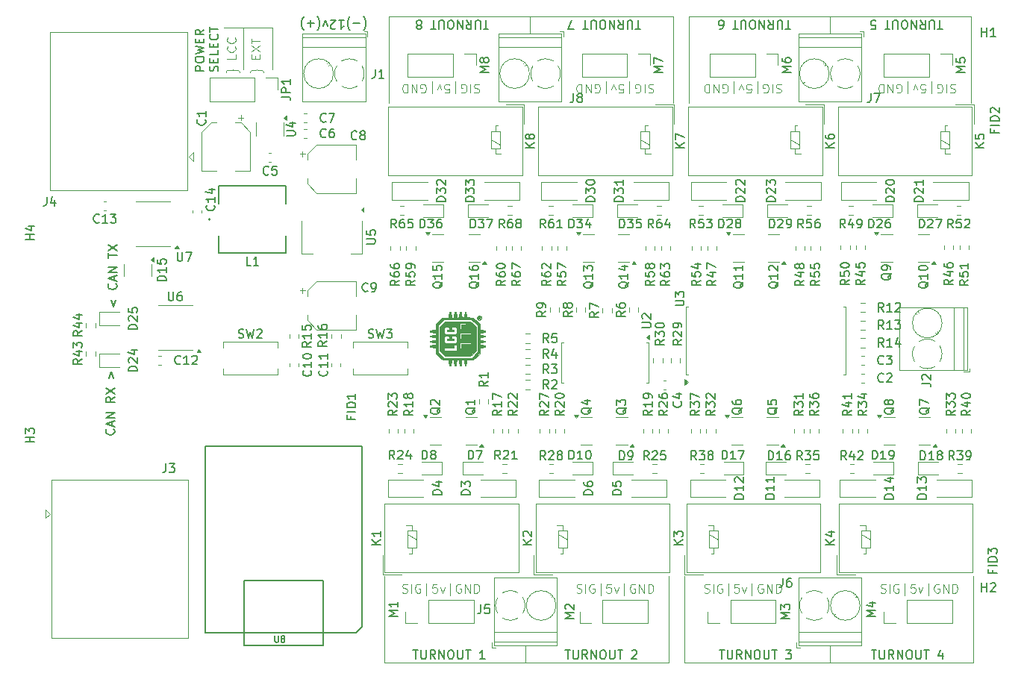
<source format=gbr>
%TF.GenerationSoftware,KiCad,Pcbnew,8.0.4*%
%TF.CreationDate,2024-08-08T00:40:07-04:00*%
%TF.ProjectId,pcb,7063622e-6b69-4636-9164-5f7063625858,1.1*%
%TF.SameCoordinates,Original*%
%TF.FileFunction,Legend,Top*%
%TF.FilePolarity,Positive*%
%FSLAX46Y46*%
G04 Gerber Fmt 4.6, Leading zero omitted, Abs format (unit mm)*
G04 Created by KiCad (PCBNEW 8.0.4) date 2024-08-08 00:40:07*
%MOMM*%
%LPD*%
G01*
G04 APERTURE LIST*
%ADD10C,0.200000*%
%ADD11C,0.120000*%
%ADD12C,0.125000*%
%ADD13C,0.150000*%
%ADD14C,0.127000*%
%ADD15C,0.010000*%
G04 APERTURE END LIST*
D10*
X211523183Y-43882780D02*
X210951755Y-43882780D01*
X211237469Y-42882780D02*
X211237469Y-43882780D01*
X210618421Y-43882780D02*
X210618421Y-43073257D01*
X210618421Y-43073257D02*
X210570802Y-42978019D01*
X210570802Y-42978019D02*
X210523183Y-42930400D01*
X210523183Y-42930400D02*
X210427945Y-42882780D01*
X210427945Y-42882780D02*
X210237469Y-42882780D01*
X210237469Y-42882780D02*
X210142231Y-42930400D01*
X210142231Y-42930400D02*
X210094612Y-42978019D01*
X210094612Y-42978019D02*
X210046993Y-43073257D01*
X210046993Y-43073257D02*
X210046993Y-43882780D01*
X208999374Y-42882780D02*
X209332707Y-43358971D01*
X209570802Y-42882780D02*
X209570802Y-43882780D01*
X209570802Y-43882780D02*
X209189850Y-43882780D01*
X209189850Y-43882780D02*
X209094612Y-43835161D01*
X209094612Y-43835161D02*
X209046993Y-43787542D01*
X209046993Y-43787542D02*
X208999374Y-43692304D01*
X208999374Y-43692304D02*
X208999374Y-43549447D01*
X208999374Y-43549447D02*
X209046993Y-43454209D01*
X209046993Y-43454209D02*
X209094612Y-43406590D01*
X209094612Y-43406590D02*
X209189850Y-43358971D01*
X209189850Y-43358971D02*
X209570802Y-43358971D01*
X208570802Y-42882780D02*
X208570802Y-43882780D01*
X208570802Y-43882780D02*
X207999374Y-42882780D01*
X207999374Y-42882780D02*
X207999374Y-43882780D01*
X207332707Y-43882780D02*
X207142231Y-43882780D01*
X207142231Y-43882780D02*
X207046993Y-43835161D01*
X207046993Y-43835161D02*
X206951755Y-43739923D01*
X206951755Y-43739923D02*
X206904136Y-43549447D01*
X206904136Y-43549447D02*
X206904136Y-43216114D01*
X206904136Y-43216114D02*
X206951755Y-43025638D01*
X206951755Y-43025638D02*
X207046993Y-42930400D01*
X207046993Y-42930400D02*
X207142231Y-42882780D01*
X207142231Y-42882780D02*
X207332707Y-42882780D01*
X207332707Y-42882780D02*
X207427945Y-42930400D01*
X207427945Y-42930400D02*
X207523183Y-43025638D01*
X207523183Y-43025638D02*
X207570802Y-43216114D01*
X207570802Y-43216114D02*
X207570802Y-43549447D01*
X207570802Y-43549447D02*
X207523183Y-43739923D01*
X207523183Y-43739923D02*
X207427945Y-43835161D01*
X207427945Y-43835161D02*
X207332707Y-43882780D01*
X206475564Y-43882780D02*
X206475564Y-43073257D01*
X206475564Y-43073257D02*
X206427945Y-42978019D01*
X206427945Y-42978019D02*
X206380326Y-42930400D01*
X206380326Y-42930400D02*
X206285088Y-42882780D01*
X206285088Y-42882780D02*
X206094612Y-42882780D01*
X206094612Y-42882780D02*
X205999374Y-42930400D01*
X205999374Y-42930400D02*
X205951755Y-42978019D01*
X205951755Y-42978019D02*
X205904136Y-43073257D01*
X205904136Y-43073257D02*
X205904136Y-43882780D01*
X205570802Y-43882780D02*
X204999374Y-43882780D01*
X205285088Y-42882780D02*
X205285088Y-43882780D01*
X203999373Y-43882780D02*
X203332707Y-43882780D01*
X203332707Y-43882780D02*
X203761278Y-42882780D01*
X194273183Y-43882780D02*
X193701755Y-43882780D01*
X193987469Y-42882780D02*
X193987469Y-43882780D01*
X193368421Y-43882780D02*
X193368421Y-43073257D01*
X193368421Y-43073257D02*
X193320802Y-42978019D01*
X193320802Y-42978019D02*
X193273183Y-42930400D01*
X193273183Y-42930400D02*
X193177945Y-42882780D01*
X193177945Y-42882780D02*
X192987469Y-42882780D01*
X192987469Y-42882780D02*
X192892231Y-42930400D01*
X192892231Y-42930400D02*
X192844612Y-42978019D01*
X192844612Y-42978019D02*
X192796993Y-43073257D01*
X192796993Y-43073257D02*
X192796993Y-43882780D01*
X191749374Y-42882780D02*
X192082707Y-43358971D01*
X192320802Y-42882780D02*
X192320802Y-43882780D01*
X192320802Y-43882780D02*
X191939850Y-43882780D01*
X191939850Y-43882780D02*
X191844612Y-43835161D01*
X191844612Y-43835161D02*
X191796993Y-43787542D01*
X191796993Y-43787542D02*
X191749374Y-43692304D01*
X191749374Y-43692304D02*
X191749374Y-43549447D01*
X191749374Y-43549447D02*
X191796993Y-43454209D01*
X191796993Y-43454209D02*
X191844612Y-43406590D01*
X191844612Y-43406590D02*
X191939850Y-43358971D01*
X191939850Y-43358971D02*
X192320802Y-43358971D01*
X191320802Y-42882780D02*
X191320802Y-43882780D01*
X191320802Y-43882780D02*
X190749374Y-42882780D01*
X190749374Y-42882780D02*
X190749374Y-43882780D01*
X190082707Y-43882780D02*
X189892231Y-43882780D01*
X189892231Y-43882780D02*
X189796993Y-43835161D01*
X189796993Y-43835161D02*
X189701755Y-43739923D01*
X189701755Y-43739923D02*
X189654136Y-43549447D01*
X189654136Y-43549447D02*
X189654136Y-43216114D01*
X189654136Y-43216114D02*
X189701755Y-43025638D01*
X189701755Y-43025638D02*
X189796993Y-42930400D01*
X189796993Y-42930400D02*
X189892231Y-42882780D01*
X189892231Y-42882780D02*
X190082707Y-42882780D01*
X190082707Y-42882780D02*
X190177945Y-42930400D01*
X190177945Y-42930400D02*
X190273183Y-43025638D01*
X190273183Y-43025638D02*
X190320802Y-43216114D01*
X190320802Y-43216114D02*
X190320802Y-43549447D01*
X190320802Y-43549447D02*
X190273183Y-43739923D01*
X190273183Y-43739923D02*
X190177945Y-43835161D01*
X190177945Y-43835161D02*
X190082707Y-43882780D01*
X189225564Y-43882780D02*
X189225564Y-43073257D01*
X189225564Y-43073257D02*
X189177945Y-42978019D01*
X189177945Y-42978019D02*
X189130326Y-42930400D01*
X189130326Y-42930400D02*
X189035088Y-42882780D01*
X189035088Y-42882780D02*
X188844612Y-42882780D01*
X188844612Y-42882780D02*
X188749374Y-42930400D01*
X188749374Y-42930400D02*
X188701755Y-42978019D01*
X188701755Y-42978019D02*
X188654136Y-43073257D01*
X188654136Y-43073257D02*
X188654136Y-43882780D01*
X188320802Y-43882780D02*
X187749374Y-43882780D01*
X188035088Y-42882780D02*
X188035088Y-43882780D01*
X186511278Y-43454209D02*
X186606516Y-43501828D01*
X186606516Y-43501828D02*
X186654135Y-43549447D01*
X186654135Y-43549447D02*
X186701754Y-43644685D01*
X186701754Y-43644685D02*
X186701754Y-43692304D01*
X186701754Y-43692304D02*
X186654135Y-43787542D01*
X186654135Y-43787542D02*
X186606516Y-43835161D01*
X186606516Y-43835161D02*
X186511278Y-43882780D01*
X186511278Y-43882780D02*
X186320802Y-43882780D01*
X186320802Y-43882780D02*
X186225564Y-43835161D01*
X186225564Y-43835161D02*
X186177945Y-43787542D01*
X186177945Y-43787542D02*
X186130326Y-43692304D01*
X186130326Y-43692304D02*
X186130326Y-43644685D01*
X186130326Y-43644685D02*
X186177945Y-43549447D01*
X186177945Y-43549447D02*
X186225564Y-43501828D01*
X186225564Y-43501828D02*
X186320802Y-43454209D01*
X186320802Y-43454209D02*
X186511278Y-43454209D01*
X186511278Y-43454209D02*
X186606516Y-43406590D01*
X186606516Y-43406590D02*
X186654135Y-43358971D01*
X186654135Y-43358971D02*
X186701754Y-43263733D01*
X186701754Y-43263733D02*
X186701754Y-43073257D01*
X186701754Y-43073257D02*
X186654135Y-42978019D01*
X186654135Y-42978019D02*
X186606516Y-42930400D01*
X186606516Y-42930400D02*
X186511278Y-42882780D01*
X186511278Y-42882780D02*
X186320802Y-42882780D01*
X186320802Y-42882780D02*
X186225564Y-42930400D01*
X186225564Y-42930400D02*
X186177945Y-42978019D01*
X186177945Y-42978019D02*
X186130326Y-43073257D01*
X186130326Y-43073257D02*
X186130326Y-43263733D01*
X186130326Y-43263733D02*
X186177945Y-43358971D01*
X186177945Y-43358971D02*
X186225564Y-43406590D01*
X186225564Y-43406590D02*
X186320802Y-43454209D01*
X245773183Y-43882780D02*
X245201755Y-43882780D01*
X245487469Y-42882780D02*
X245487469Y-43882780D01*
X244868421Y-43882780D02*
X244868421Y-43073257D01*
X244868421Y-43073257D02*
X244820802Y-42978019D01*
X244820802Y-42978019D02*
X244773183Y-42930400D01*
X244773183Y-42930400D02*
X244677945Y-42882780D01*
X244677945Y-42882780D02*
X244487469Y-42882780D01*
X244487469Y-42882780D02*
X244392231Y-42930400D01*
X244392231Y-42930400D02*
X244344612Y-42978019D01*
X244344612Y-42978019D02*
X244296993Y-43073257D01*
X244296993Y-43073257D02*
X244296993Y-43882780D01*
X243249374Y-42882780D02*
X243582707Y-43358971D01*
X243820802Y-42882780D02*
X243820802Y-43882780D01*
X243820802Y-43882780D02*
X243439850Y-43882780D01*
X243439850Y-43882780D02*
X243344612Y-43835161D01*
X243344612Y-43835161D02*
X243296993Y-43787542D01*
X243296993Y-43787542D02*
X243249374Y-43692304D01*
X243249374Y-43692304D02*
X243249374Y-43549447D01*
X243249374Y-43549447D02*
X243296993Y-43454209D01*
X243296993Y-43454209D02*
X243344612Y-43406590D01*
X243344612Y-43406590D02*
X243439850Y-43358971D01*
X243439850Y-43358971D02*
X243820802Y-43358971D01*
X242820802Y-42882780D02*
X242820802Y-43882780D01*
X242820802Y-43882780D02*
X242249374Y-42882780D01*
X242249374Y-42882780D02*
X242249374Y-43882780D01*
X241582707Y-43882780D02*
X241392231Y-43882780D01*
X241392231Y-43882780D02*
X241296993Y-43835161D01*
X241296993Y-43835161D02*
X241201755Y-43739923D01*
X241201755Y-43739923D02*
X241154136Y-43549447D01*
X241154136Y-43549447D02*
X241154136Y-43216114D01*
X241154136Y-43216114D02*
X241201755Y-43025638D01*
X241201755Y-43025638D02*
X241296993Y-42930400D01*
X241296993Y-42930400D02*
X241392231Y-42882780D01*
X241392231Y-42882780D02*
X241582707Y-42882780D01*
X241582707Y-42882780D02*
X241677945Y-42930400D01*
X241677945Y-42930400D02*
X241773183Y-43025638D01*
X241773183Y-43025638D02*
X241820802Y-43216114D01*
X241820802Y-43216114D02*
X241820802Y-43549447D01*
X241820802Y-43549447D02*
X241773183Y-43739923D01*
X241773183Y-43739923D02*
X241677945Y-43835161D01*
X241677945Y-43835161D02*
X241582707Y-43882780D01*
X240725564Y-43882780D02*
X240725564Y-43073257D01*
X240725564Y-43073257D02*
X240677945Y-42978019D01*
X240677945Y-42978019D02*
X240630326Y-42930400D01*
X240630326Y-42930400D02*
X240535088Y-42882780D01*
X240535088Y-42882780D02*
X240344612Y-42882780D01*
X240344612Y-42882780D02*
X240249374Y-42930400D01*
X240249374Y-42930400D02*
X240201755Y-42978019D01*
X240201755Y-42978019D02*
X240154136Y-43073257D01*
X240154136Y-43073257D02*
X240154136Y-43882780D01*
X239820802Y-43882780D02*
X239249374Y-43882780D01*
X239535088Y-42882780D02*
X239535088Y-43882780D01*
X237677945Y-43882780D02*
X238154135Y-43882780D01*
X238154135Y-43882780D02*
X238201754Y-43406590D01*
X238201754Y-43406590D02*
X238154135Y-43454209D01*
X238154135Y-43454209D02*
X238058897Y-43501828D01*
X238058897Y-43501828D02*
X237820802Y-43501828D01*
X237820802Y-43501828D02*
X237725564Y-43454209D01*
X237725564Y-43454209D02*
X237677945Y-43406590D01*
X237677945Y-43406590D02*
X237630326Y-43311352D01*
X237630326Y-43311352D02*
X237630326Y-43073257D01*
X237630326Y-43073257D02*
X237677945Y-42978019D01*
X237677945Y-42978019D02*
X237725564Y-42930400D01*
X237725564Y-42930400D02*
X237820802Y-42882780D01*
X237820802Y-42882780D02*
X238058897Y-42882780D01*
X238058897Y-42882780D02*
X238154135Y-42930400D01*
X238154135Y-42930400D02*
X238201754Y-42978019D01*
X228523183Y-43882780D02*
X227951755Y-43882780D01*
X228237469Y-42882780D02*
X228237469Y-43882780D01*
X227618421Y-43882780D02*
X227618421Y-43073257D01*
X227618421Y-43073257D02*
X227570802Y-42978019D01*
X227570802Y-42978019D02*
X227523183Y-42930400D01*
X227523183Y-42930400D02*
X227427945Y-42882780D01*
X227427945Y-42882780D02*
X227237469Y-42882780D01*
X227237469Y-42882780D02*
X227142231Y-42930400D01*
X227142231Y-42930400D02*
X227094612Y-42978019D01*
X227094612Y-42978019D02*
X227046993Y-43073257D01*
X227046993Y-43073257D02*
X227046993Y-43882780D01*
X225999374Y-42882780D02*
X226332707Y-43358971D01*
X226570802Y-42882780D02*
X226570802Y-43882780D01*
X226570802Y-43882780D02*
X226189850Y-43882780D01*
X226189850Y-43882780D02*
X226094612Y-43835161D01*
X226094612Y-43835161D02*
X226046993Y-43787542D01*
X226046993Y-43787542D02*
X225999374Y-43692304D01*
X225999374Y-43692304D02*
X225999374Y-43549447D01*
X225999374Y-43549447D02*
X226046993Y-43454209D01*
X226046993Y-43454209D02*
X226094612Y-43406590D01*
X226094612Y-43406590D02*
X226189850Y-43358971D01*
X226189850Y-43358971D02*
X226570802Y-43358971D01*
X225570802Y-42882780D02*
X225570802Y-43882780D01*
X225570802Y-43882780D02*
X224999374Y-42882780D01*
X224999374Y-42882780D02*
X224999374Y-43882780D01*
X224332707Y-43882780D02*
X224142231Y-43882780D01*
X224142231Y-43882780D02*
X224046993Y-43835161D01*
X224046993Y-43835161D02*
X223951755Y-43739923D01*
X223951755Y-43739923D02*
X223904136Y-43549447D01*
X223904136Y-43549447D02*
X223904136Y-43216114D01*
X223904136Y-43216114D02*
X223951755Y-43025638D01*
X223951755Y-43025638D02*
X224046993Y-42930400D01*
X224046993Y-42930400D02*
X224142231Y-42882780D01*
X224142231Y-42882780D02*
X224332707Y-42882780D01*
X224332707Y-42882780D02*
X224427945Y-42930400D01*
X224427945Y-42930400D02*
X224523183Y-43025638D01*
X224523183Y-43025638D02*
X224570802Y-43216114D01*
X224570802Y-43216114D02*
X224570802Y-43549447D01*
X224570802Y-43549447D02*
X224523183Y-43739923D01*
X224523183Y-43739923D02*
X224427945Y-43835161D01*
X224427945Y-43835161D02*
X224332707Y-43882780D01*
X223475564Y-43882780D02*
X223475564Y-43073257D01*
X223475564Y-43073257D02*
X223427945Y-42978019D01*
X223427945Y-42978019D02*
X223380326Y-42930400D01*
X223380326Y-42930400D02*
X223285088Y-42882780D01*
X223285088Y-42882780D02*
X223094612Y-42882780D01*
X223094612Y-42882780D02*
X222999374Y-42930400D01*
X222999374Y-42930400D02*
X222951755Y-42978019D01*
X222951755Y-42978019D02*
X222904136Y-43073257D01*
X222904136Y-43073257D02*
X222904136Y-43882780D01*
X222570802Y-43882780D02*
X221999374Y-43882780D01*
X222285088Y-42882780D02*
X222285088Y-43882780D01*
X220475564Y-43882780D02*
X220666040Y-43882780D01*
X220666040Y-43882780D02*
X220761278Y-43835161D01*
X220761278Y-43835161D02*
X220808897Y-43787542D01*
X220808897Y-43787542D02*
X220904135Y-43644685D01*
X220904135Y-43644685D02*
X220951754Y-43454209D01*
X220951754Y-43454209D02*
X220951754Y-43073257D01*
X220951754Y-43073257D02*
X220904135Y-42978019D01*
X220904135Y-42978019D02*
X220856516Y-42930400D01*
X220856516Y-42930400D02*
X220761278Y-42882780D01*
X220761278Y-42882780D02*
X220570802Y-42882780D01*
X220570802Y-42882780D02*
X220475564Y-42930400D01*
X220475564Y-42930400D02*
X220427945Y-42978019D01*
X220427945Y-42978019D02*
X220380326Y-43073257D01*
X220380326Y-43073257D02*
X220380326Y-43311352D01*
X220380326Y-43311352D02*
X220427945Y-43406590D01*
X220427945Y-43406590D02*
X220475564Y-43454209D01*
X220475564Y-43454209D02*
X220570802Y-43501828D01*
X220570802Y-43501828D02*
X220761278Y-43501828D01*
X220761278Y-43501828D02*
X220856516Y-43454209D01*
X220856516Y-43454209D02*
X220904135Y-43406590D01*
X220904135Y-43406590D02*
X220951754Y-43311352D01*
X220476816Y-114367219D02*
X221048244Y-114367219D01*
X220762530Y-115367219D02*
X220762530Y-114367219D01*
X221381578Y-114367219D02*
X221381578Y-115176742D01*
X221381578Y-115176742D02*
X221429197Y-115271980D01*
X221429197Y-115271980D02*
X221476816Y-115319600D01*
X221476816Y-115319600D02*
X221572054Y-115367219D01*
X221572054Y-115367219D02*
X221762530Y-115367219D01*
X221762530Y-115367219D02*
X221857768Y-115319600D01*
X221857768Y-115319600D02*
X221905387Y-115271980D01*
X221905387Y-115271980D02*
X221953006Y-115176742D01*
X221953006Y-115176742D02*
X221953006Y-114367219D01*
X223000625Y-115367219D02*
X222667292Y-114891028D01*
X222429197Y-115367219D02*
X222429197Y-114367219D01*
X222429197Y-114367219D02*
X222810149Y-114367219D01*
X222810149Y-114367219D02*
X222905387Y-114414838D01*
X222905387Y-114414838D02*
X222953006Y-114462457D01*
X222953006Y-114462457D02*
X223000625Y-114557695D01*
X223000625Y-114557695D02*
X223000625Y-114700552D01*
X223000625Y-114700552D02*
X222953006Y-114795790D01*
X222953006Y-114795790D02*
X222905387Y-114843409D01*
X222905387Y-114843409D02*
X222810149Y-114891028D01*
X222810149Y-114891028D02*
X222429197Y-114891028D01*
X223429197Y-115367219D02*
X223429197Y-114367219D01*
X223429197Y-114367219D02*
X224000625Y-115367219D01*
X224000625Y-115367219D02*
X224000625Y-114367219D01*
X224667292Y-114367219D02*
X224857768Y-114367219D01*
X224857768Y-114367219D02*
X224953006Y-114414838D01*
X224953006Y-114414838D02*
X225048244Y-114510076D01*
X225048244Y-114510076D02*
X225095863Y-114700552D01*
X225095863Y-114700552D02*
X225095863Y-115033885D01*
X225095863Y-115033885D02*
X225048244Y-115224361D01*
X225048244Y-115224361D02*
X224953006Y-115319600D01*
X224953006Y-115319600D02*
X224857768Y-115367219D01*
X224857768Y-115367219D02*
X224667292Y-115367219D01*
X224667292Y-115367219D02*
X224572054Y-115319600D01*
X224572054Y-115319600D02*
X224476816Y-115224361D01*
X224476816Y-115224361D02*
X224429197Y-115033885D01*
X224429197Y-115033885D02*
X224429197Y-114700552D01*
X224429197Y-114700552D02*
X224476816Y-114510076D01*
X224476816Y-114510076D02*
X224572054Y-114414838D01*
X224572054Y-114414838D02*
X224667292Y-114367219D01*
X225524435Y-114367219D02*
X225524435Y-115176742D01*
X225524435Y-115176742D02*
X225572054Y-115271980D01*
X225572054Y-115271980D02*
X225619673Y-115319600D01*
X225619673Y-115319600D02*
X225714911Y-115367219D01*
X225714911Y-115367219D02*
X225905387Y-115367219D01*
X225905387Y-115367219D02*
X226000625Y-115319600D01*
X226000625Y-115319600D02*
X226048244Y-115271980D01*
X226048244Y-115271980D02*
X226095863Y-115176742D01*
X226095863Y-115176742D02*
X226095863Y-114367219D01*
X226429197Y-114367219D02*
X227000625Y-114367219D01*
X226714911Y-115367219D02*
X226714911Y-114367219D01*
X228000626Y-114367219D02*
X228619673Y-114367219D01*
X228619673Y-114367219D02*
X228286340Y-114748171D01*
X228286340Y-114748171D02*
X228429197Y-114748171D01*
X228429197Y-114748171D02*
X228524435Y-114795790D01*
X228524435Y-114795790D02*
X228572054Y-114843409D01*
X228572054Y-114843409D02*
X228619673Y-114938647D01*
X228619673Y-114938647D02*
X228619673Y-115176742D01*
X228619673Y-115176742D02*
X228572054Y-115271980D01*
X228572054Y-115271980D02*
X228524435Y-115319600D01*
X228524435Y-115319600D02*
X228429197Y-115367219D01*
X228429197Y-115367219D02*
X228143483Y-115367219D01*
X228143483Y-115367219D02*
X228048245Y-115319600D01*
X228048245Y-115319600D02*
X228000626Y-115271980D01*
X237726816Y-114367219D02*
X238298244Y-114367219D01*
X238012530Y-115367219D02*
X238012530Y-114367219D01*
X238631578Y-114367219D02*
X238631578Y-115176742D01*
X238631578Y-115176742D02*
X238679197Y-115271980D01*
X238679197Y-115271980D02*
X238726816Y-115319600D01*
X238726816Y-115319600D02*
X238822054Y-115367219D01*
X238822054Y-115367219D02*
X239012530Y-115367219D01*
X239012530Y-115367219D02*
X239107768Y-115319600D01*
X239107768Y-115319600D02*
X239155387Y-115271980D01*
X239155387Y-115271980D02*
X239203006Y-115176742D01*
X239203006Y-115176742D02*
X239203006Y-114367219D01*
X240250625Y-115367219D02*
X239917292Y-114891028D01*
X239679197Y-115367219D02*
X239679197Y-114367219D01*
X239679197Y-114367219D02*
X240060149Y-114367219D01*
X240060149Y-114367219D02*
X240155387Y-114414838D01*
X240155387Y-114414838D02*
X240203006Y-114462457D01*
X240203006Y-114462457D02*
X240250625Y-114557695D01*
X240250625Y-114557695D02*
X240250625Y-114700552D01*
X240250625Y-114700552D02*
X240203006Y-114795790D01*
X240203006Y-114795790D02*
X240155387Y-114843409D01*
X240155387Y-114843409D02*
X240060149Y-114891028D01*
X240060149Y-114891028D02*
X239679197Y-114891028D01*
X240679197Y-115367219D02*
X240679197Y-114367219D01*
X240679197Y-114367219D02*
X241250625Y-115367219D01*
X241250625Y-115367219D02*
X241250625Y-114367219D01*
X241917292Y-114367219D02*
X242107768Y-114367219D01*
X242107768Y-114367219D02*
X242203006Y-114414838D01*
X242203006Y-114414838D02*
X242298244Y-114510076D01*
X242298244Y-114510076D02*
X242345863Y-114700552D01*
X242345863Y-114700552D02*
X242345863Y-115033885D01*
X242345863Y-115033885D02*
X242298244Y-115224361D01*
X242298244Y-115224361D02*
X242203006Y-115319600D01*
X242203006Y-115319600D02*
X242107768Y-115367219D01*
X242107768Y-115367219D02*
X241917292Y-115367219D01*
X241917292Y-115367219D02*
X241822054Y-115319600D01*
X241822054Y-115319600D02*
X241726816Y-115224361D01*
X241726816Y-115224361D02*
X241679197Y-115033885D01*
X241679197Y-115033885D02*
X241679197Y-114700552D01*
X241679197Y-114700552D02*
X241726816Y-114510076D01*
X241726816Y-114510076D02*
X241822054Y-114414838D01*
X241822054Y-114414838D02*
X241917292Y-114367219D01*
X242774435Y-114367219D02*
X242774435Y-115176742D01*
X242774435Y-115176742D02*
X242822054Y-115271980D01*
X242822054Y-115271980D02*
X242869673Y-115319600D01*
X242869673Y-115319600D02*
X242964911Y-115367219D01*
X242964911Y-115367219D02*
X243155387Y-115367219D01*
X243155387Y-115367219D02*
X243250625Y-115319600D01*
X243250625Y-115319600D02*
X243298244Y-115271980D01*
X243298244Y-115271980D02*
X243345863Y-115176742D01*
X243345863Y-115176742D02*
X243345863Y-114367219D01*
X243679197Y-114367219D02*
X244250625Y-114367219D01*
X243964911Y-115367219D02*
X243964911Y-114367219D01*
X245774435Y-114700552D02*
X245774435Y-115367219D01*
X245536340Y-114319600D02*
X245298245Y-115033885D01*
X245298245Y-115033885D02*
X245917292Y-115033885D01*
X202976816Y-114367219D02*
X203548244Y-114367219D01*
X203262530Y-115367219D02*
X203262530Y-114367219D01*
X203881578Y-114367219D02*
X203881578Y-115176742D01*
X203881578Y-115176742D02*
X203929197Y-115271980D01*
X203929197Y-115271980D02*
X203976816Y-115319600D01*
X203976816Y-115319600D02*
X204072054Y-115367219D01*
X204072054Y-115367219D02*
X204262530Y-115367219D01*
X204262530Y-115367219D02*
X204357768Y-115319600D01*
X204357768Y-115319600D02*
X204405387Y-115271980D01*
X204405387Y-115271980D02*
X204453006Y-115176742D01*
X204453006Y-115176742D02*
X204453006Y-114367219D01*
X205500625Y-115367219D02*
X205167292Y-114891028D01*
X204929197Y-115367219D02*
X204929197Y-114367219D01*
X204929197Y-114367219D02*
X205310149Y-114367219D01*
X205310149Y-114367219D02*
X205405387Y-114414838D01*
X205405387Y-114414838D02*
X205453006Y-114462457D01*
X205453006Y-114462457D02*
X205500625Y-114557695D01*
X205500625Y-114557695D02*
X205500625Y-114700552D01*
X205500625Y-114700552D02*
X205453006Y-114795790D01*
X205453006Y-114795790D02*
X205405387Y-114843409D01*
X205405387Y-114843409D02*
X205310149Y-114891028D01*
X205310149Y-114891028D02*
X204929197Y-114891028D01*
X205929197Y-115367219D02*
X205929197Y-114367219D01*
X205929197Y-114367219D02*
X206500625Y-115367219D01*
X206500625Y-115367219D02*
X206500625Y-114367219D01*
X207167292Y-114367219D02*
X207357768Y-114367219D01*
X207357768Y-114367219D02*
X207453006Y-114414838D01*
X207453006Y-114414838D02*
X207548244Y-114510076D01*
X207548244Y-114510076D02*
X207595863Y-114700552D01*
X207595863Y-114700552D02*
X207595863Y-115033885D01*
X207595863Y-115033885D02*
X207548244Y-115224361D01*
X207548244Y-115224361D02*
X207453006Y-115319600D01*
X207453006Y-115319600D02*
X207357768Y-115367219D01*
X207357768Y-115367219D02*
X207167292Y-115367219D01*
X207167292Y-115367219D02*
X207072054Y-115319600D01*
X207072054Y-115319600D02*
X206976816Y-115224361D01*
X206976816Y-115224361D02*
X206929197Y-115033885D01*
X206929197Y-115033885D02*
X206929197Y-114700552D01*
X206929197Y-114700552D02*
X206976816Y-114510076D01*
X206976816Y-114510076D02*
X207072054Y-114414838D01*
X207072054Y-114414838D02*
X207167292Y-114367219D01*
X208024435Y-114367219D02*
X208024435Y-115176742D01*
X208024435Y-115176742D02*
X208072054Y-115271980D01*
X208072054Y-115271980D02*
X208119673Y-115319600D01*
X208119673Y-115319600D02*
X208214911Y-115367219D01*
X208214911Y-115367219D02*
X208405387Y-115367219D01*
X208405387Y-115367219D02*
X208500625Y-115319600D01*
X208500625Y-115319600D02*
X208548244Y-115271980D01*
X208548244Y-115271980D02*
X208595863Y-115176742D01*
X208595863Y-115176742D02*
X208595863Y-114367219D01*
X208929197Y-114367219D02*
X209500625Y-114367219D01*
X209214911Y-115367219D02*
X209214911Y-114367219D01*
X210548245Y-114462457D02*
X210595864Y-114414838D01*
X210595864Y-114414838D02*
X210691102Y-114367219D01*
X210691102Y-114367219D02*
X210929197Y-114367219D01*
X210929197Y-114367219D02*
X211024435Y-114414838D01*
X211024435Y-114414838D02*
X211072054Y-114462457D01*
X211072054Y-114462457D02*
X211119673Y-114557695D01*
X211119673Y-114557695D02*
X211119673Y-114652933D01*
X211119673Y-114652933D02*
X211072054Y-114795790D01*
X211072054Y-114795790D02*
X210500626Y-115367219D01*
X210500626Y-115367219D02*
X211119673Y-115367219D01*
X185726816Y-114367219D02*
X186298244Y-114367219D01*
X186012530Y-115367219D02*
X186012530Y-114367219D01*
X186631578Y-114367219D02*
X186631578Y-115176742D01*
X186631578Y-115176742D02*
X186679197Y-115271980D01*
X186679197Y-115271980D02*
X186726816Y-115319600D01*
X186726816Y-115319600D02*
X186822054Y-115367219D01*
X186822054Y-115367219D02*
X187012530Y-115367219D01*
X187012530Y-115367219D02*
X187107768Y-115319600D01*
X187107768Y-115319600D02*
X187155387Y-115271980D01*
X187155387Y-115271980D02*
X187203006Y-115176742D01*
X187203006Y-115176742D02*
X187203006Y-114367219D01*
X188250625Y-115367219D02*
X187917292Y-114891028D01*
X187679197Y-115367219D02*
X187679197Y-114367219D01*
X187679197Y-114367219D02*
X188060149Y-114367219D01*
X188060149Y-114367219D02*
X188155387Y-114414838D01*
X188155387Y-114414838D02*
X188203006Y-114462457D01*
X188203006Y-114462457D02*
X188250625Y-114557695D01*
X188250625Y-114557695D02*
X188250625Y-114700552D01*
X188250625Y-114700552D02*
X188203006Y-114795790D01*
X188203006Y-114795790D02*
X188155387Y-114843409D01*
X188155387Y-114843409D02*
X188060149Y-114891028D01*
X188060149Y-114891028D02*
X187679197Y-114891028D01*
X188679197Y-115367219D02*
X188679197Y-114367219D01*
X188679197Y-114367219D02*
X189250625Y-115367219D01*
X189250625Y-115367219D02*
X189250625Y-114367219D01*
X189917292Y-114367219D02*
X190107768Y-114367219D01*
X190107768Y-114367219D02*
X190203006Y-114414838D01*
X190203006Y-114414838D02*
X190298244Y-114510076D01*
X190298244Y-114510076D02*
X190345863Y-114700552D01*
X190345863Y-114700552D02*
X190345863Y-115033885D01*
X190345863Y-115033885D02*
X190298244Y-115224361D01*
X190298244Y-115224361D02*
X190203006Y-115319600D01*
X190203006Y-115319600D02*
X190107768Y-115367219D01*
X190107768Y-115367219D02*
X189917292Y-115367219D01*
X189917292Y-115367219D02*
X189822054Y-115319600D01*
X189822054Y-115319600D02*
X189726816Y-115224361D01*
X189726816Y-115224361D02*
X189679197Y-115033885D01*
X189679197Y-115033885D02*
X189679197Y-114700552D01*
X189679197Y-114700552D02*
X189726816Y-114510076D01*
X189726816Y-114510076D02*
X189822054Y-114414838D01*
X189822054Y-114414838D02*
X189917292Y-114367219D01*
X190774435Y-114367219D02*
X190774435Y-115176742D01*
X190774435Y-115176742D02*
X190822054Y-115271980D01*
X190822054Y-115271980D02*
X190869673Y-115319600D01*
X190869673Y-115319600D02*
X190964911Y-115367219D01*
X190964911Y-115367219D02*
X191155387Y-115367219D01*
X191155387Y-115367219D02*
X191250625Y-115319600D01*
X191250625Y-115319600D02*
X191298244Y-115271980D01*
X191298244Y-115271980D02*
X191345863Y-115176742D01*
X191345863Y-115176742D02*
X191345863Y-114367219D01*
X191679197Y-114367219D02*
X192250625Y-114367219D01*
X191964911Y-115367219D02*
X191964911Y-114367219D01*
X193869673Y-115367219D02*
X193298245Y-115367219D01*
X193583959Y-115367219D02*
X193583959Y-114367219D01*
X193583959Y-114367219D02*
X193488721Y-114510076D01*
X193488721Y-114510076D02*
X193393483Y-114605314D01*
X193393483Y-114605314D02*
X193298245Y-114652933D01*
D11*
X249250000Y-115750000D02*
X216500000Y-115750000D01*
X249250000Y-106000000D02*
X249250000Y-115750000D01*
X233000000Y-113860000D02*
X233000000Y-115750000D01*
X216500000Y-106000000D02*
X216500000Y-115750000D01*
X214750000Y-115750000D02*
X182500000Y-115750000D01*
X214750000Y-106000000D02*
X214750000Y-115750000D01*
X182500000Y-106000000D02*
X182500000Y-115750000D01*
X198500000Y-113860000D02*
X198500000Y-115750000D01*
X249000000Y-42500000D02*
X217000000Y-42500000D01*
X249000000Y-52250000D02*
X249000000Y-42500000D01*
X233000000Y-44390000D02*
X233000000Y-42500000D01*
X217000000Y-52250000D02*
X217000000Y-42500000D01*
X215250000Y-42500000D02*
X215250000Y-52250000D01*
X183000000Y-42500000D02*
X215250000Y-42500000D01*
X183000000Y-52250000D02*
X183000000Y-42500000D01*
X199000000Y-44390000D02*
X199000000Y-42500000D01*
D12*
X193227287Y-50176500D02*
X193084430Y-50128880D01*
X193084430Y-50128880D02*
X192846335Y-50128880D01*
X192846335Y-50128880D02*
X192751097Y-50176500D01*
X192751097Y-50176500D02*
X192703478Y-50224119D01*
X192703478Y-50224119D02*
X192655859Y-50319357D01*
X192655859Y-50319357D02*
X192655859Y-50414595D01*
X192655859Y-50414595D02*
X192703478Y-50509833D01*
X192703478Y-50509833D02*
X192751097Y-50557452D01*
X192751097Y-50557452D02*
X192846335Y-50605071D01*
X192846335Y-50605071D02*
X193036811Y-50652690D01*
X193036811Y-50652690D02*
X193132049Y-50700309D01*
X193132049Y-50700309D02*
X193179668Y-50747928D01*
X193179668Y-50747928D02*
X193227287Y-50843166D01*
X193227287Y-50843166D02*
X193227287Y-50938404D01*
X193227287Y-50938404D02*
X193179668Y-51033642D01*
X193179668Y-51033642D02*
X193132049Y-51081261D01*
X193132049Y-51081261D02*
X193036811Y-51128880D01*
X193036811Y-51128880D02*
X192798716Y-51128880D01*
X192798716Y-51128880D02*
X192655859Y-51081261D01*
X192227287Y-50128880D02*
X192227287Y-51128880D01*
X191227288Y-51081261D02*
X191322526Y-51128880D01*
X191322526Y-51128880D02*
X191465383Y-51128880D01*
X191465383Y-51128880D02*
X191608240Y-51081261D01*
X191608240Y-51081261D02*
X191703478Y-50986023D01*
X191703478Y-50986023D02*
X191751097Y-50890785D01*
X191751097Y-50890785D02*
X191798716Y-50700309D01*
X191798716Y-50700309D02*
X191798716Y-50557452D01*
X191798716Y-50557452D02*
X191751097Y-50366976D01*
X191751097Y-50366976D02*
X191703478Y-50271738D01*
X191703478Y-50271738D02*
X191608240Y-50176500D01*
X191608240Y-50176500D02*
X191465383Y-50128880D01*
X191465383Y-50128880D02*
X191370145Y-50128880D01*
X191370145Y-50128880D02*
X191227288Y-50176500D01*
X191227288Y-50176500D02*
X191179669Y-50224119D01*
X191179669Y-50224119D02*
X191179669Y-50557452D01*
X191179669Y-50557452D02*
X191370145Y-50557452D01*
X190513002Y-49795547D02*
X190513002Y-51224119D01*
X189322526Y-51128880D02*
X189798716Y-51128880D01*
X189798716Y-51128880D02*
X189846335Y-50652690D01*
X189846335Y-50652690D02*
X189798716Y-50700309D01*
X189798716Y-50700309D02*
X189703478Y-50747928D01*
X189703478Y-50747928D02*
X189465383Y-50747928D01*
X189465383Y-50747928D02*
X189370145Y-50700309D01*
X189370145Y-50700309D02*
X189322526Y-50652690D01*
X189322526Y-50652690D02*
X189274907Y-50557452D01*
X189274907Y-50557452D02*
X189274907Y-50319357D01*
X189274907Y-50319357D02*
X189322526Y-50224119D01*
X189322526Y-50224119D02*
X189370145Y-50176500D01*
X189370145Y-50176500D02*
X189465383Y-50128880D01*
X189465383Y-50128880D02*
X189703478Y-50128880D01*
X189703478Y-50128880D02*
X189798716Y-50176500D01*
X189798716Y-50176500D02*
X189846335Y-50224119D01*
X188941573Y-50795547D02*
X188703478Y-50128880D01*
X188703478Y-50128880D02*
X188465383Y-50795547D01*
X187846335Y-49795547D02*
X187846335Y-51224119D01*
X186608240Y-51081261D02*
X186703478Y-51128880D01*
X186703478Y-51128880D02*
X186846335Y-51128880D01*
X186846335Y-51128880D02*
X186989192Y-51081261D01*
X186989192Y-51081261D02*
X187084430Y-50986023D01*
X187084430Y-50986023D02*
X187132049Y-50890785D01*
X187132049Y-50890785D02*
X187179668Y-50700309D01*
X187179668Y-50700309D02*
X187179668Y-50557452D01*
X187179668Y-50557452D02*
X187132049Y-50366976D01*
X187132049Y-50366976D02*
X187084430Y-50271738D01*
X187084430Y-50271738D02*
X186989192Y-50176500D01*
X186989192Y-50176500D02*
X186846335Y-50128880D01*
X186846335Y-50128880D02*
X186751097Y-50128880D01*
X186751097Y-50128880D02*
X186608240Y-50176500D01*
X186608240Y-50176500D02*
X186560621Y-50224119D01*
X186560621Y-50224119D02*
X186560621Y-50557452D01*
X186560621Y-50557452D02*
X186751097Y-50557452D01*
X186132049Y-50128880D02*
X186132049Y-51128880D01*
X186132049Y-51128880D02*
X185560621Y-50128880D01*
X185560621Y-50128880D02*
X185560621Y-51128880D01*
X185084430Y-50128880D02*
X185084430Y-51128880D01*
X185084430Y-51128880D02*
X184846335Y-51128880D01*
X184846335Y-51128880D02*
X184703478Y-51081261D01*
X184703478Y-51081261D02*
X184608240Y-50986023D01*
X184608240Y-50986023D02*
X184560621Y-50890785D01*
X184560621Y-50890785D02*
X184513002Y-50700309D01*
X184513002Y-50700309D02*
X184513002Y-50557452D01*
X184513002Y-50557452D02*
X184560621Y-50366976D01*
X184560621Y-50366976D02*
X184608240Y-50271738D01*
X184608240Y-50271738D02*
X184703478Y-50176500D01*
X184703478Y-50176500D02*
X184846335Y-50128880D01*
X184846335Y-50128880D02*
X185084430Y-50128880D01*
X212977287Y-50176500D02*
X212834430Y-50128880D01*
X212834430Y-50128880D02*
X212596335Y-50128880D01*
X212596335Y-50128880D02*
X212501097Y-50176500D01*
X212501097Y-50176500D02*
X212453478Y-50224119D01*
X212453478Y-50224119D02*
X212405859Y-50319357D01*
X212405859Y-50319357D02*
X212405859Y-50414595D01*
X212405859Y-50414595D02*
X212453478Y-50509833D01*
X212453478Y-50509833D02*
X212501097Y-50557452D01*
X212501097Y-50557452D02*
X212596335Y-50605071D01*
X212596335Y-50605071D02*
X212786811Y-50652690D01*
X212786811Y-50652690D02*
X212882049Y-50700309D01*
X212882049Y-50700309D02*
X212929668Y-50747928D01*
X212929668Y-50747928D02*
X212977287Y-50843166D01*
X212977287Y-50843166D02*
X212977287Y-50938404D01*
X212977287Y-50938404D02*
X212929668Y-51033642D01*
X212929668Y-51033642D02*
X212882049Y-51081261D01*
X212882049Y-51081261D02*
X212786811Y-51128880D01*
X212786811Y-51128880D02*
X212548716Y-51128880D01*
X212548716Y-51128880D02*
X212405859Y-51081261D01*
X211977287Y-50128880D02*
X211977287Y-51128880D01*
X210977288Y-51081261D02*
X211072526Y-51128880D01*
X211072526Y-51128880D02*
X211215383Y-51128880D01*
X211215383Y-51128880D02*
X211358240Y-51081261D01*
X211358240Y-51081261D02*
X211453478Y-50986023D01*
X211453478Y-50986023D02*
X211501097Y-50890785D01*
X211501097Y-50890785D02*
X211548716Y-50700309D01*
X211548716Y-50700309D02*
X211548716Y-50557452D01*
X211548716Y-50557452D02*
X211501097Y-50366976D01*
X211501097Y-50366976D02*
X211453478Y-50271738D01*
X211453478Y-50271738D02*
X211358240Y-50176500D01*
X211358240Y-50176500D02*
X211215383Y-50128880D01*
X211215383Y-50128880D02*
X211120145Y-50128880D01*
X211120145Y-50128880D02*
X210977288Y-50176500D01*
X210977288Y-50176500D02*
X210929669Y-50224119D01*
X210929669Y-50224119D02*
X210929669Y-50557452D01*
X210929669Y-50557452D02*
X211120145Y-50557452D01*
X210263002Y-49795547D02*
X210263002Y-51224119D01*
X209072526Y-51128880D02*
X209548716Y-51128880D01*
X209548716Y-51128880D02*
X209596335Y-50652690D01*
X209596335Y-50652690D02*
X209548716Y-50700309D01*
X209548716Y-50700309D02*
X209453478Y-50747928D01*
X209453478Y-50747928D02*
X209215383Y-50747928D01*
X209215383Y-50747928D02*
X209120145Y-50700309D01*
X209120145Y-50700309D02*
X209072526Y-50652690D01*
X209072526Y-50652690D02*
X209024907Y-50557452D01*
X209024907Y-50557452D02*
X209024907Y-50319357D01*
X209024907Y-50319357D02*
X209072526Y-50224119D01*
X209072526Y-50224119D02*
X209120145Y-50176500D01*
X209120145Y-50176500D02*
X209215383Y-50128880D01*
X209215383Y-50128880D02*
X209453478Y-50128880D01*
X209453478Y-50128880D02*
X209548716Y-50176500D01*
X209548716Y-50176500D02*
X209596335Y-50224119D01*
X208691573Y-50795547D02*
X208453478Y-50128880D01*
X208453478Y-50128880D02*
X208215383Y-50795547D01*
X207596335Y-49795547D02*
X207596335Y-51224119D01*
X206358240Y-51081261D02*
X206453478Y-51128880D01*
X206453478Y-51128880D02*
X206596335Y-51128880D01*
X206596335Y-51128880D02*
X206739192Y-51081261D01*
X206739192Y-51081261D02*
X206834430Y-50986023D01*
X206834430Y-50986023D02*
X206882049Y-50890785D01*
X206882049Y-50890785D02*
X206929668Y-50700309D01*
X206929668Y-50700309D02*
X206929668Y-50557452D01*
X206929668Y-50557452D02*
X206882049Y-50366976D01*
X206882049Y-50366976D02*
X206834430Y-50271738D01*
X206834430Y-50271738D02*
X206739192Y-50176500D01*
X206739192Y-50176500D02*
X206596335Y-50128880D01*
X206596335Y-50128880D02*
X206501097Y-50128880D01*
X206501097Y-50128880D02*
X206358240Y-50176500D01*
X206358240Y-50176500D02*
X206310621Y-50224119D01*
X206310621Y-50224119D02*
X206310621Y-50557452D01*
X206310621Y-50557452D02*
X206501097Y-50557452D01*
X205882049Y-50128880D02*
X205882049Y-51128880D01*
X205882049Y-51128880D02*
X205310621Y-50128880D01*
X205310621Y-50128880D02*
X205310621Y-51128880D01*
X204834430Y-50128880D02*
X204834430Y-51128880D01*
X204834430Y-51128880D02*
X204596335Y-51128880D01*
X204596335Y-51128880D02*
X204453478Y-51081261D01*
X204453478Y-51081261D02*
X204358240Y-50986023D01*
X204358240Y-50986023D02*
X204310621Y-50890785D01*
X204310621Y-50890785D02*
X204263002Y-50700309D01*
X204263002Y-50700309D02*
X204263002Y-50557452D01*
X204263002Y-50557452D02*
X204310621Y-50366976D01*
X204310621Y-50366976D02*
X204358240Y-50271738D01*
X204358240Y-50271738D02*
X204453478Y-50176500D01*
X204453478Y-50176500D02*
X204596335Y-50128880D01*
X204596335Y-50128880D02*
X204834430Y-50128880D01*
X227477287Y-50176500D02*
X227334430Y-50128880D01*
X227334430Y-50128880D02*
X227096335Y-50128880D01*
X227096335Y-50128880D02*
X227001097Y-50176500D01*
X227001097Y-50176500D02*
X226953478Y-50224119D01*
X226953478Y-50224119D02*
X226905859Y-50319357D01*
X226905859Y-50319357D02*
X226905859Y-50414595D01*
X226905859Y-50414595D02*
X226953478Y-50509833D01*
X226953478Y-50509833D02*
X227001097Y-50557452D01*
X227001097Y-50557452D02*
X227096335Y-50605071D01*
X227096335Y-50605071D02*
X227286811Y-50652690D01*
X227286811Y-50652690D02*
X227382049Y-50700309D01*
X227382049Y-50700309D02*
X227429668Y-50747928D01*
X227429668Y-50747928D02*
X227477287Y-50843166D01*
X227477287Y-50843166D02*
X227477287Y-50938404D01*
X227477287Y-50938404D02*
X227429668Y-51033642D01*
X227429668Y-51033642D02*
X227382049Y-51081261D01*
X227382049Y-51081261D02*
X227286811Y-51128880D01*
X227286811Y-51128880D02*
X227048716Y-51128880D01*
X227048716Y-51128880D02*
X226905859Y-51081261D01*
X226477287Y-50128880D02*
X226477287Y-51128880D01*
X225477288Y-51081261D02*
X225572526Y-51128880D01*
X225572526Y-51128880D02*
X225715383Y-51128880D01*
X225715383Y-51128880D02*
X225858240Y-51081261D01*
X225858240Y-51081261D02*
X225953478Y-50986023D01*
X225953478Y-50986023D02*
X226001097Y-50890785D01*
X226001097Y-50890785D02*
X226048716Y-50700309D01*
X226048716Y-50700309D02*
X226048716Y-50557452D01*
X226048716Y-50557452D02*
X226001097Y-50366976D01*
X226001097Y-50366976D02*
X225953478Y-50271738D01*
X225953478Y-50271738D02*
X225858240Y-50176500D01*
X225858240Y-50176500D02*
X225715383Y-50128880D01*
X225715383Y-50128880D02*
X225620145Y-50128880D01*
X225620145Y-50128880D02*
X225477288Y-50176500D01*
X225477288Y-50176500D02*
X225429669Y-50224119D01*
X225429669Y-50224119D02*
X225429669Y-50557452D01*
X225429669Y-50557452D02*
X225620145Y-50557452D01*
X224763002Y-49795547D02*
X224763002Y-51224119D01*
X223572526Y-51128880D02*
X224048716Y-51128880D01*
X224048716Y-51128880D02*
X224096335Y-50652690D01*
X224096335Y-50652690D02*
X224048716Y-50700309D01*
X224048716Y-50700309D02*
X223953478Y-50747928D01*
X223953478Y-50747928D02*
X223715383Y-50747928D01*
X223715383Y-50747928D02*
X223620145Y-50700309D01*
X223620145Y-50700309D02*
X223572526Y-50652690D01*
X223572526Y-50652690D02*
X223524907Y-50557452D01*
X223524907Y-50557452D02*
X223524907Y-50319357D01*
X223524907Y-50319357D02*
X223572526Y-50224119D01*
X223572526Y-50224119D02*
X223620145Y-50176500D01*
X223620145Y-50176500D02*
X223715383Y-50128880D01*
X223715383Y-50128880D02*
X223953478Y-50128880D01*
X223953478Y-50128880D02*
X224048716Y-50176500D01*
X224048716Y-50176500D02*
X224096335Y-50224119D01*
X223191573Y-50795547D02*
X222953478Y-50128880D01*
X222953478Y-50128880D02*
X222715383Y-50795547D01*
X222096335Y-49795547D02*
X222096335Y-51224119D01*
X220858240Y-51081261D02*
X220953478Y-51128880D01*
X220953478Y-51128880D02*
X221096335Y-51128880D01*
X221096335Y-51128880D02*
X221239192Y-51081261D01*
X221239192Y-51081261D02*
X221334430Y-50986023D01*
X221334430Y-50986023D02*
X221382049Y-50890785D01*
X221382049Y-50890785D02*
X221429668Y-50700309D01*
X221429668Y-50700309D02*
X221429668Y-50557452D01*
X221429668Y-50557452D02*
X221382049Y-50366976D01*
X221382049Y-50366976D02*
X221334430Y-50271738D01*
X221334430Y-50271738D02*
X221239192Y-50176500D01*
X221239192Y-50176500D02*
X221096335Y-50128880D01*
X221096335Y-50128880D02*
X221001097Y-50128880D01*
X221001097Y-50128880D02*
X220858240Y-50176500D01*
X220858240Y-50176500D02*
X220810621Y-50224119D01*
X220810621Y-50224119D02*
X220810621Y-50557452D01*
X220810621Y-50557452D02*
X221001097Y-50557452D01*
X220382049Y-50128880D02*
X220382049Y-51128880D01*
X220382049Y-51128880D02*
X219810621Y-50128880D01*
X219810621Y-50128880D02*
X219810621Y-51128880D01*
X219334430Y-50128880D02*
X219334430Y-51128880D01*
X219334430Y-51128880D02*
X219096335Y-51128880D01*
X219096335Y-51128880D02*
X218953478Y-51081261D01*
X218953478Y-51081261D02*
X218858240Y-50986023D01*
X218858240Y-50986023D02*
X218810621Y-50890785D01*
X218810621Y-50890785D02*
X218763002Y-50700309D01*
X218763002Y-50700309D02*
X218763002Y-50557452D01*
X218763002Y-50557452D02*
X218810621Y-50366976D01*
X218810621Y-50366976D02*
X218858240Y-50271738D01*
X218858240Y-50271738D02*
X218953478Y-50176500D01*
X218953478Y-50176500D02*
X219096335Y-50128880D01*
X219096335Y-50128880D02*
X219334430Y-50128880D01*
X247227287Y-50176500D02*
X247084430Y-50128880D01*
X247084430Y-50128880D02*
X246846335Y-50128880D01*
X246846335Y-50128880D02*
X246751097Y-50176500D01*
X246751097Y-50176500D02*
X246703478Y-50224119D01*
X246703478Y-50224119D02*
X246655859Y-50319357D01*
X246655859Y-50319357D02*
X246655859Y-50414595D01*
X246655859Y-50414595D02*
X246703478Y-50509833D01*
X246703478Y-50509833D02*
X246751097Y-50557452D01*
X246751097Y-50557452D02*
X246846335Y-50605071D01*
X246846335Y-50605071D02*
X247036811Y-50652690D01*
X247036811Y-50652690D02*
X247132049Y-50700309D01*
X247132049Y-50700309D02*
X247179668Y-50747928D01*
X247179668Y-50747928D02*
X247227287Y-50843166D01*
X247227287Y-50843166D02*
X247227287Y-50938404D01*
X247227287Y-50938404D02*
X247179668Y-51033642D01*
X247179668Y-51033642D02*
X247132049Y-51081261D01*
X247132049Y-51081261D02*
X247036811Y-51128880D01*
X247036811Y-51128880D02*
X246798716Y-51128880D01*
X246798716Y-51128880D02*
X246655859Y-51081261D01*
X246227287Y-50128880D02*
X246227287Y-51128880D01*
X245227288Y-51081261D02*
X245322526Y-51128880D01*
X245322526Y-51128880D02*
X245465383Y-51128880D01*
X245465383Y-51128880D02*
X245608240Y-51081261D01*
X245608240Y-51081261D02*
X245703478Y-50986023D01*
X245703478Y-50986023D02*
X245751097Y-50890785D01*
X245751097Y-50890785D02*
X245798716Y-50700309D01*
X245798716Y-50700309D02*
X245798716Y-50557452D01*
X245798716Y-50557452D02*
X245751097Y-50366976D01*
X245751097Y-50366976D02*
X245703478Y-50271738D01*
X245703478Y-50271738D02*
X245608240Y-50176500D01*
X245608240Y-50176500D02*
X245465383Y-50128880D01*
X245465383Y-50128880D02*
X245370145Y-50128880D01*
X245370145Y-50128880D02*
X245227288Y-50176500D01*
X245227288Y-50176500D02*
X245179669Y-50224119D01*
X245179669Y-50224119D02*
X245179669Y-50557452D01*
X245179669Y-50557452D02*
X245370145Y-50557452D01*
X244513002Y-49795547D02*
X244513002Y-51224119D01*
X243322526Y-51128880D02*
X243798716Y-51128880D01*
X243798716Y-51128880D02*
X243846335Y-50652690D01*
X243846335Y-50652690D02*
X243798716Y-50700309D01*
X243798716Y-50700309D02*
X243703478Y-50747928D01*
X243703478Y-50747928D02*
X243465383Y-50747928D01*
X243465383Y-50747928D02*
X243370145Y-50700309D01*
X243370145Y-50700309D02*
X243322526Y-50652690D01*
X243322526Y-50652690D02*
X243274907Y-50557452D01*
X243274907Y-50557452D02*
X243274907Y-50319357D01*
X243274907Y-50319357D02*
X243322526Y-50224119D01*
X243322526Y-50224119D02*
X243370145Y-50176500D01*
X243370145Y-50176500D02*
X243465383Y-50128880D01*
X243465383Y-50128880D02*
X243703478Y-50128880D01*
X243703478Y-50128880D02*
X243798716Y-50176500D01*
X243798716Y-50176500D02*
X243846335Y-50224119D01*
X242941573Y-50795547D02*
X242703478Y-50128880D01*
X242703478Y-50128880D02*
X242465383Y-50795547D01*
X241846335Y-49795547D02*
X241846335Y-51224119D01*
X240608240Y-51081261D02*
X240703478Y-51128880D01*
X240703478Y-51128880D02*
X240846335Y-51128880D01*
X240846335Y-51128880D02*
X240989192Y-51081261D01*
X240989192Y-51081261D02*
X241084430Y-50986023D01*
X241084430Y-50986023D02*
X241132049Y-50890785D01*
X241132049Y-50890785D02*
X241179668Y-50700309D01*
X241179668Y-50700309D02*
X241179668Y-50557452D01*
X241179668Y-50557452D02*
X241132049Y-50366976D01*
X241132049Y-50366976D02*
X241084430Y-50271738D01*
X241084430Y-50271738D02*
X240989192Y-50176500D01*
X240989192Y-50176500D02*
X240846335Y-50128880D01*
X240846335Y-50128880D02*
X240751097Y-50128880D01*
X240751097Y-50128880D02*
X240608240Y-50176500D01*
X240608240Y-50176500D02*
X240560621Y-50224119D01*
X240560621Y-50224119D02*
X240560621Y-50557452D01*
X240560621Y-50557452D02*
X240751097Y-50557452D01*
X240132049Y-50128880D02*
X240132049Y-51128880D01*
X240132049Y-51128880D02*
X239560621Y-50128880D01*
X239560621Y-50128880D02*
X239560621Y-51128880D01*
X239084430Y-50128880D02*
X239084430Y-51128880D01*
X239084430Y-51128880D02*
X238846335Y-51128880D01*
X238846335Y-51128880D02*
X238703478Y-51081261D01*
X238703478Y-51081261D02*
X238608240Y-50986023D01*
X238608240Y-50986023D02*
X238560621Y-50890785D01*
X238560621Y-50890785D02*
X238513002Y-50700309D01*
X238513002Y-50700309D02*
X238513002Y-50557452D01*
X238513002Y-50557452D02*
X238560621Y-50366976D01*
X238560621Y-50366976D02*
X238608240Y-50271738D01*
X238608240Y-50271738D02*
X238703478Y-50176500D01*
X238703478Y-50176500D02*
X238846335Y-50128880D01*
X238846335Y-50128880D02*
X239084430Y-50128880D01*
X238772712Y-107823500D02*
X238915569Y-107871119D01*
X238915569Y-107871119D02*
X239153664Y-107871119D01*
X239153664Y-107871119D02*
X239248902Y-107823500D01*
X239248902Y-107823500D02*
X239296521Y-107775880D01*
X239296521Y-107775880D02*
X239344140Y-107680642D01*
X239344140Y-107680642D02*
X239344140Y-107585404D01*
X239344140Y-107585404D02*
X239296521Y-107490166D01*
X239296521Y-107490166D02*
X239248902Y-107442547D01*
X239248902Y-107442547D02*
X239153664Y-107394928D01*
X239153664Y-107394928D02*
X238963188Y-107347309D01*
X238963188Y-107347309D02*
X238867950Y-107299690D01*
X238867950Y-107299690D02*
X238820331Y-107252071D01*
X238820331Y-107252071D02*
X238772712Y-107156833D01*
X238772712Y-107156833D02*
X238772712Y-107061595D01*
X238772712Y-107061595D02*
X238820331Y-106966357D01*
X238820331Y-106966357D02*
X238867950Y-106918738D01*
X238867950Y-106918738D02*
X238963188Y-106871119D01*
X238963188Y-106871119D02*
X239201283Y-106871119D01*
X239201283Y-106871119D02*
X239344140Y-106918738D01*
X239772712Y-107871119D02*
X239772712Y-106871119D01*
X240772711Y-106918738D02*
X240677473Y-106871119D01*
X240677473Y-106871119D02*
X240534616Y-106871119D01*
X240534616Y-106871119D02*
X240391759Y-106918738D01*
X240391759Y-106918738D02*
X240296521Y-107013976D01*
X240296521Y-107013976D02*
X240248902Y-107109214D01*
X240248902Y-107109214D02*
X240201283Y-107299690D01*
X240201283Y-107299690D02*
X240201283Y-107442547D01*
X240201283Y-107442547D02*
X240248902Y-107633023D01*
X240248902Y-107633023D02*
X240296521Y-107728261D01*
X240296521Y-107728261D02*
X240391759Y-107823500D01*
X240391759Y-107823500D02*
X240534616Y-107871119D01*
X240534616Y-107871119D02*
X240629854Y-107871119D01*
X240629854Y-107871119D02*
X240772711Y-107823500D01*
X240772711Y-107823500D02*
X240820330Y-107775880D01*
X240820330Y-107775880D02*
X240820330Y-107442547D01*
X240820330Y-107442547D02*
X240629854Y-107442547D01*
X241486997Y-108204452D02*
X241486997Y-106775880D01*
X242677473Y-106871119D02*
X242201283Y-106871119D01*
X242201283Y-106871119D02*
X242153664Y-107347309D01*
X242153664Y-107347309D02*
X242201283Y-107299690D01*
X242201283Y-107299690D02*
X242296521Y-107252071D01*
X242296521Y-107252071D02*
X242534616Y-107252071D01*
X242534616Y-107252071D02*
X242629854Y-107299690D01*
X242629854Y-107299690D02*
X242677473Y-107347309D01*
X242677473Y-107347309D02*
X242725092Y-107442547D01*
X242725092Y-107442547D02*
X242725092Y-107680642D01*
X242725092Y-107680642D02*
X242677473Y-107775880D01*
X242677473Y-107775880D02*
X242629854Y-107823500D01*
X242629854Y-107823500D02*
X242534616Y-107871119D01*
X242534616Y-107871119D02*
X242296521Y-107871119D01*
X242296521Y-107871119D02*
X242201283Y-107823500D01*
X242201283Y-107823500D02*
X242153664Y-107775880D01*
X243058426Y-107204452D02*
X243296521Y-107871119D01*
X243296521Y-107871119D02*
X243534616Y-107204452D01*
X244153664Y-108204452D02*
X244153664Y-106775880D01*
X245391759Y-106918738D02*
X245296521Y-106871119D01*
X245296521Y-106871119D02*
X245153664Y-106871119D01*
X245153664Y-106871119D02*
X245010807Y-106918738D01*
X245010807Y-106918738D02*
X244915569Y-107013976D01*
X244915569Y-107013976D02*
X244867950Y-107109214D01*
X244867950Y-107109214D02*
X244820331Y-107299690D01*
X244820331Y-107299690D02*
X244820331Y-107442547D01*
X244820331Y-107442547D02*
X244867950Y-107633023D01*
X244867950Y-107633023D02*
X244915569Y-107728261D01*
X244915569Y-107728261D02*
X245010807Y-107823500D01*
X245010807Y-107823500D02*
X245153664Y-107871119D01*
X245153664Y-107871119D02*
X245248902Y-107871119D01*
X245248902Y-107871119D02*
X245391759Y-107823500D01*
X245391759Y-107823500D02*
X245439378Y-107775880D01*
X245439378Y-107775880D02*
X245439378Y-107442547D01*
X245439378Y-107442547D02*
X245248902Y-107442547D01*
X245867950Y-107871119D02*
X245867950Y-106871119D01*
X245867950Y-106871119D02*
X246439378Y-107871119D01*
X246439378Y-107871119D02*
X246439378Y-106871119D01*
X246915569Y-107871119D02*
X246915569Y-106871119D01*
X246915569Y-106871119D02*
X247153664Y-106871119D01*
X247153664Y-106871119D02*
X247296521Y-106918738D01*
X247296521Y-106918738D02*
X247391759Y-107013976D01*
X247391759Y-107013976D02*
X247439378Y-107109214D01*
X247439378Y-107109214D02*
X247486997Y-107299690D01*
X247486997Y-107299690D02*
X247486997Y-107442547D01*
X247486997Y-107442547D02*
X247439378Y-107633023D01*
X247439378Y-107633023D02*
X247391759Y-107728261D01*
X247391759Y-107728261D02*
X247296521Y-107823500D01*
X247296521Y-107823500D02*
X247153664Y-107871119D01*
X247153664Y-107871119D02*
X246915569Y-107871119D01*
X218772712Y-107823500D02*
X218915569Y-107871119D01*
X218915569Y-107871119D02*
X219153664Y-107871119D01*
X219153664Y-107871119D02*
X219248902Y-107823500D01*
X219248902Y-107823500D02*
X219296521Y-107775880D01*
X219296521Y-107775880D02*
X219344140Y-107680642D01*
X219344140Y-107680642D02*
X219344140Y-107585404D01*
X219344140Y-107585404D02*
X219296521Y-107490166D01*
X219296521Y-107490166D02*
X219248902Y-107442547D01*
X219248902Y-107442547D02*
X219153664Y-107394928D01*
X219153664Y-107394928D02*
X218963188Y-107347309D01*
X218963188Y-107347309D02*
X218867950Y-107299690D01*
X218867950Y-107299690D02*
X218820331Y-107252071D01*
X218820331Y-107252071D02*
X218772712Y-107156833D01*
X218772712Y-107156833D02*
X218772712Y-107061595D01*
X218772712Y-107061595D02*
X218820331Y-106966357D01*
X218820331Y-106966357D02*
X218867950Y-106918738D01*
X218867950Y-106918738D02*
X218963188Y-106871119D01*
X218963188Y-106871119D02*
X219201283Y-106871119D01*
X219201283Y-106871119D02*
X219344140Y-106918738D01*
X219772712Y-107871119D02*
X219772712Y-106871119D01*
X220772711Y-106918738D02*
X220677473Y-106871119D01*
X220677473Y-106871119D02*
X220534616Y-106871119D01*
X220534616Y-106871119D02*
X220391759Y-106918738D01*
X220391759Y-106918738D02*
X220296521Y-107013976D01*
X220296521Y-107013976D02*
X220248902Y-107109214D01*
X220248902Y-107109214D02*
X220201283Y-107299690D01*
X220201283Y-107299690D02*
X220201283Y-107442547D01*
X220201283Y-107442547D02*
X220248902Y-107633023D01*
X220248902Y-107633023D02*
X220296521Y-107728261D01*
X220296521Y-107728261D02*
X220391759Y-107823500D01*
X220391759Y-107823500D02*
X220534616Y-107871119D01*
X220534616Y-107871119D02*
X220629854Y-107871119D01*
X220629854Y-107871119D02*
X220772711Y-107823500D01*
X220772711Y-107823500D02*
X220820330Y-107775880D01*
X220820330Y-107775880D02*
X220820330Y-107442547D01*
X220820330Y-107442547D02*
X220629854Y-107442547D01*
X221486997Y-108204452D02*
X221486997Y-106775880D01*
X222677473Y-106871119D02*
X222201283Y-106871119D01*
X222201283Y-106871119D02*
X222153664Y-107347309D01*
X222153664Y-107347309D02*
X222201283Y-107299690D01*
X222201283Y-107299690D02*
X222296521Y-107252071D01*
X222296521Y-107252071D02*
X222534616Y-107252071D01*
X222534616Y-107252071D02*
X222629854Y-107299690D01*
X222629854Y-107299690D02*
X222677473Y-107347309D01*
X222677473Y-107347309D02*
X222725092Y-107442547D01*
X222725092Y-107442547D02*
X222725092Y-107680642D01*
X222725092Y-107680642D02*
X222677473Y-107775880D01*
X222677473Y-107775880D02*
X222629854Y-107823500D01*
X222629854Y-107823500D02*
X222534616Y-107871119D01*
X222534616Y-107871119D02*
X222296521Y-107871119D01*
X222296521Y-107871119D02*
X222201283Y-107823500D01*
X222201283Y-107823500D02*
X222153664Y-107775880D01*
X223058426Y-107204452D02*
X223296521Y-107871119D01*
X223296521Y-107871119D02*
X223534616Y-107204452D01*
X224153664Y-108204452D02*
X224153664Y-106775880D01*
X225391759Y-106918738D02*
X225296521Y-106871119D01*
X225296521Y-106871119D02*
X225153664Y-106871119D01*
X225153664Y-106871119D02*
X225010807Y-106918738D01*
X225010807Y-106918738D02*
X224915569Y-107013976D01*
X224915569Y-107013976D02*
X224867950Y-107109214D01*
X224867950Y-107109214D02*
X224820331Y-107299690D01*
X224820331Y-107299690D02*
X224820331Y-107442547D01*
X224820331Y-107442547D02*
X224867950Y-107633023D01*
X224867950Y-107633023D02*
X224915569Y-107728261D01*
X224915569Y-107728261D02*
X225010807Y-107823500D01*
X225010807Y-107823500D02*
X225153664Y-107871119D01*
X225153664Y-107871119D02*
X225248902Y-107871119D01*
X225248902Y-107871119D02*
X225391759Y-107823500D01*
X225391759Y-107823500D02*
X225439378Y-107775880D01*
X225439378Y-107775880D02*
X225439378Y-107442547D01*
X225439378Y-107442547D02*
X225248902Y-107442547D01*
X225867950Y-107871119D02*
X225867950Y-106871119D01*
X225867950Y-106871119D02*
X226439378Y-107871119D01*
X226439378Y-107871119D02*
X226439378Y-106871119D01*
X226915569Y-107871119D02*
X226915569Y-106871119D01*
X226915569Y-106871119D02*
X227153664Y-106871119D01*
X227153664Y-106871119D02*
X227296521Y-106918738D01*
X227296521Y-106918738D02*
X227391759Y-107013976D01*
X227391759Y-107013976D02*
X227439378Y-107109214D01*
X227439378Y-107109214D02*
X227486997Y-107299690D01*
X227486997Y-107299690D02*
X227486997Y-107442547D01*
X227486997Y-107442547D02*
X227439378Y-107633023D01*
X227439378Y-107633023D02*
X227391759Y-107728261D01*
X227391759Y-107728261D02*
X227296521Y-107823500D01*
X227296521Y-107823500D02*
X227153664Y-107871119D01*
X227153664Y-107871119D02*
X226915569Y-107871119D01*
X204272712Y-107823500D02*
X204415569Y-107871119D01*
X204415569Y-107871119D02*
X204653664Y-107871119D01*
X204653664Y-107871119D02*
X204748902Y-107823500D01*
X204748902Y-107823500D02*
X204796521Y-107775880D01*
X204796521Y-107775880D02*
X204844140Y-107680642D01*
X204844140Y-107680642D02*
X204844140Y-107585404D01*
X204844140Y-107585404D02*
X204796521Y-107490166D01*
X204796521Y-107490166D02*
X204748902Y-107442547D01*
X204748902Y-107442547D02*
X204653664Y-107394928D01*
X204653664Y-107394928D02*
X204463188Y-107347309D01*
X204463188Y-107347309D02*
X204367950Y-107299690D01*
X204367950Y-107299690D02*
X204320331Y-107252071D01*
X204320331Y-107252071D02*
X204272712Y-107156833D01*
X204272712Y-107156833D02*
X204272712Y-107061595D01*
X204272712Y-107061595D02*
X204320331Y-106966357D01*
X204320331Y-106966357D02*
X204367950Y-106918738D01*
X204367950Y-106918738D02*
X204463188Y-106871119D01*
X204463188Y-106871119D02*
X204701283Y-106871119D01*
X204701283Y-106871119D02*
X204844140Y-106918738D01*
X205272712Y-107871119D02*
X205272712Y-106871119D01*
X206272711Y-106918738D02*
X206177473Y-106871119D01*
X206177473Y-106871119D02*
X206034616Y-106871119D01*
X206034616Y-106871119D02*
X205891759Y-106918738D01*
X205891759Y-106918738D02*
X205796521Y-107013976D01*
X205796521Y-107013976D02*
X205748902Y-107109214D01*
X205748902Y-107109214D02*
X205701283Y-107299690D01*
X205701283Y-107299690D02*
X205701283Y-107442547D01*
X205701283Y-107442547D02*
X205748902Y-107633023D01*
X205748902Y-107633023D02*
X205796521Y-107728261D01*
X205796521Y-107728261D02*
X205891759Y-107823500D01*
X205891759Y-107823500D02*
X206034616Y-107871119D01*
X206034616Y-107871119D02*
X206129854Y-107871119D01*
X206129854Y-107871119D02*
X206272711Y-107823500D01*
X206272711Y-107823500D02*
X206320330Y-107775880D01*
X206320330Y-107775880D02*
X206320330Y-107442547D01*
X206320330Y-107442547D02*
X206129854Y-107442547D01*
X206986997Y-108204452D02*
X206986997Y-106775880D01*
X208177473Y-106871119D02*
X207701283Y-106871119D01*
X207701283Y-106871119D02*
X207653664Y-107347309D01*
X207653664Y-107347309D02*
X207701283Y-107299690D01*
X207701283Y-107299690D02*
X207796521Y-107252071D01*
X207796521Y-107252071D02*
X208034616Y-107252071D01*
X208034616Y-107252071D02*
X208129854Y-107299690D01*
X208129854Y-107299690D02*
X208177473Y-107347309D01*
X208177473Y-107347309D02*
X208225092Y-107442547D01*
X208225092Y-107442547D02*
X208225092Y-107680642D01*
X208225092Y-107680642D02*
X208177473Y-107775880D01*
X208177473Y-107775880D02*
X208129854Y-107823500D01*
X208129854Y-107823500D02*
X208034616Y-107871119D01*
X208034616Y-107871119D02*
X207796521Y-107871119D01*
X207796521Y-107871119D02*
X207701283Y-107823500D01*
X207701283Y-107823500D02*
X207653664Y-107775880D01*
X208558426Y-107204452D02*
X208796521Y-107871119D01*
X208796521Y-107871119D02*
X209034616Y-107204452D01*
X209653664Y-108204452D02*
X209653664Y-106775880D01*
X210891759Y-106918738D02*
X210796521Y-106871119D01*
X210796521Y-106871119D02*
X210653664Y-106871119D01*
X210653664Y-106871119D02*
X210510807Y-106918738D01*
X210510807Y-106918738D02*
X210415569Y-107013976D01*
X210415569Y-107013976D02*
X210367950Y-107109214D01*
X210367950Y-107109214D02*
X210320331Y-107299690D01*
X210320331Y-107299690D02*
X210320331Y-107442547D01*
X210320331Y-107442547D02*
X210367950Y-107633023D01*
X210367950Y-107633023D02*
X210415569Y-107728261D01*
X210415569Y-107728261D02*
X210510807Y-107823500D01*
X210510807Y-107823500D02*
X210653664Y-107871119D01*
X210653664Y-107871119D02*
X210748902Y-107871119D01*
X210748902Y-107871119D02*
X210891759Y-107823500D01*
X210891759Y-107823500D02*
X210939378Y-107775880D01*
X210939378Y-107775880D02*
X210939378Y-107442547D01*
X210939378Y-107442547D02*
X210748902Y-107442547D01*
X211367950Y-107871119D02*
X211367950Y-106871119D01*
X211367950Y-106871119D02*
X211939378Y-107871119D01*
X211939378Y-107871119D02*
X211939378Y-106871119D01*
X212415569Y-107871119D02*
X212415569Y-106871119D01*
X212415569Y-106871119D02*
X212653664Y-106871119D01*
X212653664Y-106871119D02*
X212796521Y-106918738D01*
X212796521Y-106918738D02*
X212891759Y-107013976D01*
X212891759Y-107013976D02*
X212939378Y-107109214D01*
X212939378Y-107109214D02*
X212986997Y-107299690D01*
X212986997Y-107299690D02*
X212986997Y-107442547D01*
X212986997Y-107442547D02*
X212939378Y-107633023D01*
X212939378Y-107633023D02*
X212891759Y-107728261D01*
X212891759Y-107728261D02*
X212796521Y-107823500D01*
X212796521Y-107823500D02*
X212653664Y-107871119D01*
X212653664Y-107871119D02*
X212415569Y-107871119D01*
X184522712Y-107823500D02*
X184665569Y-107871119D01*
X184665569Y-107871119D02*
X184903664Y-107871119D01*
X184903664Y-107871119D02*
X184998902Y-107823500D01*
X184998902Y-107823500D02*
X185046521Y-107775880D01*
X185046521Y-107775880D02*
X185094140Y-107680642D01*
X185094140Y-107680642D02*
X185094140Y-107585404D01*
X185094140Y-107585404D02*
X185046521Y-107490166D01*
X185046521Y-107490166D02*
X184998902Y-107442547D01*
X184998902Y-107442547D02*
X184903664Y-107394928D01*
X184903664Y-107394928D02*
X184713188Y-107347309D01*
X184713188Y-107347309D02*
X184617950Y-107299690D01*
X184617950Y-107299690D02*
X184570331Y-107252071D01*
X184570331Y-107252071D02*
X184522712Y-107156833D01*
X184522712Y-107156833D02*
X184522712Y-107061595D01*
X184522712Y-107061595D02*
X184570331Y-106966357D01*
X184570331Y-106966357D02*
X184617950Y-106918738D01*
X184617950Y-106918738D02*
X184713188Y-106871119D01*
X184713188Y-106871119D02*
X184951283Y-106871119D01*
X184951283Y-106871119D02*
X185094140Y-106918738D01*
X185522712Y-107871119D02*
X185522712Y-106871119D01*
X186522711Y-106918738D02*
X186427473Y-106871119D01*
X186427473Y-106871119D02*
X186284616Y-106871119D01*
X186284616Y-106871119D02*
X186141759Y-106918738D01*
X186141759Y-106918738D02*
X186046521Y-107013976D01*
X186046521Y-107013976D02*
X185998902Y-107109214D01*
X185998902Y-107109214D02*
X185951283Y-107299690D01*
X185951283Y-107299690D02*
X185951283Y-107442547D01*
X185951283Y-107442547D02*
X185998902Y-107633023D01*
X185998902Y-107633023D02*
X186046521Y-107728261D01*
X186046521Y-107728261D02*
X186141759Y-107823500D01*
X186141759Y-107823500D02*
X186284616Y-107871119D01*
X186284616Y-107871119D02*
X186379854Y-107871119D01*
X186379854Y-107871119D02*
X186522711Y-107823500D01*
X186522711Y-107823500D02*
X186570330Y-107775880D01*
X186570330Y-107775880D02*
X186570330Y-107442547D01*
X186570330Y-107442547D02*
X186379854Y-107442547D01*
X187236997Y-108204452D02*
X187236997Y-106775880D01*
X188427473Y-106871119D02*
X187951283Y-106871119D01*
X187951283Y-106871119D02*
X187903664Y-107347309D01*
X187903664Y-107347309D02*
X187951283Y-107299690D01*
X187951283Y-107299690D02*
X188046521Y-107252071D01*
X188046521Y-107252071D02*
X188284616Y-107252071D01*
X188284616Y-107252071D02*
X188379854Y-107299690D01*
X188379854Y-107299690D02*
X188427473Y-107347309D01*
X188427473Y-107347309D02*
X188475092Y-107442547D01*
X188475092Y-107442547D02*
X188475092Y-107680642D01*
X188475092Y-107680642D02*
X188427473Y-107775880D01*
X188427473Y-107775880D02*
X188379854Y-107823500D01*
X188379854Y-107823500D02*
X188284616Y-107871119D01*
X188284616Y-107871119D02*
X188046521Y-107871119D01*
X188046521Y-107871119D02*
X187951283Y-107823500D01*
X187951283Y-107823500D02*
X187903664Y-107775880D01*
X188808426Y-107204452D02*
X189046521Y-107871119D01*
X189046521Y-107871119D02*
X189284616Y-107204452D01*
X189903664Y-108204452D02*
X189903664Y-106775880D01*
X191141759Y-106918738D02*
X191046521Y-106871119D01*
X191046521Y-106871119D02*
X190903664Y-106871119D01*
X190903664Y-106871119D02*
X190760807Y-106918738D01*
X190760807Y-106918738D02*
X190665569Y-107013976D01*
X190665569Y-107013976D02*
X190617950Y-107109214D01*
X190617950Y-107109214D02*
X190570331Y-107299690D01*
X190570331Y-107299690D02*
X190570331Y-107442547D01*
X190570331Y-107442547D02*
X190617950Y-107633023D01*
X190617950Y-107633023D02*
X190665569Y-107728261D01*
X190665569Y-107728261D02*
X190760807Y-107823500D01*
X190760807Y-107823500D02*
X190903664Y-107871119D01*
X190903664Y-107871119D02*
X190998902Y-107871119D01*
X190998902Y-107871119D02*
X191141759Y-107823500D01*
X191141759Y-107823500D02*
X191189378Y-107775880D01*
X191189378Y-107775880D02*
X191189378Y-107442547D01*
X191189378Y-107442547D02*
X190998902Y-107442547D01*
X191617950Y-107871119D02*
X191617950Y-106871119D01*
X191617950Y-106871119D02*
X192189378Y-107871119D01*
X192189378Y-107871119D02*
X192189378Y-106871119D01*
X192665569Y-107871119D02*
X192665569Y-106871119D01*
X192665569Y-106871119D02*
X192903664Y-106871119D01*
X192903664Y-106871119D02*
X193046521Y-106918738D01*
X193046521Y-106918738D02*
X193141759Y-107013976D01*
X193141759Y-107013976D02*
X193189378Y-107109214D01*
X193189378Y-107109214D02*
X193236997Y-107299690D01*
X193236997Y-107299690D02*
X193236997Y-107442547D01*
X193236997Y-107442547D02*
X193189378Y-107633023D01*
X193189378Y-107633023D02*
X193141759Y-107728261D01*
X193141759Y-107728261D02*
X193046521Y-107823500D01*
X193046521Y-107823500D02*
X192903664Y-107871119D01*
X192903664Y-107871119D02*
X192665569Y-107871119D01*
D11*
X166500000Y-43750000D02*
X166500000Y-48500000D01*
X169750000Y-43750000D02*
X169750000Y-48500000D01*
X164250000Y-43750000D02*
X169750000Y-43750000D01*
D10*
X162007275Y-48630326D02*
X161007275Y-48630326D01*
X161007275Y-48630326D02*
X161007275Y-48249374D01*
X161007275Y-48249374D02*
X161054894Y-48154136D01*
X161054894Y-48154136D02*
X161102513Y-48106517D01*
X161102513Y-48106517D02*
X161197751Y-48058898D01*
X161197751Y-48058898D02*
X161340608Y-48058898D01*
X161340608Y-48058898D02*
X161435846Y-48106517D01*
X161435846Y-48106517D02*
X161483465Y-48154136D01*
X161483465Y-48154136D02*
X161531084Y-48249374D01*
X161531084Y-48249374D02*
X161531084Y-48630326D01*
X161007275Y-47439850D02*
X161007275Y-47249374D01*
X161007275Y-47249374D02*
X161054894Y-47154136D01*
X161054894Y-47154136D02*
X161150132Y-47058898D01*
X161150132Y-47058898D02*
X161340608Y-47011279D01*
X161340608Y-47011279D02*
X161673941Y-47011279D01*
X161673941Y-47011279D02*
X161864417Y-47058898D01*
X161864417Y-47058898D02*
X161959656Y-47154136D01*
X161959656Y-47154136D02*
X162007275Y-47249374D01*
X162007275Y-47249374D02*
X162007275Y-47439850D01*
X162007275Y-47439850D02*
X161959656Y-47535088D01*
X161959656Y-47535088D02*
X161864417Y-47630326D01*
X161864417Y-47630326D02*
X161673941Y-47677945D01*
X161673941Y-47677945D02*
X161340608Y-47677945D01*
X161340608Y-47677945D02*
X161150132Y-47630326D01*
X161150132Y-47630326D02*
X161054894Y-47535088D01*
X161054894Y-47535088D02*
X161007275Y-47439850D01*
X161007275Y-46677945D02*
X162007275Y-46439850D01*
X162007275Y-46439850D02*
X161292989Y-46249374D01*
X161292989Y-46249374D02*
X162007275Y-46058898D01*
X162007275Y-46058898D02*
X161007275Y-45820803D01*
X161483465Y-45439850D02*
X161483465Y-45106517D01*
X162007275Y-44963660D02*
X162007275Y-45439850D01*
X162007275Y-45439850D02*
X161007275Y-45439850D01*
X161007275Y-45439850D02*
X161007275Y-44963660D01*
X162007275Y-43963660D02*
X161531084Y-44296993D01*
X162007275Y-44535088D02*
X161007275Y-44535088D01*
X161007275Y-44535088D02*
X161007275Y-44154136D01*
X161007275Y-44154136D02*
X161054894Y-44058898D01*
X161054894Y-44058898D02*
X161102513Y-44011279D01*
X161102513Y-44011279D02*
X161197751Y-43963660D01*
X161197751Y-43963660D02*
X161340608Y-43963660D01*
X161340608Y-43963660D02*
X161435846Y-44011279D01*
X161435846Y-44011279D02*
X161483465Y-44058898D01*
X161483465Y-44058898D02*
X161531084Y-44154136D01*
X161531084Y-44154136D02*
X161531084Y-44535088D01*
X163569600Y-48677945D02*
X163617219Y-48535088D01*
X163617219Y-48535088D02*
X163617219Y-48296993D01*
X163617219Y-48296993D02*
X163569600Y-48201755D01*
X163569600Y-48201755D02*
X163521980Y-48154136D01*
X163521980Y-48154136D02*
X163426742Y-48106517D01*
X163426742Y-48106517D02*
X163331504Y-48106517D01*
X163331504Y-48106517D02*
X163236266Y-48154136D01*
X163236266Y-48154136D02*
X163188647Y-48201755D01*
X163188647Y-48201755D02*
X163141028Y-48296993D01*
X163141028Y-48296993D02*
X163093409Y-48487469D01*
X163093409Y-48487469D02*
X163045790Y-48582707D01*
X163045790Y-48582707D02*
X162998171Y-48630326D01*
X162998171Y-48630326D02*
X162902933Y-48677945D01*
X162902933Y-48677945D02*
X162807695Y-48677945D01*
X162807695Y-48677945D02*
X162712457Y-48630326D01*
X162712457Y-48630326D02*
X162664838Y-48582707D01*
X162664838Y-48582707D02*
X162617219Y-48487469D01*
X162617219Y-48487469D02*
X162617219Y-48249374D01*
X162617219Y-48249374D02*
X162664838Y-48106517D01*
X163093409Y-47677945D02*
X163093409Y-47344612D01*
X163617219Y-47201755D02*
X163617219Y-47677945D01*
X163617219Y-47677945D02*
X162617219Y-47677945D01*
X162617219Y-47677945D02*
X162617219Y-47201755D01*
X163617219Y-46296993D02*
X163617219Y-46773183D01*
X163617219Y-46773183D02*
X162617219Y-46773183D01*
X163093409Y-45963659D02*
X163093409Y-45630326D01*
X163617219Y-45487469D02*
X163617219Y-45963659D01*
X163617219Y-45963659D02*
X162617219Y-45963659D01*
X162617219Y-45963659D02*
X162617219Y-45487469D01*
X163521980Y-44487469D02*
X163569600Y-44535088D01*
X163569600Y-44535088D02*
X163617219Y-44677945D01*
X163617219Y-44677945D02*
X163617219Y-44773183D01*
X163617219Y-44773183D02*
X163569600Y-44916040D01*
X163569600Y-44916040D02*
X163474361Y-45011278D01*
X163474361Y-45011278D02*
X163379123Y-45058897D01*
X163379123Y-45058897D02*
X163188647Y-45106516D01*
X163188647Y-45106516D02*
X163045790Y-45106516D01*
X163045790Y-45106516D02*
X162855314Y-45058897D01*
X162855314Y-45058897D02*
X162760076Y-45011278D01*
X162760076Y-45011278D02*
X162664838Y-44916040D01*
X162664838Y-44916040D02*
X162617219Y-44773183D01*
X162617219Y-44773183D02*
X162617219Y-44677945D01*
X162617219Y-44677945D02*
X162664838Y-44535088D01*
X162664838Y-44535088D02*
X162712457Y-44487469D01*
X162617219Y-44201754D02*
X162617219Y-43630326D01*
X163617219Y-43916040D02*
X162617219Y-43916040D01*
D12*
X168752071Y-48774906D02*
X168752071Y-48727287D01*
X168752071Y-48727287D02*
X168704452Y-48632049D01*
X168704452Y-48632049D02*
X168609214Y-48584430D01*
X168609214Y-48584430D02*
X168133023Y-48584430D01*
X168133023Y-48584430D02*
X168037785Y-48536811D01*
X168037785Y-48536811D02*
X167990166Y-48441573D01*
X167990166Y-48441573D02*
X167942547Y-48536811D01*
X167942547Y-48536811D02*
X167847309Y-48584430D01*
X167847309Y-48584430D02*
X167371119Y-48584430D01*
X167371119Y-48584430D02*
X167275880Y-48632049D01*
X167275880Y-48632049D02*
X167228261Y-48727287D01*
X167228261Y-48727287D02*
X167228261Y-48774906D01*
X167847309Y-47251096D02*
X167847309Y-46917763D01*
X168371119Y-46774906D02*
X168371119Y-47251096D01*
X168371119Y-47251096D02*
X167371119Y-47251096D01*
X167371119Y-47251096D02*
X167371119Y-46774906D01*
X167371119Y-46441572D02*
X168371119Y-45774906D01*
X167371119Y-45774906D02*
X168371119Y-46441572D01*
X167371119Y-45536810D02*
X167371119Y-44965382D01*
X168371119Y-45251096D02*
X167371119Y-45251096D01*
X166002071Y-48774906D02*
X166002071Y-48727287D01*
X166002071Y-48727287D02*
X165954452Y-48632049D01*
X165954452Y-48632049D02*
X165859214Y-48584430D01*
X165859214Y-48584430D02*
X165383023Y-48584430D01*
X165383023Y-48584430D02*
X165287785Y-48536811D01*
X165287785Y-48536811D02*
X165240166Y-48441573D01*
X165240166Y-48441573D02*
X165192547Y-48536811D01*
X165192547Y-48536811D02*
X165097309Y-48584430D01*
X165097309Y-48584430D02*
X164621119Y-48584430D01*
X164621119Y-48584430D02*
X164525880Y-48632049D01*
X164525880Y-48632049D02*
X164478261Y-48727287D01*
X164478261Y-48727287D02*
X164478261Y-48774906D01*
X165621119Y-46774906D02*
X165621119Y-47251096D01*
X165621119Y-47251096D02*
X164621119Y-47251096D01*
X165525880Y-45870144D02*
X165573500Y-45917763D01*
X165573500Y-45917763D02*
X165621119Y-46060620D01*
X165621119Y-46060620D02*
X165621119Y-46155858D01*
X165621119Y-46155858D02*
X165573500Y-46298715D01*
X165573500Y-46298715D02*
X165478261Y-46393953D01*
X165478261Y-46393953D02*
X165383023Y-46441572D01*
X165383023Y-46441572D02*
X165192547Y-46489191D01*
X165192547Y-46489191D02*
X165049690Y-46489191D01*
X165049690Y-46489191D02*
X164859214Y-46441572D01*
X164859214Y-46441572D02*
X164763976Y-46393953D01*
X164763976Y-46393953D02*
X164668738Y-46298715D01*
X164668738Y-46298715D02*
X164621119Y-46155858D01*
X164621119Y-46155858D02*
X164621119Y-46060620D01*
X164621119Y-46060620D02*
X164668738Y-45917763D01*
X164668738Y-45917763D02*
X164716357Y-45870144D01*
X165525880Y-44870144D02*
X165573500Y-44917763D01*
X165573500Y-44917763D02*
X165621119Y-45060620D01*
X165621119Y-45060620D02*
X165621119Y-45155858D01*
X165621119Y-45155858D02*
X165573500Y-45298715D01*
X165573500Y-45298715D02*
X165478261Y-45393953D01*
X165478261Y-45393953D02*
X165383023Y-45441572D01*
X165383023Y-45441572D02*
X165192547Y-45489191D01*
X165192547Y-45489191D02*
X165049690Y-45489191D01*
X165049690Y-45489191D02*
X164859214Y-45441572D01*
X164859214Y-45441572D02*
X164763976Y-45393953D01*
X164763976Y-45393953D02*
X164668738Y-45298715D01*
X164668738Y-45298715D02*
X164621119Y-45155858D01*
X164621119Y-45155858D02*
X164621119Y-45060620D01*
X164621119Y-45060620D02*
X164668738Y-44917763D01*
X164668738Y-44917763D02*
X164716357Y-44870144D01*
D10*
X180094612Y-42501828D02*
X180142231Y-42549447D01*
X180142231Y-42549447D02*
X180237469Y-42692304D01*
X180237469Y-42692304D02*
X180285088Y-42787542D01*
X180285088Y-42787542D02*
X180332707Y-42930400D01*
X180332707Y-42930400D02*
X180380326Y-43168495D01*
X180380326Y-43168495D02*
X180380326Y-43358971D01*
X180380326Y-43358971D02*
X180332707Y-43597066D01*
X180332707Y-43597066D02*
X180285088Y-43739923D01*
X180285088Y-43739923D02*
X180237469Y-43835161D01*
X180237469Y-43835161D02*
X180142231Y-43978019D01*
X180142231Y-43978019D02*
X180094612Y-44025638D01*
X179713659Y-43263733D02*
X178951755Y-43263733D01*
X178570802Y-42501828D02*
X178523183Y-42549447D01*
X178523183Y-42549447D02*
X178427945Y-42692304D01*
X178427945Y-42692304D02*
X178380326Y-42787542D01*
X178380326Y-42787542D02*
X178332707Y-42930400D01*
X178332707Y-42930400D02*
X178285088Y-43168495D01*
X178285088Y-43168495D02*
X178285088Y-43358971D01*
X178285088Y-43358971D02*
X178332707Y-43597066D01*
X178332707Y-43597066D02*
X178380326Y-43739923D01*
X178380326Y-43739923D02*
X178427945Y-43835161D01*
X178427945Y-43835161D02*
X178523183Y-43978019D01*
X178523183Y-43978019D02*
X178570802Y-44025638D01*
X177285088Y-42882780D02*
X177856516Y-42882780D01*
X177570802Y-42882780D02*
X177570802Y-43882780D01*
X177570802Y-43882780D02*
X177666040Y-43739923D01*
X177666040Y-43739923D02*
X177761278Y-43644685D01*
X177761278Y-43644685D02*
X177856516Y-43597066D01*
X176904135Y-43787542D02*
X176856516Y-43835161D01*
X176856516Y-43835161D02*
X176761278Y-43882780D01*
X176761278Y-43882780D02*
X176523183Y-43882780D01*
X176523183Y-43882780D02*
X176427945Y-43835161D01*
X176427945Y-43835161D02*
X176380326Y-43787542D01*
X176380326Y-43787542D02*
X176332707Y-43692304D01*
X176332707Y-43692304D02*
X176332707Y-43597066D01*
X176332707Y-43597066D02*
X176380326Y-43454209D01*
X176380326Y-43454209D02*
X176951754Y-42882780D01*
X176951754Y-42882780D02*
X176332707Y-42882780D01*
X175999373Y-43549447D02*
X175761278Y-42882780D01*
X175761278Y-42882780D02*
X175523183Y-43549447D01*
X174856516Y-42501828D02*
X174904135Y-42549447D01*
X174904135Y-42549447D02*
X174999373Y-42692304D01*
X174999373Y-42692304D02*
X175046992Y-42787542D01*
X175046992Y-42787542D02*
X175094611Y-42930400D01*
X175094611Y-42930400D02*
X175142230Y-43168495D01*
X175142230Y-43168495D02*
X175142230Y-43358971D01*
X175142230Y-43358971D02*
X175094611Y-43597066D01*
X175094611Y-43597066D02*
X175046992Y-43739923D01*
X175046992Y-43739923D02*
X174999373Y-43835161D01*
X174999373Y-43835161D02*
X174904135Y-43978019D01*
X174904135Y-43978019D02*
X174856516Y-44025638D01*
X174475563Y-43263733D02*
X173713659Y-43263733D01*
X174094611Y-42882780D02*
X174094611Y-43644685D01*
X173332706Y-42501828D02*
X173285087Y-42549447D01*
X173285087Y-42549447D02*
X173189849Y-42692304D01*
X173189849Y-42692304D02*
X173142230Y-42787542D01*
X173142230Y-42787542D02*
X173094611Y-42930400D01*
X173094611Y-42930400D02*
X173046992Y-43168495D01*
X173046992Y-43168495D02*
X173046992Y-43358971D01*
X173046992Y-43358971D02*
X173094611Y-43597066D01*
X173094611Y-43597066D02*
X173142230Y-43739923D01*
X173142230Y-43739923D02*
X173189849Y-43835161D01*
X173189849Y-43835161D02*
X173285087Y-43978019D01*
X173285087Y-43978019D02*
X173332706Y-44025638D01*
X151771980Y-89308898D02*
X151819600Y-89356517D01*
X151819600Y-89356517D02*
X151867219Y-89499374D01*
X151867219Y-89499374D02*
X151867219Y-89594612D01*
X151867219Y-89594612D02*
X151819600Y-89737469D01*
X151819600Y-89737469D02*
X151724361Y-89832707D01*
X151724361Y-89832707D02*
X151629123Y-89880326D01*
X151629123Y-89880326D02*
X151438647Y-89927945D01*
X151438647Y-89927945D02*
X151295790Y-89927945D01*
X151295790Y-89927945D02*
X151105314Y-89880326D01*
X151105314Y-89880326D02*
X151010076Y-89832707D01*
X151010076Y-89832707D02*
X150914838Y-89737469D01*
X150914838Y-89737469D02*
X150867219Y-89594612D01*
X150867219Y-89594612D02*
X150867219Y-89499374D01*
X150867219Y-89499374D02*
X150914838Y-89356517D01*
X150914838Y-89356517D02*
X150962457Y-89308898D01*
X151581504Y-88927945D02*
X151581504Y-88451755D01*
X151867219Y-89023183D02*
X150867219Y-88689850D01*
X150867219Y-88689850D02*
X151867219Y-88356517D01*
X151867219Y-88023183D02*
X150867219Y-88023183D01*
X150867219Y-88023183D02*
X151867219Y-87451755D01*
X151867219Y-87451755D02*
X150867219Y-87451755D01*
X151867219Y-85642231D02*
X151391028Y-85975564D01*
X151867219Y-86213659D02*
X150867219Y-86213659D01*
X150867219Y-86213659D02*
X150867219Y-85832707D01*
X150867219Y-85832707D02*
X150914838Y-85737469D01*
X150914838Y-85737469D02*
X150962457Y-85689850D01*
X150962457Y-85689850D02*
X151057695Y-85642231D01*
X151057695Y-85642231D02*
X151200552Y-85642231D01*
X151200552Y-85642231D02*
X151295790Y-85689850D01*
X151295790Y-85689850D02*
X151343409Y-85737469D01*
X151343409Y-85737469D02*
X151391028Y-85832707D01*
X151391028Y-85832707D02*
X151391028Y-86213659D01*
X150867219Y-85308897D02*
X151867219Y-84642231D01*
X150867219Y-84642231D02*
X151867219Y-85308897D01*
X151200552Y-83499373D02*
X151486266Y-82737469D01*
X151486266Y-82737469D02*
X151771980Y-83499373D01*
X151450552Y-74618422D02*
X151736266Y-75380326D01*
X151736266Y-75380326D02*
X152021980Y-74618422D01*
X152021980Y-72808898D02*
X152069600Y-72856517D01*
X152069600Y-72856517D02*
X152117219Y-72999374D01*
X152117219Y-72999374D02*
X152117219Y-73094612D01*
X152117219Y-73094612D02*
X152069600Y-73237469D01*
X152069600Y-73237469D02*
X151974361Y-73332707D01*
X151974361Y-73332707D02*
X151879123Y-73380326D01*
X151879123Y-73380326D02*
X151688647Y-73427945D01*
X151688647Y-73427945D02*
X151545790Y-73427945D01*
X151545790Y-73427945D02*
X151355314Y-73380326D01*
X151355314Y-73380326D02*
X151260076Y-73332707D01*
X151260076Y-73332707D02*
X151164838Y-73237469D01*
X151164838Y-73237469D02*
X151117219Y-73094612D01*
X151117219Y-73094612D02*
X151117219Y-72999374D01*
X151117219Y-72999374D02*
X151164838Y-72856517D01*
X151164838Y-72856517D02*
X151212457Y-72808898D01*
X151831504Y-72427945D02*
X151831504Y-71951755D01*
X152117219Y-72523183D02*
X151117219Y-72189850D01*
X151117219Y-72189850D02*
X152117219Y-71856517D01*
X152117219Y-71523183D02*
X151117219Y-71523183D01*
X151117219Y-71523183D02*
X152117219Y-70951755D01*
X152117219Y-70951755D02*
X151117219Y-70951755D01*
X151117219Y-69856516D02*
X151117219Y-69285088D01*
X152117219Y-69570802D02*
X151117219Y-69570802D01*
X151117219Y-69046992D02*
X152117219Y-68380326D01*
X151117219Y-68380326D02*
X152117219Y-69046992D01*
D13*
X167333333Y-70704819D02*
X166857143Y-70704819D01*
X166857143Y-70704819D02*
X166857143Y-69704819D01*
X168190476Y-70704819D02*
X167619048Y-70704819D01*
X167904762Y-70704819D02*
X167904762Y-69704819D01*
X167904762Y-69704819D02*
X167809524Y-69847676D01*
X167809524Y-69847676D02*
X167714286Y-69942914D01*
X167714286Y-69942914D02*
X167619048Y-69990533D01*
X144166666Y-62954819D02*
X144166666Y-63669104D01*
X144166666Y-63669104D02*
X144119047Y-63811961D01*
X144119047Y-63811961D02*
X144023809Y-63907200D01*
X144023809Y-63907200D02*
X143880952Y-63954819D01*
X143880952Y-63954819D02*
X143785714Y-63954819D01*
X145071428Y-63288152D02*
X145071428Y-63954819D01*
X144833333Y-62907200D02*
X144595238Y-63621485D01*
X144595238Y-63621485D02*
X145214285Y-63621485D01*
X157666666Y-93204819D02*
X157666666Y-93919104D01*
X157666666Y-93919104D02*
X157619047Y-94061961D01*
X157619047Y-94061961D02*
X157523809Y-94157200D01*
X157523809Y-94157200D02*
X157380952Y-94204819D01*
X157380952Y-94204819D02*
X157285714Y-94204819D01*
X158047619Y-93204819D02*
X158666666Y-93204819D01*
X158666666Y-93204819D02*
X158333333Y-93585771D01*
X158333333Y-93585771D02*
X158476190Y-93585771D01*
X158476190Y-93585771D02*
X158571428Y-93633390D01*
X158571428Y-93633390D02*
X158619047Y-93681009D01*
X158619047Y-93681009D02*
X158666666Y-93776247D01*
X158666666Y-93776247D02*
X158666666Y-94014342D01*
X158666666Y-94014342D02*
X158619047Y-94109580D01*
X158619047Y-94109580D02*
X158571428Y-94157200D01*
X158571428Y-94157200D02*
X158476190Y-94204819D01*
X158476190Y-94204819D02*
X158190476Y-94204819D01*
X158190476Y-94204819D02*
X158095238Y-94157200D01*
X158095238Y-94157200D02*
X158047619Y-94109580D01*
X170049666Y-112777283D02*
X170049666Y-113343950D01*
X170049666Y-113343950D02*
X170083000Y-113410616D01*
X170083000Y-113410616D02*
X170116333Y-113443950D01*
X170116333Y-113443950D02*
X170183000Y-113477283D01*
X170183000Y-113477283D02*
X170316333Y-113477283D01*
X170316333Y-113477283D02*
X170383000Y-113443950D01*
X170383000Y-113443950D02*
X170416333Y-113410616D01*
X170416333Y-113410616D02*
X170449666Y-113343950D01*
X170449666Y-113343950D02*
X170449666Y-112777283D01*
X170882999Y-113077283D02*
X170816333Y-113043950D01*
X170816333Y-113043950D02*
X170782999Y-113010616D01*
X170782999Y-113010616D02*
X170749666Y-112943950D01*
X170749666Y-112943950D02*
X170749666Y-112910616D01*
X170749666Y-112910616D02*
X170782999Y-112843950D01*
X170782999Y-112843950D02*
X170816333Y-112810616D01*
X170816333Y-112810616D02*
X170882999Y-112777283D01*
X170882999Y-112777283D02*
X171016333Y-112777283D01*
X171016333Y-112777283D02*
X171082999Y-112810616D01*
X171082999Y-112810616D02*
X171116333Y-112843950D01*
X171116333Y-112843950D02*
X171149666Y-112910616D01*
X171149666Y-112910616D02*
X171149666Y-112943950D01*
X171149666Y-112943950D02*
X171116333Y-113010616D01*
X171116333Y-113010616D02*
X171082999Y-113043950D01*
X171082999Y-113043950D02*
X171016333Y-113077283D01*
X171016333Y-113077283D02*
X170882999Y-113077283D01*
X170882999Y-113077283D02*
X170816333Y-113110616D01*
X170816333Y-113110616D02*
X170782999Y-113143950D01*
X170782999Y-113143950D02*
X170749666Y-113210616D01*
X170749666Y-113210616D02*
X170749666Y-113343950D01*
X170749666Y-113343950D02*
X170782999Y-113410616D01*
X170782999Y-113410616D02*
X170816333Y-113443950D01*
X170816333Y-113443950D02*
X170882999Y-113477283D01*
X170882999Y-113477283D02*
X171016333Y-113477283D01*
X171016333Y-113477283D02*
X171082999Y-113443950D01*
X171082999Y-113443950D02*
X171116333Y-113410616D01*
X171116333Y-113410616D02*
X171149666Y-113343950D01*
X171149666Y-113343950D02*
X171149666Y-113210616D01*
X171149666Y-113210616D02*
X171116333Y-113143950D01*
X171116333Y-113143950D02*
X171082999Y-113110616D01*
X171082999Y-113110616D02*
X171016333Y-113077283D01*
X158988095Y-69204819D02*
X158988095Y-70014342D01*
X158988095Y-70014342D02*
X159035714Y-70109580D01*
X159035714Y-70109580D02*
X159083333Y-70157200D01*
X159083333Y-70157200D02*
X159178571Y-70204819D01*
X159178571Y-70204819D02*
X159369047Y-70204819D01*
X159369047Y-70204819D02*
X159464285Y-70157200D01*
X159464285Y-70157200D02*
X159511904Y-70109580D01*
X159511904Y-70109580D02*
X159559523Y-70014342D01*
X159559523Y-70014342D02*
X159559523Y-69204819D01*
X159940476Y-69204819D02*
X160607142Y-69204819D01*
X160607142Y-69204819D02*
X160178571Y-70204819D01*
X157963095Y-73704819D02*
X157963095Y-74514342D01*
X157963095Y-74514342D02*
X158010714Y-74609580D01*
X158010714Y-74609580D02*
X158058333Y-74657200D01*
X158058333Y-74657200D02*
X158153571Y-74704819D01*
X158153571Y-74704819D02*
X158344047Y-74704819D01*
X158344047Y-74704819D02*
X158439285Y-74657200D01*
X158439285Y-74657200D02*
X158486904Y-74609580D01*
X158486904Y-74609580D02*
X158534523Y-74514342D01*
X158534523Y-74514342D02*
X158534523Y-73704819D01*
X159439285Y-73704819D02*
X159248809Y-73704819D01*
X159248809Y-73704819D02*
X159153571Y-73752438D01*
X159153571Y-73752438D02*
X159105952Y-73800057D01*
X159105952Y-73800057D02*
X159010714Y-73942914D01*
X159010714Y-73942914D02*
X158963095Y-74133390D01*
X158963095Y-74133390D02*
X158963095Y-74514342D01*
X158963095Y-74514342D02*
X159010714Y-74609580D01*
X159010714Y-74609580D02*
X159058333Y-74657200D01*
X159058333Y-74657200D02*
X159153571Y-74704819D01*
X159153571Y-74704819D02*
X159344047Y-74704819D01*
X159344047Y-74704819D02*
X159439285Y-74657200D01*
X159439285Y-74657200D02*
X159486904Y-74609580D01*
X159486904Y-74609580D02*
X159534523Y-74514342D01*
X159534523Y-74514342D02*
X159534523Y-74276247D01*
X159534523Y-74276247D02*
X159486904Y-74181009D01*
X159486904Y-74181009D02*
X159439285Y-74133390D01*
X159439285Y-74133390D02*
X159344047Y-74085771D01*
X159344047Y-74085771D02*
X159153571Y-74085771D01*
X159153571Y-74085771D02*
X159058333Y-74133390D01*
X159058333Y-74133390D02*
X159010714Y-74181009D01*
X159010714Y-74181009D02*
X158963095Y-74276247D01*
X180454819Y-68261904D02*
X181264342Y-68261904D01*
X181264342Y-68261904D02*
X181359580Y-68214285D01*
X181359580Y-68214285D02*
X181407200Y-68166666D01*
X181407200Y-68166666D02*
X181454819Y-68071428D01*
X181454819Y-68071428D02*
X181454819Y-67880952D01*
X181454819Y-67880952D02*
X181407200Y-67785714D01*
X181407200Y-67785714D02*
X181359580Y-67738095D01*
X181359580Y-67738095D02*
X181264342Y-67690476D01*
X181264342Y-67690476D02*
X180454819Y-67690476D01*
X180454819Y-66738095D02*
X180454819Y-67214285D01*
X180454819Y-67214285D02*
X180931009Y-67261904D01*
X180931009Y-67261904D02*
X180883390Y-67214285D01*
X180883390Y-67214285D02*
X180835771Y-67119047D01*
X180835771Y-67119047D02*
X180835771Y-66880952D01*
X180835771Y-66880952D02*
X180883390Y-66785714D01*
X180883390Y-66785714D02*
X180931009Y-66738095D01*
X180931009Y-66738095D02*
X181026247Y-66690476D01*
X181026247Y-66690476D02*
X181264342Y-66690476D01*
X181264342Y-66690476D02*
X181359580Y-66738095D01*
X181359580Y-66738095D02*
X181407200Y-66785714D01*
X181407200Y-66785714D02*
X181454819Y-66880952D01*
X181454819Y-66880952D02*
X181454819Y-67119047D01*
X181454819Y-67119047D02*
X181407200Y-67214285D01*
X181407200Y-67214285D02*
X181359580Y-67261904D01*
X171354819Y-56011904D02*
X172164342Y-56011904D01*
X172164342Y-56011904D02*
X172259580Y-55964285D01*
X172259580Y-55964285D02*
X172307200Y-55916666D01*
X172307200Y-55916666D02*
X172354819Y-55821428D01*
X172354819Y-55821428D02*
X172354819Y-55630952D01*
X172354819Y-55630952D02*
X172307200Y-55535714D01*
X172307200Y-55535714D02*
X172259580Y-55488095D01*
X172259580Y-55488095D02*
X172164342Y-55440476D01*
X172164342Y-55440476D02*
X171354819Y-55440476D01*
X171688152Y-54535714D02*
X172354819Y-54535714D01*
X171307200Y-54773809D02*
X172021485Y-55011904D01*
X172021485Y-55011904D02*
X172021485Y-54392857D01*
X180666667Y-78907200D02*
X180809524Y-78954819D01*
X180809524Y-78954819D02*
X181047619Y-78954819D01*
X181047619Y-78954819D02*
X181142857Y-78907200D01*
X181142857Y-78907200D02*
X181190476Y-78859580D01*
X181190476Y-78859580D02*
X181238095Y-78764342D01*
X181238095Y-78764342D02*
X181238095Y-78669104D01*
X181238095Y-78669104D02*
X181190476Y-78573866D01*
X181190476Y-78573866D02*
X181142857Y-78526247D01*
X181142857Y-78526247D02*
X181047619Y-78478628D01*
X181047619Y-78478628D02*
X180857143Y-78431009D01*
X180857143Y-78431009D02*
X180761905Y-78383390D01*
X180761905Y-78383390D02*
X180714286Y-78335771D01*
X180714286Y-78335771D02*
X180666667Y-78240533D01*
X180666667Y-78240533D02*
X180666667Y-78145295D01*
X180666667Y-78145295D02*
X180714286Y-78050057D01*
X180714286Y-78050057D02*
X180761905Y-78002438D01*
X180761905Y-78002438D02*
X180857143Y-77954819D01*
X180857143Y-77954819D02*
X181095238Y-77954819D01*
X181095238Y-77954819D02*
X181238095Y-78002438D01*
X181571429Y-77954819D02*
X181809524Y-78954819D01*
X181809524Y-78954819D02*
X182000000Y-78240533D01*
X182000000Y-78240533D02*
X182190476Y-78954819D01*
X182190476Y-78954819D02*
X182428572Y-77954819D01*
X182714286Y-77954819D02*
X183333333Y-77954819D01*
X183333333Y-77954819D02*
X183000000Y-78335771D01*
X183000000Y-78335771D02*
X183142857Y-78335771D01*
X183142857Y-78335771D02*
X183238095Y-78383390D01*
X183238095Y-78383390D02*
X183285714Y-78431009D01*
X183285714Y-78431009D02*
X183333333Y-78526247D01*
X183333333Y-78526247D02*
X183333333Y-78764342D01*
X183333333Y-78764342D02*
X183285714Y-78859580D01*
X183285714Y-78859580D02*
X183238095Y-78907200D01*
X183238095Y-78907200D02*
X183142857Y-78954819D01*
X183142857Y-78954819D02*
X182857143Y-78954819D01*
X182857143Y-78954819D02*
X182761905Y-78907200D01*
X182761905Y-78907200D02*
X182714286Y-78859580D01*
X165916667Y-78907200D02*
X166059524Y-78954819D01*
X166059524Y-78954819D02*
X166297619Y-78954819D01*
X166297619Y-78954819D02*
X166392857Y-78907200D01*
X166392857Y-78907200D02*
X166440476Y-78859580D01*
X166440476Y-78859580D02*
X166488095Y-78764342D01*
X166488095Y-78764342D02*
X166488095Y-78669104D01*
X166488095Y-78669104D02*
X166440476Y-78573866D01*
X166440476Y-78573866D02*
X166392857Y-78526247D01*
X166392857Y-78526247D02*
X166297619Y-78478628D01*
X166297619Y-78478628D02*
X166107143Y-78431009D01*
X166107143Y-78431009D02*
X166011905Y-78383390D01*
X166011905Y-78383390D02*
X165964286Y-78335771D01*
X165964286Y-78335771D02*
X165916667Y-78240533D01*
X165916667Y-78240533D02*
X165916667Y-78145295D01*
X165916667Y-78145295D02*
X165964286Y-78050057D01*
X165964286Y-78050057D02*
X166011905Y-78002438D01*
X166011905Y-78002438D02*
X166107143Y-77954819D01*
X166107143Y-77954819D02*
X166345238Y-77954819D01*
X166345238Y-77954819D02*
X166488095Y-78002438D01*
X166821429Y-77954819D02*
X167059524Y-78954819D01*
X167059524Y-78954819D02*
X167250000Y-78240533D01*
X167250000Y-78240533D02*
X167440476Y-78954819D01*
X167440476Y-78954819D02*
X167678572Y-77954819D01*
X168011905Y-78050057D02*
X168059524Y-78002438D01*
X168059524Y-78002438D02*
X168154762Y-77954819D01*
X168154762Y-77954819D02*
X168392857Y-77954819D01*
X168392857Y-77954819D02*
X168488095Y-78002438D01*
X168488095Y-78002438D02*
X168535714Y-78050057D01*
X168535714Y-78050057D02*
X168583333Y-78145295D01*
X168583333Y-78145295D02*
X168583333Y-78240533D01*
X168583333Y-78240533D02*
X168535714Y-78383390D01*
X168535714Y-78383390D02*
X167964286Y-78954819D01*
X167964286Y-78954819D02*
X168583333Y-78954819D01*
X148179819Y-78142857D02*
X147703628Y-78476190D01*
X148179819Y-78714285D02*
X147179819Y-78714285D01*
X147179819Y-78714285D02*
X147179819Y-78333333D01*
X147179819Y-78333333D02*
X147227438Y-78238095D01*
X147227438Y-78238095D02*
X147275057Y-78190476D01*
X147275057Y-78190476D02*
X147370295Y-78142857D01*
X147370295Y-78142857D02*
X147513152Y-78142857D01*
X147513152Y-78142857D02*
X147608390Y-78190476D01*
X147608390Y-78190476D02*
X147656009Y-78238095D01*
X147656009Y-78238095D02*
X147703628Y-78333333D01*
X147703628Y-78333333D02*
X147703628Y-78714285D01*
X147513152Y-77285714D02*
X148179819Y-77285714D01*
X147132200Y-77523809D02*
X147846485Y-77761904D01*
X147846485Y-77761904D02*
X147846485Y-77142857D01*
X147513152Y-76333333D02*
X148179819Y-76333333D01*
X147132200Y-76571428D02*
X147846485Y-76809523D01*
X147846485Y-76809523D02*
X147846485Y-76190476D01*
X148179819Y-81332857D02*
X147703628Y-81666190D01*
X148179819Y-81904285D02*
X147179819Y-81904285D01*
X147179819Y-81904285D02*
X147179819Y-81523333D01*
X147179819Y-81523333D02*
X147227438Y-81428095D01*
X147227438Y-81428095D02*
X147275057Y-81380476D01*
X147275057Y-81380476D02*
X147370295Y-81332857D01*
X147370295Y-81332857D02*
X147513152Y-81332857D01*
X147513152Y-81332857D02*
X147608390Y-81380476D01*
X147608390Y-81380476D02*
X147656009Y-81428095D01*
X147656009Y-81428095D02*
X147703628Y-81523333D01*
X147703628Y-81523333D02*
X147703628Y-81904285D01*
X147513152Y-80475714D02*
X148179819Y-80475714D01*
X147132200Y-80713809D02*
X147846485Y-80951904D01*
X147846485Y-80951904D02*
X147846485Y-80332857D01*
X147179819Y-80047142D02*
X147179819Y-79428095D01*
X147179819Y-79428095D02*
X147560771Y-79761428D01*
X147560771Y-79761428D02*
X147560771Y-79618571D01*
X147560771Y-79618571D02*
X147608390Y-79523333D01*
X147608390Y-79523333D02*
X147656009Y-79475714D01*
X147656009Y-79475714D02*
X147751247Y-79428095D01*
X147751247Y-79428095D02*
X147989342Y-79428095D01*
X147989342Y-79428095D02*
X148084580Y-79475714D01*
X148084580Y-79475714D02*
X148132200Y-79523333D01*
X148132200Y-79523333D02*
X148179819Y-79618571D01*
X148179819Y-79618571D02*
X148179819Y-79904285D01*
X148179819Y-79904285D02*
X148132200Y-79999523D01*
X148132200Y-79999523D02*
X148084580Y-80047142D01*
X175954819Y-79317857D02*
X175478628Y-79651190D01*
X175954819Y-79889285D02*
X174954819Y-79889285D01*
X174954819Y-79889285D02*
X174954819Y-79508333D01*
X174954819Y-79508333D02*
X175002438Y-79413095D01*
X175002438Y-79413095D02*
X175050057Y-79365476D01*
X175050057Y-79365476D02*
X175145295Y-79317857D01*
X175145295Y-79317857D02*
X175288152Y-79317857D01*
X175288152Y-79317857D02*
X175383390Y-79365476D01*
X175383390Y-79365476D02*
X175431009Y-79413095D01*
X175431009Y-79413095D02*
X175478628Y-79508333D01*
X175478628Y-79508333D02*
X175478628Y-79889285D01*
X175954819Y-78365476D02*
X175954819Y-78936904D01*
X175954819Y-78651190D02*
X174954819Y-78651190D01*
X174954819Y-78651190D02*
X175097676Y-78746428D01*
X175097676Y-78746428D02*
X175192914Y-78841666D01*
X175192914Y-78841666D02*
X175240533Y-78936904D01*
X174954819Y-77508333D02*
X174954819Y-77698809D01*
X174954819Y-77698809D02*
X175002438Y-77794047D01*
X175002438Y-77794047D02*
X175050057Y-77841666D01*
X175050057Y-77841666D02*
X175192914Y-77936904D01*
X175192914Y-77936904D02*
X175383390Y-77984523D01*
X175383390Y-77984523D02*
X175764342Y-77984523D01*
X175764342Y-77984523D02*
X175859580Y-77936904D01*
X175859580Y-77936904D02*
X175907200Y-77889285D01*
X175907200Y-77889285D02*
X175954819Y-77794047D01*
X175954819Y-77794047D02*
X175954819Y-77603571D01*
X175954819Y-77603571D02*
X175907200Y-77508333D01*
X175907200Y-77508333D02*
X175859580Y-77460714D01*
X175859580Y-77460714D02*
X175764342Y-77413095D01*
X175764342Y-77413095D02*
X175526247Y-77413095D01*
X175526247Y-77413095D02*
X175431009Y-77460714D01*
X175431009Y-77460714D02*
X175383390Y-77508333D01*
X175383390Y-77508333D02*
X175335771Y-77603571D01*
X175335771Y-77603571D02*
X175335771Y-77794047D01*
X175335771Y-77794047D02*
X175383390Y-77889285D01*
X175383390Y-77889285D02*
X175431009Y-77936904D01*
X175431009Y-77936904D02*
X175526247Y-77984523D01*
X174134819Y-79392857D02*
X173658628Y-79726190D01*
X174134819Y-79964285D02*
X173134819Y-79964285D01*
X173134819Y-79964285D02*
X173134819Y-79583333D01*
X173134819Y-79583333D02*
X173182438Y-79488095D01*
X173182438Y-79488095D02*
X173230057Y-79440476D01*
X173230057Y-79440476D02*
X173325295Y-79392857D01*
X173325295Y-79392857D02*
X173468152Y-79392857D01*
X173468152Y-79392857D02*
X173563390Y-79440476D01*
X173563390Y-79440476D02*
X173611009Y-79488095D01*
X173611009Y-79488095D02*
X173658628Y-79583333D01*
X173658628Y-79583333D02*
X173658628Y-79964285D01*
X174134819Y-78440476D02*
X174134819Y-79011904D01*
X174134819Y-78726190D02*
X173134819Y-78726190D01*
X173134819Y-78726190D02*
X173277676Y-78821428D01*
X173277676Y-78821428D02*
X173372914Y-78916666D01*
X173372914Y-78916666D02*
X173420533Y-79011904D01*
X173134819Y-77535714D02*
X173134819Y-78011904D01*
X173134819Y-78011904D02*
X173611009Y-78059523D01*
X173611009Y-78059523D02*
X173563390Y-78011904D01*
X173563390Y-78011904D02*
X173515771Y-77916666D01*
X173515771Y-77916666D02*
X173515771Y-77678571D01*
X173515771Y-77678571D02*
X173563390Y-77583333D01*
X173563390Y-77583333D02*
X173611009Y-77535714D01*
X173611009Y-77535714D02*
X173706247Y-77488095D01*
X173706247Y-77488095D02*
X173944342Y-77488095D01*
X173944342Y-77488095D02*
X174039580Y-77535714D01*
X174039580Y-77535714D02*
X174087200Y-77583333D01*
X174087200Y-77583333D02*
X174134819Y-77678571D01*
X174134819Y-77678571D02*
X174134819Y-77916666D01*
X174134819Y-77916666D02*
X174087200Y-78011904D01*
X174087200Y-78011904D02*
X174039580Y-78059523D01*
X181416666Y-48454819D02*
X181416666Y-49169104D01*
X181416666Y-49169104D02*
X181369047Y-49311961D01*
X181369047Y-49311961D02*
X181273809Y-49407200D01*
X181273809Y-49407200D02*
X181130952Y-49454819D01*
X181130952Y-49454819D02*
X181035714Y-49454819D01*
X182416666Y-49454819D02*
X181845238Y-49454819D01*
X182130952Y-49454819D02*
X182130952Y-48454819D01*
X182130952Y-48454819D02*
X182035714Y-48597676D01*
X182035714Y-48597676D02*
X181940476Y-48692914D01*
X181940476Y-48692914D02*
X181845238Y-48740533D01*
X142754819Y-67761904D02*
X141754819Y-67761904D01*
X142231009Y-67761904D02*
X142231009Y-67190476D01*
X142754819Y-67190476D02*
X141754819Y-67190476D01*
X142088152Y-66285714D02*
X142754819Y-66285714D01*
X141707200Y-66523809D02*
X142421485Y-66761904D01*
X142421485Y-66761904D02*
X142421485Y-66142857D01*
X142754819Y-90761904D02*
X141754819Y-90761904D01*
X142231009Y-90761904D02*
X142231009Y-90190476D01*
X142754819Y-90190476D02*
X141754819Y-90190476D01*
X141754819Y-89809523D02*
X141754819Y-89190476D01*
X141754819Y-89190476D02*
X142135771Y-89523809D01*
X142135771Y-89523809D02*
X142135771Y-89380952D01*
X142135771Y-89380952D02*
X142183390Y-89285714D01*
X142183390Y-89285714D02*
X142231009Y-89238095D01*
X142231009Y-89238095D02*
X142326247Y-89190476D01*
X142326247Y-89190476D02*
X142564342Y-89190476D01*
X142564342Y-89190476D02*
X142659580Y-89238095D01*
X142659580Y-89238095D02*
X142707200Y-89285714D01*
X142707200Y-89285714D02*
X142754819Y-89380952D01*
X142754819Y-89380952D02*
X142754819Y-89666666D01*
X142754819Y-89666666D02*
X142707200Y-89761904D01*
X142707200Y-89761904D02*
X142659580Y-89809523D01*
X251431009Y-105321428D02*
X251431009Y-105654761D01*
X251954819Y-105654761D02*
X250954819Y-105654761D01*
X250954819Y-105654761D02*
X250954819Y-105178571D01*
X251954819Y-104797618D02*
X250954819Y-104797618D01*
X251954819Y-104321428D02*
X250954819Y-104321428D01*
X250954819Y-104321428D02*
X250954819Y-104083333D01*
X250954819Y-104083333D02*
X251002438Y-103940476D01*
X251002438Y-103940476D02*
X251097676Y-103845238D01*
X251097676Y-103845238D02*
X251192914Y-103797619D01*
X251192914Y-103797619D02*
X251383390Y-103750000D01*
X251383390Y-103750000D02*
X251526247Y-103750000D01*
X251526247Y-103750000D02*
X251716723Y-103797619D01*
X251716723Y-103797619D02*
X251811961Y-103845238D01*
X251811961Y-103845238D02*
X251907200Y-103940476D01*
X251907200Y-103940476D02*
X251954819Y-104083333D01*
X251954819Y-104083333D02*
X251954819Y-104321428D01*
X250954819Y-103416666D02*
X250954819Y-102797619D01*
X250954819Y-102797619D02*
X251335771Y-103130952D01*
X251335771Y-103130952D02*
X251335771Y-102988095D01*
X251335771Y-102988095D02*
X251383390Y-102892857D01*
X251383390Y-102892857D02*
X251431009Y-102845238D01*
X251431009Y-102845238D02*
X251526247Y-102797619D01*
X251526247Y-102797619D02*
X251764342Y-102797619D01*
X251764342Y-102797619D02*
X251859580Y-102845238D01*
X251859580Y-102845238D02*
X251907200Y-102892857D01*
X251907200Y-102892857D02*
X251954819Y-102988095D01*
X251954819Y-102988095D02*
X251954819Y-103273809D01*
X251954819Y-103273809D02*
X251907200Y-103369047D01*
X251907200Y-103369047D02*
X251859580Y-103416666D01*
X251681009Y-55321428D02*
X251681009Y-55654761D01*
X252204819Y-55654761D02*
X251204819Y-55654761D01*
X251204819Y-55654761D02*
X251204819Y-55178571D01*
X252204819Y-54797618D02*
X251204819Y-54797618D01*
X252204819Y-54321428D02*
X251204819Y-54321428D01*
X251204819Y-54321428D02*
X251204819Y-54083333D01*
X251204819Y-54083333D02*
X251252438Y-53940476D01*
X251252438Y-53940476D02*
X251347676Y-53845238D01*
X251347676Y-53845238D02*
X251442914Y-53797619D01*
X251442914Y-53797619D02*
X251633390Y-53750000D01*
X251633390Y-53750000D02*
X251776247Y-53750000D01*
X251776247Y-53750000D02*
X251966723Y-53797619D01*
X251966723Y-53797619D02*
X252061961Y-53845238D01*
X252061961Y-53845238D02*
X252157200Y-53940476D01*
X252157200Y-53940476D02*
X252204819Y-54083333D01*
X252204819Y-54083333D02*
X252204819Y-54321428D01*
X251300057Y-53369047D02*
X251252438Y-53321428D01*
X251252438Y-53321428D02*
X251204819Y-53226190D01*
X251204819Y-53226190D02*
X251204819Y-52988095D01*
X251204819Y-52988095D02*
X251252438Y-52892857D01*
X251252438Y-52892857D02*
X251300057Y-52845238D01*
X251300057Y-52845238D02*
X251395295Y-52797619D01*
X251395295Y-52797619D02*
X251490533Y-52797619D01*
X251490533Y-52797619D02*
X251633390Y-52845238D01*
X251633390Y-52845238D02*
X252204819Y-53416666D01*
X252204819Y-53416666D02*
X252204819Y-52797619D01*
X178681009Y-87821428D02*
X178681009Y-88154761D01*
X179204819Y-88154761D02*
X178204819Y-88154761D01*
X178204819Y-88154761D02*
X178204819Y-87678571D01*
X179204819Y-87297618D02*
X178204819Y-87297618D01*
X179204819Y-86821428D02*
X178204819Y-86821428D01*
X178204819Y-86821428D02*
X178204819Y-86583333D01*
X178204819Y-86583333D02*
X178252438Y-86440476D01*
X178252438Y-86440476D02*
X178347676Y-86345238D01*
X178347676Y-86345238D02*
X178442914Y-86297619D01*
X178442914Y-86297619D02*
X178633390Y-86250000D01*
X178633390Y-86250000D02*
X178776247Y-86250000D01*
X178776247Y-86250000D02*
X178966723Y-86297619D01*
X178966723Y-86297619D02*
X179061961Y-86345238D01*
X179061961Y-86345238D02*
X179157200Y-86440476D01*
X179157200Y-86440476D02*
X179204819Y-86583333D01*
X179204819Y-86583333D02*
X179204819Y-86821428D01*
X179204819Y-85297619D02*
X179204819Y-85869047D01*
X179204819Y-85583333D02*
X178204819Y-85583333D01*
X178204819Y-85583333D02*
X178347676Y-85678571D01*
X178347676Y-85678571D02*
X178442914Y-85773809D01*
X178442914Y-85773809D02*
X178490533Y-85869047D01*
X154429819Y-77964285D02*
X153429819Y-77964285D01*
X153429819Y-77964285D02*
X153429819Y-77726190D01*
X153429819Y-77726190D02*
X153477438Y-77583333D01*
X153477438Y-77583333D02*
X153572676Y-77488095D01*
X153572676Y-77488095D02*
X153667914Y-77440476D01*
X153667914Y-77440476D02*
X153858390Y-77392857D01*
X153858390Y-77392857D02*
X154001247Y-77392857D01*
X154001247Y-77392857D02*
X154191723Y-77440476D01*
X154191723Y-77440476D02*
X154286961Y-77488095D01*
X154286961Y-77488095D02*
X154382200Y-77583333D01*
X154382200Y-77583333D02*
X154429819Y-77726190D01*
X154429819Y-77726190D02*
X154429819Y-77964285D01*
X153525057Y-77011904D02*
X153477438Y-76964285D01*
X153477438Y-76964285D02*
X153429819Y-76869047D01*
X153429819Y-76869047D02*
X153429819Y-76630952D01*
X153429819Y-76630952D02*
X153477438Y-76535714D01*
X153477438Y-76535714D02*
X153525057Y-76488095D01*
X153525057Y-76488095D02*
X153620295Y-76440476D01*
X153620295Y-76440476D02*
X153715533Y-76440476D01*
X153715533Y-76440476D02*
X153858390Y-76488095D01*
X153858390Y-76488095D02*
X154429819Y-77059523D01*
X154429819Y-77059523D02*
X154429819Y-76440476D01*
X153429819Y-75535714D02*
X153429819Y-76011904D01*
X153429819Y-76011904D02*
X153906009Y-76059523D01*
X153906009Y-76059523D02*
X153858390Y-76011904D01*
X153858390Y-76011904D02*
X153810771Y-75916666D01*
X153810771Y-75916666D02*
X153810771Y-75678571D01*
X153810771Y-75678571D02*
X153858390Y-75583333D01*
X153858390Y-75583333D02*
X153906009Y-75535714D01*
X153906009Y-75535714D02*
X154001247Y-75488095D01*
X154001247Y-75488095D02*
X154239342Y-75488095D01*
X154239342Y-75488095D02*
X154334580Y-75535714D01*
X154334580Y-75535714D02*
X154382200Y-75583333D01*
X154382200Y-75583333D02*
X154429819Y-75678571D01*
X154429819Y-75678571D02*
X154429819Y-75916666D01*
X154429819Y-75916666D02*
X154382200Y-76011904D01*
X154382200Y-76011904D02*
X154334580Y-76059523D01*
X154429819Y-82714285D02*
X153429819Y-82714285D01*
X153429819Y-82714285D02*
X153429819Y-82476190D01*
X153429819Y-82476190D02*
X153477438Y-82333333D01*
X153477438Y-82333333D02*
X153572676Y-82238095D01*
X153572676Y-82238095D02*
X153667914Y-82190476D01*
X153667914Y-82190476D02*
X153858390Y-82142857D01*
X153858390Y-82142857D02*
X154001247Y-82142857D01*
X154001247Y-82142857D02*
X154191723Y-82190476D01*
X154191723Y-82190476D02*
X154286961Y-82238095D01*
X154286961Y-82238095D02*
X154382200Y-82333333D01*
X154382200Y-82333333D02*
X154429819Y-82476190D01*
X154429819Y-82476190D02*
X154429819Y-82714285D01*
X153525057Y-81761904D02*
X153477438Y-81714285D01*
X153477438Y-81714285D02*
X153429819Y-81619047D01*
X153429819Y-81619047D02*
X153429819Y-81380952D01*
X153429819Y-81380952D02*
X153477438Y-81285714D01*
X153477438Y-81285714D02*
X153525057Y-81238095D01*
X153525057Y-81238095D02*
X153620295Y-81190476D01*
X153620295Y-81190476D02*
X153715533Y-81190476D01*
X153715533Y-81190476D02*
X153858390Y-81238095D01*
X153858390Y-81238095D02*
X154429819Y-81809523D01*
X154429819Y-81809523D02*
X154429819Y-81190476D01*
X153763152Y-80333333D02*
X154429819Y-80333333D01*
X153382200Y-80571428D02*
X154096485Y-80809523D01*
X154096485Y-80809523D02*
X154096485Y-80190476D01*
X157704819Y-72464285D02*
X156704819Y-72464285D01*
X156704819Y-72464285D02*
X156704819Y-72226190D01*
X156704819Y-72226190D02*
X156752438Y-72083333D01*
X156752438Y-72083333D02*
X156847676Y-71988095D01*
X156847676Y-71988095D02*
X156942914Y-71940476D01*
X156942914Y-71940476D02*
X157133390Y-71892857D01*
X157133390Y-71892857D02*
X157276247Y-71892857D01*
X157276247Y-71892857D02*
X157466723Y-71940476D01*
X157466723Y-71940476D02*
X157561961Y-71988095D01*
X157561961Y-71988095D02*
X157657200Y-72083333D01*
X157657200Y-72083333D02*
X157704819Y-72226190D01*
X157704819Y-72226190D02*
X157704819Y-72464285D01*
X157704819Y-70940476D02*
X157704819Y-71511904D01*
X157704819Y-71226190D02*
X156704819Y-71226190D01*
X156704819Y-71226190D02*
X156847676Y-71321428D01*
X156847676Y-71321428D02*
X156942914Y-71416666D01*
X156942914Y-71416666D02*
X156990533Y-71511904D01*
X156704819Y-70035714D02*
X156704819Y-70511904D01*
X156704819Y-70511904D02*
X157181009Y-70559523D01*
X157181009Y-70559523D02*
X157133390Y-70511904D01*
X157133390Y-70511904D02*
X157085771Y-70416666D01*
X157085771Y-70416666D02*
X157085771Y-70178571D01*
X157085771Y-70178571D02*
X157133390Y-70083333D01*
X157133390Y-70083333D02*
X157181009Y-70035714D01*
X157181009Y-70035714D02*
X157276247Y-69988095D01*
X157276247Y-69988095D02*
X157514342Y-69988095D01*
X157514342Y-69988095D02*
X157609580Y-70035714D01*
X157609580Y-70035714D02*
X157657200Y-70083333D01*
X157657200Y-70083333D02*
X157704819Y-70178571D01*
X157704819Y-70178571D02*
X157704819Y-70416666D01*
X157704819Y-70416666D02*
X157657200Y-70511904D01*
X157657200Y-70511904D02*
X157609580Y-70559523D01*
X163134580Y-63892857D02*
X163182200Y-63940476D01*
X163182200Y-63940476D02*
X163229819Y-64083333D01*
X163229819Y-64083333D02*
X163229819Y-64178571D01*
X163229819Y-64178571D02*
X163182200Y-64321428D01*
X163182200Y-64321428D02*
X163086961Y-64416666D01*
X163086961Y-64416666D02*
X162991723Y-64464285D01*
X162991723Y-64464285D02*
X162801247Y-64511904D01*
X162801247Y-64511904D02*
X162658390Y-64511904D01*
X162658390Y-64511904D02*
X162467914Y-64464285D01*
X162467914Y-64464285D02*
X162372676Y-64416666D01*
X162372676Y-64416666D02*
X162277438Y-64321428D01*
X162277438Y-64321428D02*
X162229819Y-64178571D01*
X162229819Y-64178571D02*
X162229819Y-64083333D01*
X162229819Y-64083333D02*
X162277438Y-63940476D01*
X162277438Y-63940476D02*
X162325057Y-63892857D01*
X163229819Y-62940476D02*
X163229819Y-63511904D01*
X163229819Y-63226190D02*
X162229819Y-63226190D01*
X162229819Y-63226190D02*
X162372676Y-63321428D01*
X162372676Y-63321428D02*
X162467914Y-63416666D01*
X162467914Y-63416666D02*
X162515533Y-63511904D01*
X162563152Y-62083333D02*
X163229819Y-62083333D01*
X162182200Y-62321428D02*
X162896485Y-62559523D01*
X162896485Y-62559523D02*
X162896485Y-61940476D01*
X150107142Y-65789580D02*
X150059523Y-65837200D01*
X150059523Y-65837200D02*
X149916666Y-65884819D01*
X149916666Y-65884819D02*
X149821428Y-65884819D01*
X149821428Y-65884819D02*
X149678571Y-65837200D01*
X149678571Y-65837200D02*
X149583333Y-65741961D01*
X149583333Y-65741961D02*
X149535714Y-65646723D01*
X149535714Y-65646723D02*
X149488095Y-65456247D01*
X149488095Y-65456247D02*
X149488095Y-65313390D01*
X149488095Y-65313390D02*
X149535714Y-65122914D01*
X149535714Y-65122914D02*
X149583333Y-65027676D01*
X149583333Y-65027676D02*
X149678571Y-64932438D01*
X149678571Y-64932438D02*
X149821428Y-64884819D01*
X149821428Y-64884819D02*
X149916666Y-64884819D01*
X149916666Y-64884819D02*
X150059523Y-64932438D01*
X150059523Y-64932438D02*
X150107142Y-64980057D01*
X151059523Y-65884819D02*
X150488095Y-65884819D01*
X150773809Y-65884819D02*
X150773809Y-64884819D01*
X150773809Y-64884819D02*
X150678571Y-65027676D01*
X150678571Y-65027676D02*
X150583333Y-65122914D01*
X150583333Y-65122914D02*
X150488095Y-65170533D01*
X151392857Y-64884819D02*
X152011904Y-64884819D01*
X152011904Y-64884819D02*
X151678571Y-65265771D01*
X151678571Y-65265771D02*
X151821428Y-65265771D01*
X151821428Y-65265771D02*
X151916666Y-65313390D01*
X151916666Y-65313390D02*
X151964285Y-65361009D01*
X151964285Y-65361009D02*
X152011904Y-65456247D01*
X152011904Y-65456247D02*
X152011904Y-65694342D01*
X152011904Y-65694342D02*
X151964285Y-65789580D01*
X151964285Y-65789580D02*
X151916666Y-65837200D01*
X151916666Y-65837200D02*
X151821428Y-65884819D01*
X151821428Y-65884819D02*
X151535714Y-65884819D01*
X151535714Y-65884819D02*
X151440476Y-65837200D01*
X151440476Y-65837200D02*
X151392857Y-65789580D01*
X159332142Y-81859580D02*
X159284523Y-81907200D01*
X159284523Y-81907200D02*
X159141666Y-81954819D01*
X159141666Y-81954819D02*
X159046428Y-81954819D01*
X159046428Y-81954819D02*
X158903571Y-81907200D01*
X158903571Y-81907200D02*
X158808333Y-81811961D01*
X158808333Y-81811961D02*
X158760714Y-81716723D01*
X158760714Y-81716723D02*
X158713095Y-81526247D01*
X158713095Y-81526247D02*
X158713095Y-81383390D01*
X158713095Y-81383390D02*
X158760714Y-81192914D01*
X158760714Y-81192914D02*
X158808333Y-81097676D01*
X158808333Y-81097676D02*
X158903571Y-81002438D01*
X158903571Y-81002438D02*
X159046428Y-80954819D01*
X159046428Y-80954819D02*
X159141666Y-80954819D01*
X159141666Y-80954819D02*
X159284523Y-81002438D01*
X159284523Y-81002438D02*
X159332142Y-81050057D01*
X160284523Y-81954819D02*
X159713095Y-81954819D01*
X159998809Y-81954819D02*
X159998809Y-80954819D01*
X159998809Y-80954819D02*
X159903571Y-81097676D01*
X159903571Y-81097676D02*
X159808333Y-81192914D01*
X159808333Y-81192914D02*
X159713095Y-81240533D01*
X160665476Y-81050057D02*
X160713095Y-81002438D01*
X160713095Y-81002438D02*
X160808333Y-80954819D01*
X160808333Y-80954819D02*
X161046428Y-80954819D01*
X161046428Y-80954819D02*
X161141666Y-81002438D01*
X161141666Y-81002438D02*
X161189285Y-81050057D01*
X161189285Y-81050057D02*
X161236904Y-81145295D01*
X161236904Y-81145295D02*
X161236904Y-81240533D01*
X161236904Y-81240533D02*
X161189285Y-81383390D01*
X161189285Y-81383390D02*
X160617857Y-81954819D01*
X160617857Y-81954819D02*
X161236904Y-81954819D01*
X175929580Y-82642857D02*
X175977200Y-82690476D01*
X175977200Y-82690476D02*
X176024819Y-82833333D01*
X176024819Y-82833333D02*
X176024819Y-82928571D01*
X176024819Y-82928571D02*
X175977200Y-83071428D01*
X175977200Y-83071428D02*
X175881961Y-83166666D01*
X175881961Y-83166666D02*
X175786723Y-83214285D01*
X175786723Y-83214285D02*
X175596247Y-83261904D01*
X175596247Y-83261904D02*
X175453390Y-83261904D01*
X175453390Y-83261904D02*
X175262914Y-83214285D01*
X175262914Y-83214285D02*
X175167676Y-83166666D01*
X175167676Y-83166666D02*
X175072438Y-83071428D01*
X175072438Y-83071428D02*
X175024819Y-82928571D01*
X175024819Y-82928571D02*
X175024819Y-82833333D01*
X175024819Y-82833333D02*
X175072438Y-82690476D01*
X175072438Y-82690476D02*
X175120057Y-82642857D01*
X176024819Y-81690476D02*
X176024819Y-82261904D01*
X176024819Y-81976190D02*
X175024819Y-81976190D01*
X175024819Y-81976190D02*
X175167676Y-82071428D01*
X175167676Y-82071428D02*
X175262914Y-82166666D01*
X175262914Y-82166666D02*
X175310533Y-82261904D01*
X176024819Y-80738095D02*
X176024819Y-81309523D01*
X176024819Y-81023809D02*
X175024819Y-81023809D01*
X175024819Y-81023809D02*
X175167676Y-81119047D01*
X175167676Y-81119047D02*
X175262914Y-81214285D01*
X175262914Y-81214285D02*
X175310533Y-81309523D01*
X174109580Y-82642857D02*
X174157200Y-82690476D01*
X174157200Y-82690476D02*
X174204819Y-82833333D01*
X174204819Y-82833333D02*
X174204819Y-82928571D01*
X174204819Y-82928571D02*
X174157200Y-83071428D01*
X174157200Y-83071428D02*
X174061961Y-83166666D01*
X174061961Y-83166666D02*
X173966723Y-83214285D01*
X173966723Y-83214285D02*
X173776247Y-83261904D01*
X173776247Y-83261904D02*
X173633390Y-83261904D01*
X173633390Y-83261904D02*
X173442914Y-83214285D01*
X173442914Y-83214285D02*
X173347676Y-83166666D01*
X173347676Y-83166666D02*
X173252438Y-83071428D01*
X173252438Y-83071428D02*
X173204819Y-82928571D01*
X173204819Y-82928571D02*
X173204819Y-82833333D01*
X173204819Y-82833333D02*
X173252438Y-82690476D01*
X173252438Y-82690476D02*
X173300057Y-82642857D01*
X174204819Y-81690476D02*
X174204819Y-82261904D01*
X174204819Y-81976190D02*
X173204819Y-81976190D01*
X173204819Y-81976190D02*
X173347676Y-82071428D01*
X173347676Y-82071428D02*
X173442914Y-82166666D01*
X173442914Y-82166666D02*
X173490533Y-82261904D01*
X173204819Y-81071428D02*
X173204819Y-80976190D01*
X173204819Y-80976190D02*
X173252438Y-80880952D01*
X173252438Y-80880952D02*
X173300057Y-80833333D01*
X173300057Y-80833333D02*
X173395295Y-80785714D01*
X173395295Y-80785714D02*
X173585771Y-80738095D01*
X173585771Y-80738095D02*
X173823866Y-80738095D01*
X173823866Y-80738095D02*
X174014342Y-80785714D01*
X174014342Y-80785714D02*
X174109580Y-80833333D01*
X174109580Y-80833333D02*
X174157200Y-80880952D01*
X174157200Y-80880952D02*
X174204819Y-80976190D01*
X174204819Y-80976190D02*
X174204819Y-81071428D01*
X174204819Y-81071428D02*
X174157200Y-81166666D01*
X174157200Y-81166666D02*
X174109580Y-81214285D01*
X174109580Y-81214285D02*
X174014342Y-81261904D01*
X174014342Y-81261904D02*
X173823866Y-81309523D01*
X173823866Y-81309523D02*
X173585771Y-81309523D01*
X173585771Y-81309523D02*
X173395295Y-81261904D01*
X173395295Y-81261904D02*
X173300057Y-81214285D01*
X173300057Y-81214285D02*
X173252438Y-81166666D01*
X173252438Y-81166666D02*
X173204819Y-81071428D01*
X180583333Y-73609580D02*
X180535714Y-73657200D01*
X180535714Y-73657200D02*
X180392857Y-73704819D01*
X180392857Y-73704819D02*
X180297619Y-73704819D01*
X180297619Y-73704819D02*
X180154762Y-73657200D01*
X180154762Y-73657200D02*
X180059524Y-73561961D01*
X180059524Y-73561961D02*
X180011905Y-73466723D01*
X180011905Y-73466723D02*
X179964286Y-73276247D01*
X179964286Y-73276247D02*
X179964286Y-73133390D01*
X179964286Y-73133390D02*
X180011905Y-72942914D01*
X180011905Y-72942914D02*
X180059524Y-72847676D01*
X180059524Y-72847676D02*
X180154762Y-72752438D01*
X180154762Y-72752438D02*
X180297619Y-72704819D01*
X180297619Y-72704819D02*
X180392857Y-72704819D01*
X180392857Y-72704819D02*
X180535714Y-72752438D01*
X180535714Y-72752438D02*
X180583333Y-72800057D01*
X181059524Y-73704819D02*
X181250000Y-73704819D01*
X181250000Y-73704819D02*
X181345238Y-73657200D01*
X181345238Y-73657200D02*
X181392857Y-73609580D01*
X181392857Y-73609580D02*
X181488095Y-73466723D01*
X181488095Y-73466723D02*
X181535714Y-73276247D01*
X181535714Y-73276247D02*
X181535714Y-72895295D01*
X181535714Y-72895295D02*
X181488095Y-72800057D01*
X181488095Y-72800057D02*
X181440476Y-72752438D01*
X181440476Y-72752438D02*
X181345238Y-72704819D01*
X181345238Y-72704819D02*
X181154762Y-72704819D01*
X181154762Y-72704819D02*
X181059524Y-72752438D01*
X181059524Y-72752438D02*
X181011905Y-72800057D01*
X181011905Y-72800057D02*
X180964286Y-72895295D01*
X180964286Y-72895295D02*
X180964286Y-73133390D01*
X180964286Y-73133390D02*
X181011905Y-73228628D01*
X181011905Y-73228628D02*
X181059524Y-73276247D01*
X181059524Y-73276247D02*
X181154762Y-73323866D01*
X181154762Y-73323866D02*
X181345238Y-73323866D01*
X181345238Y-73323866D02*
X181440476Y-73276247D01*
X181440476Y-73276247D02*
X181488095Y-73228628D01*
X181488095Y-73228628D02*
X181535714Y-73133390D01*
X179333333Y-56359580D02*
X179285714Y-56407200D01*
X179285714Y-56407200D02*
X179142857Y-56454819D01*
X179142857Y-56454819D02*
X179047619Y-56454819D01*
X179047619Y-56454819D02*
X178904762Y-56407200D01*
X178904762Y-56407200D02*
X178809524Y-56311961D01*
X178809524Y-56311961D02*
X178761905Y-56216723D01*
X178761905Y-56216723D02*
X178714286Y-56026247D01*
X178714286Y-56026247D02*
X178714286Y-55883390D01*
X178714286Y-55883390D02*
X178761905Y-55692914D01*
X178761905Y-55692914D02*
X178809524Y-55597676D01*
X178809524Y-55597676D02*
X178904762Y-55502438D01*
X178904762Y-55502438D02*
X179047619Y-55454819D01*
X179047619Y-55454819D02*
X179142857Y-55454819D01*
X179142857Y-55454819D02*
X179285714Y-55502438D01*
X179285714Y-55502438D02*
X179333333Y-55550057D01*
X179904762Y-55883390D02*
X179809524Y-55835771D01*
X179809524Y-55835771D02*
X179761905Y-55788152D01*
X179761905Y-55788152D02*
X179714286Y-55692914D01*
X179714286Y-55692914D02*
X179714286Y-55645295D01*
X179714286Y-55645295D02*
X179761905Y-55550057D01*
X179761905Y-55550057D02*
X179809524Y-55502438D01*
X179809524Y-55502438D02*
X179904762Y-55454819D01*
X179904762Y-55454819D02*
X180095238Y-55454819D01*
X180095238Y-55454819D02*
X180190476Y-55502438D01*
X180190476Y-55502438D02*
X180238095Y-55550057D01*
X180238095Y-55550057D02*
X180285714Y-55645295D01*
X180285714Y-55645295D02*
X180285714Y-55692914D01*
X180285714Y-55692914D02*
X180238095Y-55788152D01*
X180238095Y-55788152D02*
X180190476Y-55835771D01*
X180190476Y-55835771D02*
X180095238Y-55883390D01*
X180095238Y-55883390D02*
X179904762Y-55883390D01*
X179904762Y-55883390D02*
X179809524Y-55931009D01*
X179809524Y-55931009D02*
X179761905Y-55978628D01*
X179761905Y-55978628D02*
X179714286Y-56073866D01*
X179714286Y-56073866D02*
X179714286Y-56264342D01*
X179714286Y-56264342D02*
X179761905Y-56359580D01*
X179761905Y-56359580D02*
X179809524Y-56407200D01*
X179809524Y-56407200D02*
X179904762Y-56454819D01*
X179904762Y-56454819D02*
X180095238Y-56454819D01*
X180095238Y-56454819D02*
X180190476Y-56407200D01*
X180190476Y-56407200D02*
X180238095Y-56359580D01*
X180238095Y-56359580D02*
X180285714Y-56264342D01*
X180285714Y-56264342D02*
X180285714Y-56073866D01*
X180285714Y-56073866D02*
X180238095Y-55978628D01*
X180238095Y-55978628D02*
X180190476Y-55931009D01*
X180190476Y-55931009D02*
X180095238Y-55883390D01*
X175833333Y-54359580D02*
X175785714Y-54407200D01*
X175785714Y-54407200D02*
X175642857Y-54454819D01*
X175642857Y-54454819D02*
X175547619Y-54454819D01*
X175547619Y-54454819D02*
X175404762Y-54407200D01*
X175404762Y-54407200D02*
X175309524Y-54311961D01*
X175309524Y-54311961D02*
X175261905Y-54216723D01*
X175261905Y-54216723D02*
X175214286Y-54026247D01*
X175214286Y-54026247D02*
X175214286Y-53883390D01*
X175214286Y-53883390D02*
X175261905Y-53692914D01*
X175261905Y-53692914D02*
X175309524Y-53597676D01*
X175309524Y-53597676D02*
X175404762Y-53502438D01*
X175404762Y-53502438D02*
X175547619Y-53454819D01*
X175547619Y-53454819D02*
X175642857Y-53454819D01*
X175642857Y-53454819D02*
X175785714Y-53502438D01*
X175785714Y-53502438D02*
X175833333Y-53550057D01*
X176166667Y-53454819D02*
X176833333Y-53454819D01*
X176833333Y-53454819D02*
X176404762Y-54454819D01*
X175833333Y-56109580D02*
X175785714Y-56157200D01*
X175785714Y-56157200D02*
X175642857Y-56204819D01*
X175642857Y-56204819D02*
X175547619Y-56204819D01*
X175547619Y-56204819D02*
X175404762Y-56157200D01*
X175404762Y-56157200D02*
X175309524Y-56061961D01*
X175309524Y-56061961D02*
X175261905Y-55966723D01*
X175261905Y-55966723D02*
X175214286Y-55776247D01*
X175214286Y-55776247D02*
X175214286Y-55633390D01*
X175214286Y-55633390D02*
X175261905Y-55442914D01*
X175261905Y-55442914D02*
X175309524Y-55347676D01*
X175309524Y-55347676D02*
X175404762Y-55252438D01*
X175404762Y-55252438D02*
X175547619Y-55204819D01*
X175547619Y-55204819D02*
X175642857Y-55204819D01*
X175642857Y-55204819D02*
X175785714Y-55252438D01*
X175785714Y-55252438D02*
X175833333Y-55300057D01*
X176690476Y-55204819D02*
X176500000Y-55204819D01*
X176500000Y-55204819D02*
X176404762Y-55252438D01*
X176404762Y-55252438D02*
X176357143Y-55300057D01*
X176357143Y-55300057D02*
X176261905Y-55442914D01*
X176261905Y-55442914D02*
X176214286Y-55633390D01*
X176214286Y-55633390D02*
X176214286Y-56014342D01*
X176214286Y-56014342D02*
X176261905Y-56109580D01*
X176261905Y-56109580D02*
X176309524Y-56157200D01*
X176309524Y-56157200D02*
X176404762Y-56204819D01*
X176404762Y-56204819D02*
X176595238Y-56204819D01*
X176595238Y-56204819D02*
X176690476Y-56157200D01*
X176690476Y-56157200D02*
X176738095Y-56109580D01*
X176738095Y-56109580D02*
X176785714Y-56014342D01*
X176785714Y-56014342D02*
X176785714Y-55776247D01*
X176785714Y-55776247D02*
X176738095Y-55681009D01*
X176738095Y-55681009D02*
X176690476Y-55633390D01*
X176690476Y-55633390D02*
X176595238Y-55585771D01*
X176595238Y-55585771D02*
X176404762Y-55585771D01*
X176404762Y-55585771D02*
X176309524Y-55633390D01*
X176309524Y-55633390D02*
X176261905Y-55681009D01*
X176261905Y-55681009D02*
X176214286Y-55776247D01*
X169333333Y-60359580D02*
X169285714Y-60407200D01*
X169285714Y-60407200D02*
X169142857Y-60454819D01*
X169142857Y-60454819D02*
X169047619Y-60454819D01*
X169047619Y-60454819D02*
X168904762Y-60407200D01*
X168904762Y-60407200D02*
X168809524Y-60311961D01*
X168809524Y-60311961D02*
X168761905Y-60216723D01*
X168761905Y-60216723D02*
X168714286Y-60026247D01*
X168714286Y-60026247D02*
X168714286Y-59883390D01*
X168714286Y-59883390D02*
X168761905Y-59692914D01*
X168761905Y-59692914D02*
X168809524Y-59597676D01*
X168809524Y-59597676D02*
X168904762Y-59502438D01*
X168904762Y-59502438D02*
X169047619Y-59454819D01*
X169047619Y-59454819D02*
X169142857Y-59454819D01*
X169142857Y-59454819D02*
X169285714Y-59502438D01*
X169285714Y-59502438D02*
X169333333Y-59550057D01*
X170238095Y-59454819D02*
X169761905Y-59454819D01*
X169761905Y-59454819D02*
X169714286Y-59931009D01*
X169714286Y-59931009D02*
X169761905Y-59883390D01*
X169761905Y-59883390D02*
X169857143Y-59835771D01*
X169857143Y-59835771D02*
X170095238Y-59835771D01*
X170095238Y-59835771D02*
X170190476Y-59883390D01*
X170190476Y-59883390D02*
X170238095Y-59931009D01*
X170238095Y-59931009D02*
X170285714Y-60026247D01*
X170285714Y-60026247D02*
X170285714Y-60264342D01*
X170285714Y-60264342D02*
X170238095Y-60359580D01*
X170238095Y-60359580D02*
X170190476Y-60407200D01*
X170190476Y-60407200D02*
X170095238Y-60454819D01*
X170095238Y-60454819D02*
X169857143Y-60454819D01*
X169857143Y-60454819D02*
X169761905Y-60407200D01*
X169761905Y-60407200D02*
X169714286Y-60359580D01*
X162109580Y-54166666D02*
X162157200Y-54214285D01*
X162157200Y-54214285D02*
X162204819Y-54357142D01*
X162204819Y-54357142D02*
X162204819Y-54452380D01*
X162204819Y-54452380D02*
X162157200Y-54595237D01*
X162157200Y-54595237D02*
X162061961Y-54690475D01*
X162061961Y-54690475D02*
X161966723Y-54738094D01*
X161966723Y-54738094D02*
X161776247Y-54785713D01*
X161776247Y-54785713D02*
X161633390Y-54785713D01*
X161633390Y-54785713D02*
X161442914Y-54738094D01*
X161442914Y-54738094D02*
X161347676Y-54690475D01*
X161347676Y-54690475D02*
X161252438Y-54595237D01*
X161252438Y-54595237D02*
X161204819Y-54452380D01*
X161204819Y-54452380D02*
X161204819Y-54357142D01*
X161204819Y-54357142D02*
X161252438Y-54214285D01*
X161252438Y-54214285D02*
X161300057Y-54166666D01*
X162204819Y-53214285D02*
X162204819Y-53785713D01*
X162204819Y-53499999D02*
X161204819Y-53499999D01*
X161204819Y-53499999D02*
X161347676Y-53595237D01*
X161347676Y-53595237D02*
X161442914Y-53690475D01*
X161442914Y-53690475D02*
X161490533Y-53785713D01*
X214059819Y-48809523D02*
X213059819Y-48809523D01*
X213059819Y-48809523D02*
X213774104Y-48476190D01*
X213774104Y-48476190D02*
X213059819Y-48142857D01*
X213059819Y-48142857D02*
X214059819Y-48142857D01*
X213059819Y-47761904D02*
X213059819Y-47095238D01*
X213059819Y-47095238D02*
X214059819Y-47523809D01*
X228574819Y-48809523D02*
X227574819Y-48809523D01*
X227574819Y-48809523D02*
X228289104Y-48476190D01*
X228289104Y-48476190D02*
X227574819Y-48142857D01*
X227574819Y-48142857D02*
X228574819Y-48142857D01*
X227574819Y-47238095D02*
X227574819Y-47428571D01*
X227574819Y-47428571D02*
X227622438Y-47523809D01*
X227622438Y-47523809D02*
X227670057Y-47571428D01*
X227670057Y-47571428D02*
X227812914Y-47666666D01*
X227812914Y-47666666D02*
X228003390Y-47714285D01*
X228003390Y-47714285D02*
X228384342Y-47714285D01*
X228384342Y-47714285D02*
X228479580Y-47666666D01*
X228479580Y-47666666D02*
X228527200Y-47619047D01*
X228527200Y-47619047D02*
X228574819Y-47523809D01*
X228574819Y-47523809D02*
X228574819Y-47333333D01*
X228574819Y-47333333D02*
X228527200Y-47238095D01*
X228527200Y-47238095D02*
X228479580Y-47190476D01*
X228479580Y-47190476D02*
X228384342Y-47142857D01*
X228384342Y-47142857D02*
X228146247Y-47142857D01*
X228146247Y-47142857D02*
X228051009Y-47190476D01*
X228051009Y-47190476D02*
X228003390Y-47238095D01*
X228003390Y-47238095D02*
X227955771Y-47333333D01*
X227955771Y-47333333D02*
X227955771Y-47523809D01*
X227955771Y-47523809D02*
X228003390Y-47619047D01*
X228003390Y-47619047D02*
X228051009Y-47666666D01*
X228051009Y-47666666D02*
X228146247Y-47714285D01*
X248324819Y-48809523D02*
X247324819Y-48809523D01*
X247324819Y-48809523D02*
X248039104Y-48476190D01*
X248039104Y-48476190D02*
X247324819Y-48142857D01*
X247324819Y-48142857D02*
X248324819Y-48142857D01*
X247324819Y-47190476D02*
X247324819Y-47666666D01*
X247324819Y-47666666D02*
X247801009Y-47714285D01*
X247801009Y-47714285D02*
X247753390Y-47666666D01*
X247753390Y-47666666D02*
X247705771Y-47571428D01*
X247705771Y-47571428D02*
X247705771Y-47333333D01*
X247705771Y-47333333D02*
X247753390Y-47238095D01*
X247753390Y-47238095D02*
X247801009Y-47190476D01*
X247801009Y-47190476D02*
X247896247Y-47142857D01*
X247896247Y-47142857D02*
X248134342Y-47142857D01*
X248134342Y-47142857D02*
X248229580Y-47190476D01*
X248229580Y-47190476D02*
X248277200Y-47238095D01*
X248277200Y-47238095D02*
X248324819Y-47333333D01*
X248324819Y-47333333D02*
X248324819Y-47571428D01*
X248324819Y-47571428D02*
X248277200Y-47666666D01*
X248277200Y-47666666D02*
X248229580Y-47714285D01*
X238204819Y-110559523D02*
X237204819Y-110559523D01*
X237204819Y-110559523D02*
X237919104Y-110226190D01*
X237919104Y-110226190D02*
X237204819Y-109892857D01*
X237204819Y-109892857D02*
X238204819Y-109892857D01*
X237538152Y-108988095D02*
X238204819Y-108988095D01*
X237157200Y-109226190D02*
X237871485Y-109464285D01*
X237871485Y-109464285D02*
X237871485Y-108845238D01*
X228454819Y-110809523D02*
X227454819Y-110809523D01*
X227454819Y-110809523D02*
X228169104Y-110476190D01*
X228169104Y-110476190D02*
X227454819Y-110142857D01*
X227454819Y-110142857D02*
X228454819Y-110142857D01*
X227454819Y-109761904D02*
X227454819Y-109142857D01*
X227454819Y-109142857D02*
X227835771Y-109476190D01*
X227835771Y-109476190D02*
X227835771Y-109333333D01*
X227835771Y-109333333D02*
X227883390Y-109238095D01*
X227883390Y-109238095D02*
X227931009Y-109190476D01*
X227931009Y-109190476D02*
X228026247Y-109142857D01*
X228026247Y-109142857D02*
X228264342Y-109142857D01*
X228264342Y-109142857D02*
X228359580Y-109190476D01*
X228359580Y-109190476D02*
X228407200Y-109238095D01*
X228407200Y-109238095D02*
X228454819Y-109333333D01*
X228454819Y-109333333D02*
X228454819Y-109619047D01*
X228454819Y-109619047D02*
X228407200Y-109714285D01*
X228407200Y-109714285D02*
X228359580Y-109761904D01*
X203954819Y-110809523D02*
X202954819Y-110809523D01*
X202954819Y-110809523D02*
X203669104Y-110476190D01*
X203669104Y-110476190D02*
X202954819Y-110142857D01*
X202954819Y-110142857D02*
X203954819Y-110142857D01*
X203050057Y-109714285D02*
X203002438Y-109666666D01*
X203002438Y-109666666D02*
X202954819Y-109571428D01*
X202954819Y-109571428D02*
X202954819Y-109333333D01*
X202954819Y-109333333D02*
X203002438Y-109238095D01*
X203002438Y-109238095D02*
X203050057Y-109190476D01*
X203050057Y-109190476D02*
X203145295Y-109142857D01*
X203145295Y-109142857D02*
X203240533Y-109142857D01*
X203240533Y-109142857D02*
X203383390Y-109190476D01*
X203383390Y-109190476D02*
X203954819Y-109761904D01*
X203954819Y-109761904D02*
X203954819Y-109142857D01*
X183954819Y-110559523D02*
X182954819Y-110559523D01*
X182954819Y-110559523D02*
X183669104Y-110226190D01*
X183669104Y-110226190D02*
X182954819Y-109892857D01*
X182954819Y-109892857D02*
X183954819Y-109892857D01*
X183954819Y-108892857D02*
X183954819Y-109464285D01*
X183954819Y-109178571D02*
X182954819Y-109178571D01*
X182954819Y-109178571D02*
X183097676Y-109273809D01*
X183097676Y-109273809D02*
X183192914Y-109369047D01*
X183192914Y-109369047D02*
X183240533Y-109464285D01*
X203916666Y-51204819D02*
X203916666Y-51919104D01*
X203916666Y-51919104D02*
X203869047Y-52061961D01*
X203869047Y-52061961D02*
X203773809Y-52157200D01*
X203773809Y-52157200D02*
X203630952Y-52204819D01*
X203630952Y-52204819D02*
X203535714Y-52204819D01*
X204535714Y-51633390D02*
X204440476Y-51585771D01*
X204440476Y-51585771D02*
X204392857Y-51538152D01*
X204392857Y-51538152D02*
X204345238Y-51442914D01*
X204345238Y-51442914D02*
X204345238Y-51395295D01*
X204345238Y-51395295D02*
X204392857Y-51300057D01*
X204392857Y-51300057D02*
X204440476Y-51252438D01*
X204440476Y-51252438D02*
X204535714Y-51204819D01*
X204535714Y-51204819D02*
X204726190Y-51204819D01*
X204726190Y-51204819D02*
X204821428Y-51252438D01*
X204821428Y-51252438D02*
X204869047Y-51300057D01*
X204869047Y-51300057D02*
X204916666Y-51395295D01*
X204916666Y-51395295D02*
X204916666Y-51442914D01*
X204916666Y-51442914D02*
X204869047Y-51538152D01*
X204869047Y-51538152D02*
X204821428Y-51585771D01*
X204821428Y-51585771D02*
X204726190Y-51633390D01*
X204726190Y-51633390D02*
X204535714Y-51633390D01*
X204535714Y-51633390D02*
X204440476Y-51681009D01*
X204440476Y-51681009D02*
X204392857Y-51728628D01*
X204392857Y-51728628D02*
X204345238Y-51823866D01*
X204345238Y-51823866D02*
X204345238Y-52014342D01*
X204345238Y-52014342D02*
X204392857Y-52109580D01*
X204392857Y-52109580D02*
X204440476Y-52157200D01*
X204440476Y-52157200D02*
X204535714Y-52204819D01*
X204535714Y-52204819D02*
X204726190Y-52204819D01*
X204726190Y-52204819D02*
X204821428Y-52157200D01*
X204821428Y-52157200D02*
X204869047Y-52109580D01*
X204869047Y-52109580D02*
X204916666Y-52014342D01*
X204916666Y-52014342D02*
X204916666Y-51823866D01*
X204916666Y-51823866D02*
X204869047Y-51728628D01*
X204869047Y-51728628D02*
X204821428Y-51681009D01*
X204821428Y-51681009D02*
X204726190Y-51633390D01*
X237666666Y-51204819D02*
X237666666Y-51919104D01*
X237666666Y-51919104D02*
X237619047Y-52061961D01*
X237619047Y-52061961D02*
X237523809Y-52157200D01*
X237523809Y-52157200D02*
X237380952Y-52204819D01*
X237380952Y-52204819D02*
X237285714Y-52204819D01*
X238047619Y-51204819D02*
X238714285Y-51204819D01*
X238714285Y-51204819D02*
X238285714Y-52204819D01*
X227666666Y-106204819D02*
X227666666Y-106919104D01*
X227666666Y-106919104D02*
X227619047Y-107061961D01*
X227619047Y-107061961D02*
X227523809Y-107157200D01*
X227523809Y-107157200D02*
X227380952Y-107204819D01*
X227380952Y-107204819D02*
X227285714Y-107204819D01*
X228571428Y-106204819D02*
X228380952Y-106204819D01*
X228380952Y-106204819D02*
X228285714Y-106252438D01*
X228285714Y-106252438D02*
X228238095Y-106300057D01*
X228238095Y-106300057D02*
X228142857Y-106442914D01*
X228142857Y-106442914D02*
X228095238Y-106633390D01*
X228095238Y-106633390D02*
X228095238Y-107014342D01*
X228095238Y-107014342D02*
X228142857Y-107109580D01*
X228142857Y-107109580D02*
X228190476Y-107157200D01*
X228190476Y-107157200D02*
X228285714Y-107204819D01*
X228285714Y-107204819D02*
X228476190Y-107204819D01*
X228476190Y-107204819D02*
X228571428Y-107157200D01*
X228571428Y-107157200D02*
X228619047Y-107109580D01*
X228619047Y-107109580D02*
X228666666Y-107014342D01*
X228666666Y-107014342D02*
X228666666Y-106776247D01*
X228666666Y-106776247D02*
X228619047Y-106681009D01*
X228619047Y-106681009D02*
X228571428Y-106633390D01*
X228571428Y-106633390D02*
X228476190Y-106585771D01*
X228476190Y-106585771D02*
X228285714Y-106585771D01*
X228285714Y-106585771D02*
X228190476Y-106633390D01*
X228190476Y-106633390D02*
X228142857Y-106681009D01*
X228142857Y-106681009D02*
X228095238Y-106776247D01*
X193416666Y-109204819D02*
X193416666Y-109919104D01*
X193416666Y-109919104D02*
X193369047Y-110061961D01*
X193369047Y-110061961D02*
X193273809Y-110157200D01*
X193273809Y-110157200D02*
X193130952Y-110204819D01*
X193130952Y-110204819D02*
X193035714Y-110204819D01*
X194369047Y-109204819D02*
X193892857Y-109204819D01*
X193892857Y-109204819D02*
X193845238Y-109681009D01*
X193845238Y-109681009D02*
X193892857Y-109633390D01*
X193892857Y-109633390D02*
X193988095Y-109585771D01*
X193988095Y-109585771D02*
X194226190Y-109585771D01*
X194226190Y-109585771D02*
X194321428Y-109633390D01*
X194321428Y-109633390D02*
X194369047Y-109681009D01*
X194369047Y-109681009D02*
X194416666Y-109776247D01*
X194416666Y-109776247D02*
X194416666Y-110014342D01*
X194416666Y-110014342D02*
X194369047Y-110109580D01*
X194369047Y-110109580D02*
X194321428Y-110157200D01*
X194321428Y-110157200D02*
X194226190Y-110204819D01*
X194226190Y-110204819D02*
X193988095Y-110204819D01*
X193988095Y-110204819D02*
X193892857Y-110157200D01*
X193892857Y-110157200D02*
X193845238Y-110109580D01*
X211704819Y-77761904D02*
X212514342Y-77761904D01*
X212514342Y-77761904D02*
X212609580Y-77714285D01*
X212609580Y-77714285D02*
X212657200Y-77666666D01*
X212657200Y-77666666D02*
X212704819Y-77571428D01*
X212704819Y-77571428D02*
X212704819Y-77380952D01*
X212704819Y-77380952D02*
X212657200Y-77285714D01*
X212657200Y-77285714D02*
X212609580Y-77238095D01*
X212609580Y-77238095D02*
X212514342Y-77190476D01*
X212514342Y-77190476D02*
X211704819Y-77190476D01*
X211800057Y-76761904D02*
X211752438Y-76714285D01*
X211752438Y-76714285D02*
X211704819Y-76619047D01*
X211704819Y-76619047D02*
X211704819Y-76380952D01*
X211704819Y-76380952D02*
X211752438Y-76285714D01*
X211752438Y-76285714D02*
X211800057Y-76238095D01*
X211800057Y-76238095D02*
X211895295Y-76190476D01*
X211895295Y-76190476D02*
X211990533Y-76190476D01*
X211990533Y-76190476D02*
X212133390Y-76238095D01*
X212133390Y-76238095D02*
X212704819Y-76809523D01*
X212704819Y-76809523D02*
X212704819Y-76190476D01*
X235454819Y-87142857D02*
X234978628Y-87476190D01*
X235454819Y-87714285D02*
X234454819Y-87714285D01*
X234454819Y-87714285D02*
X234454819Y-87333333D01*
X234454819Y-87333333D02*
X234502438Y-87238095D01*
X234502438Y-87238095D02*
X234550057Y-87190476D01*
X234550057Y-87190476D02*
X234645295Y-87142857D01*
X234645295Y-87142857D02*
X234788152Y-87142857D01*
X234788152Y-87142857D02*
X234883390Y-87190476D01*
X234883390Y-87190476D02*
X234931009Y-87238095D01*
X234931009Y-87238095D02*
X234978628Y-87333333D01*
X234978628Y-87333333D02*
X234978628Y-87714285D01*
X234788152Y-86285714D02*
X235454819Y-86285714D01*
X234407200Y-86523809D02*
X235121485Y-86761904D01*
X235121485Y-86761904D02*
X235121485Y-86142857D01*
X235454819Y-85238095D02*
X235454819Y-85809523D01*
X235454819Y-85523809D02*
X234454819Y-85523809D01*
X234454819Y-85523809D02*
X234597676Y-85619047D01*
X234597676Y-85619047D02*
X234692914Y-85714285D01*
X234692914Y-85714285D02*
X234740533Y-85809523D01*
X248954819Y-87142857D02*
X248478628Y-87476190D01*
X248954819Y-87714285D02*
X247954819Y-87714285D01*
X247954819Y-87714285D02*
X247954819Y-87333333D01*
X247954819Y-87333333D02*
X248002438Y-87238095D01*
X248002438Y-87238095D02*
X248050057Y-87190476D01*
X248050057Y-87190476D02*
X248145295Y-87142857D01*
X248145295Y-87142857D02*
X248288152Y-87142857D01*
X248288152Y-87142857D02*
X248383390Y-87190476D01*
X248383390Y-87190476D02*
X248431009Y-87238095D01*
X248431009Y-87238095D02*
X248478628Y-87333333D01*
X248478628Y-87333333D02*
X248478628Y-87714285D01*
X248288152Y-86285714D02*
X248954819Y-86285714D01*
X247907200Y-86523809D02*
X248621485Y-86761904D01*
X248621485Y-86761904D02*
X248621485Y-86142857D01*
X247954819Y-85571428D02*
X247954819Y-85476190D01*
X247954819Y-85476190D02*
X248002438Y-85380952D01*
X248002438Y-85380952D02*
X248050057Y-85333333D01*
X248050057Y-85333333D02*
X248145295Y-85285714D01*
X248145295Y-85285714D02*
X248335771Y-85238095D01*
X248335771Y-85238095D02*
X248573866Y-85238095D01*
X248573866Y-85238095D02*
X248764342Y-85285714D01*
X248764342Y-85285714D02*
X248859580Y-85333333D01*
X248859580Y-85333333D02*
X248907200Y-85380952D01*
X248907200Y-85380952D02*
X248954819Y-85476190D01*
X248954819Y-85476190D02*
X248954819Y-85571428D01*
X248954819Y-85571428D02*
X248907200Y-85666666D01*
X248907200Y-85666666D02*
X248859580Y-85714285D01*
X248859580Y-85714285D02*
X248764342Y-85761904D01*
X248764342Y-85761904D02*
X248573866Y-85809523D01*
X248573866Y-85809523D02*
X248335771Y-85809523D01*
X248335771Y-85809523D02*
X248145295Y-85761904D01*
X248145295Y-85761904D02*
X248050057Y-85714285D01*
X248050057Y-85714285D02*
X248002438Y-85666666D01*
X248002438Y-85666666D02*
X247954819Y-85571428D01*
X247107142Y-92774819D02*
X246773809Y-92298628D01*
X246535714Y-92774819D02*
X246535714Y-91774819D01*
X246535714Y-91774819D02*
X246916666Y-91774819D01*
X246916666Y-91774819D02*
X247011904Y-91822438D01*
X247011904Y-91822438D02*
X247059523Y-91870057D01*
X247059523Y-91870057D02*
X247107142Y-91965295D01*
X247107142Y-91965295D02*
X247107142Y-92108152D01*
X247107142Y-92108152D02*
X247059523Y-92203390D01*
X247059523Y-92203390D02*
X247011904Y-92251009D01*
X247011904Y-92251009D02*
X246916666Y-92298628D01*
X246916666Y-92298628D02*
X246535714Y-92298628D01*
X247440476Y-91774819D02*
X248059523Y-91774819D01*
X248059523Y-91774819D02*
X247726190Y-92155771D01*
X247726190Y-92155771D02*
X247869047Y-92155771D01*
X247869047Y-92155771D02*
X247964285Y-92203390D01*
X247964285Y-92203390D02*
X248011904Y-92251009D01*
X248011904Y-92251009D02*
X248059523Y-92346247D01*
X248059523Y-92346247D02*
X248059523Y-92584342D01*
X248059523Y-92584342D02*
X248011904Y-92679580D01*
X248011904Y-92679580D02*
X247964285Y-92727200D01*
X247964285Y-92727200D02*
X247869047Y-92774819D01*
X247869047Y-92774819D02*
X247583333Y-92774819D01*
X247583333Y-92774819D02*
X247488095Y-92727200D01*
X247488095Y-92727200D02*
X247440476Y-92679580D01*
X248535714Y-92774819D02*
X248726190Y-92774819D01*
X248726190Y-92774819D02*
X248821428Y-92727200D01*
X248821428Y-92727200D02*
X248869047Y-92679580D01*
X248869047Y-92679580D02*
X248964285Y-92536723D01*
X248964285Y-92536723D02*
X249011904Y-92346247D01*
X249011904Y-92346247D02*
X249011904Y-91965295D01*
X249011904Y-91965295D02*
X248964285Y-91870057D01*
X248964285Y-91870057D02*
X248916666Y-91822438D01*
X248916666Y-91822438D02*
X248821428Y-91774819D01*
X248821428Y-91774819D02*
X248630952Y-91774819D01*
X248630952Y-91774819D02*
X248535714Y-91822438D01*
X248535714Y-91822438D02*
X248488095Y-91870057D01*
X248488095Y-91870057D02*
X248440476Y-91965295D01*
X248440476Y-91965295D02*
X248440476Y-92203390D01*
X248440476Y-92203390D02*
X248488095Y-92298628D01*
X248488095Y-92298628D02*
X248535714Y-92346247D01*
X248535714Y-92346247D02*
X248630952Y-92393866D01*
X248630952Y-92393866D02*
X248821428Y-92393866D01*
X248821428Y-92393866D02*
X248916666Y-92346247D01*
X248916666Y-92346247D02*
X248964285Y-92298628D01*
X248964285Y-92298628D02*
X249011904Y-92203390D01*
X217857142Y-92774819D02*
X217523809Y-92298628D01*
X217285714Y-92774819D02*
X217285714Y-91774819D01*
X217285714Y-91774819D02*
X217666666Y-91774819D01*
X217666666Y-91774819D02*
X217761904Y-91822438D01*
X217761904Y-91822438D02*
X217809523Y-91870057D01*
X217809523Y-91870057D02*
X217857142Y-91965295D01*
X217857142Y-91965295D02*
X217857142Y-92108152D01*
X217857142Y-92108152D02*
X217809523Y-92203390D01*
X217809523Y-92203390D02*
X217761904Y-92251009D01*
X217761904Y-92251009D02*
X217666666Y-92298628D01*
X217666666Y-92298628D02*
X217285714Y-92298628D01*
X218190476Y-91774819D02*
X218809523Y-91774819D01*
X218809523Y-91774819D02*
X218476190Y-92155771D01*
X218476190Y-92155771D02*
X218619047Y-92155771D01*
X218619047Y-92155771D02*
X218714285Y-92203390D01*
X218714285Y-92203390D02*
X218761904Y-92251009D01*
X218761904Y-92251009D02*
X218809523Y-92346247D01*
X218809523Y-92346247D02*
X218809523Y-92584342D01*
X218809523Y-92584342D02*
X218761904Y-92679580D01*
X218761904Y-92679580D02*
X218714285Y-92727200D01*
X218714285Y-92727200D02*
X218619047Y-92774819D01*
X218619047Y-92774819D02*
X218333333Y-92774819D01*
X218333333Y-92774819D02*
X218238095Y-92727200D01*
X218238095Y-92727200D02*
X218190476Y-92679580D01*
X219380952Y-92203390D02*
X219285714Y-92155771D01*
X219285714Y-92155771D02*
X219238095Y-92108152D01*
X219238095Y-92108152D02*
X219190476Y-92012914D01*
X219190476Y-92012914D02*
X219190476Y-91965295D01*
X219190476Y-91965295D02*
X219238095Y-91870057D01*
X219238095Y-91870057D02*
X219285714Y-91822438D01*
X219285714Y-91822438D02*
X219380952Y-91774819D01*
X219380952Y-91774819D02*
X219571428Y-91774819D01*
X219571428Y-91774819D02*
X219666666Y-91822438D01*
X219666666Y-91822438D02*
X219714285Y-91870057D01*
X219714285Y-91870057D02*
X219761904Y-91965295D01*
X219761904Y-91965295D02*
X219761904Y-92012914D01*
X219761904Y-92012914D02*
X219714285Y-92108152D01*
X219714285Y-92108152D02*
X219666666Y-92155771D01*
X219666666Y-92155771D02*
X219571428Y-92203390D01*
X219571428Y-92203390D02*
X219380952Y-92203390D01*
X219380952Y-92203390D02*
X219285714Y-92251009D01*
X219285714Y-92251009D02*
X219238095Y-92298628D01*
X219238095Y-92298628D02*
X219190476Y-92393866D01*
X219190476Y-92393866D02*
X219190476Y-92584342D01*
X219190476Y-92584342D02*
X219238095Y-92679580D01*
X219238095Y-92679580D02*
X219285714Y-92727200D01*
X219285714Y-92727200D02*
X219380952Y-92774819D01*
X219380952Y-92774819D02*
X219571428Y-92774819D01*
X219571428Y-92774819D02*
X219666666Y-92727200D01*
X219666666Y-92727200D02*
X219714285Y-92679580D01*
X219714285Y-92679580D02*
X219761904Y-92584342D01*
X219761904Y-92584342D02*
X219761904Y-92393866D01*
X219761904Y-92393866D02*
X219714285Y-92298628D01*
X219714285Y-92298628D02*
X219666666Y-92251009D01*
X219666666Y-92251009D02*
X219571428Y-92203390D01*
X218204819Y-87142857D02*
X217728628Y-87476190D01*
X218204819Y-87714285D02*
X217204819Y-87714285D01*
X217204819Y-87714285D02*
X217204819Y-87333333D01*
X217204819Y-87333333D02*
X217252438Y-87238095D01*
X217252438Y-87238095D02*
X217300057Y-87190476D01*
X217300057Y-87190476D02*
X217395295Y-87142857D01*
X217395295Y-87142857D02*
X217538152Y-87142857D01*
X217538152Y-87142857D02*
X217633390Y-87190476D01*
X217633390Y-87190476D02*
X217681009Y-87238095D01*
X217681009Y-87238095D02*
X217728628Y-87333333D01*
X217728628Y-87333333D02*
X217728628Y-87714285D01*
X217204819Y-86809523D02*
X217204819Y-86190476D01*
X217204819Y-86190476D02*
X217585771Y-86523809D01*
X217585771Y-86523809D02*
X217585771Y-86380952D01*
X217585771Y-86380952D02*
X217633390Y-86285714D01*
X217633390Y-86285714D02*
X217681009Y-86238095D01*
X217681009Y-86238095D02*
X217776247Y-86190476D01*
X217776247Y-86190476D02*
X218014342Y-86190476D01*
X218014342Y-86190476D02*
X218109580Y-86238095D01*
X218109580Y-86238095D02*
X218157200Y-86285714D01*
X218157200Y-86285714D02*
X218204819Y-86380952D01*
X218204819Y-86380952D02*
X218204819Y-86666666D01*
X218204819Y-86666666D02*
X218157200Y-86761904D01*
X218157200Y-86761904D02*
X218109580Y-86809523D01*
X217204819Y-85857142D02*
X217204819Y-85190476D01*
X217204819Y-85190476D02*
X218204819Y-85619047D01*
X231704819Y-87142857D02*
X231228628Y-87476190D01*
X231704819Y-87714285D02*
X230704819Y-87714285D01*
X230704819Y-87714285D02*
X230704819Y-87333333D01*
X230704819Y-87333333D02*
X230752438Y-87238095D01*
X230752438Y-87238095D02*
X230800057Y-87190476D01*
X230800057Y-87190476D02*
X230895295Y-87142857D01*
X230895295Y-87142857D02*
X231038152Y-87142857D01*
X231038152Y-87142857D02*
X231133390Y-87190476D01*
X231133390Y-87190476D02*
X231181009Y-87238095D01*
X231181009Y-87238095D02*
X231228628Y-87333333D01*
X231228628Y-87333333D02*
X231228628Y-87714285D01*
X230704819Y-86809523D02*
X230704819Y-86190476D01*
X230704819Y-86190476D02*
X231085771Y-86523809D01*
X231085771Y-86523809D02*
X231085771Y-86380952D01*
X231085771Y-86380952D02*
X231133390Y-86285714D01*
X231133390Y-86285714D02*
X231181009Y-86238095D01*
X231181009Y-86238095D02*
X231276247Y-86190476D01*
X231276247Y-86190476D02*
X231514342Y-86190476D01*
X231514342Y-86190476D02*
X231609580Y-86238095D01*
X231609580Y-86238095D02*
X231657200Y-86285714D01*
X231657200Y-86285714D02*
X231704819Y-86380952D01*
X231704819Y-86380952D02*
X231704819Y-86666666D01*
X231704819Y-86666666D02*
X231657200Y-86761904D01*
X231657200Y-86761904D02*
X231609580Y-86809523D01*
X230704819Y-85333333D02*
X230704819Y-85523809D01*
X230704819Y-85523809D02*
X230752438Y-85619047D01*
X230752438Y-85619047D02*
X230800057Y-85666666D01*
X230800057Y-85666666D02*
X230942914Y-85761904D01*
X230942914Y-85761904D02*
X231133390Y-85809523D01*
X231133390Y-85809523D02*
X231514342Y-85809523D01*
X231514342Y-85809523D02*
X231609580Y-85761904D01*
X231609580Y-85761904D02*
X231657200Y-85714285D01*
X231657200Y-85714285D02*
X231704819Y-85619047D01*
X231704819Y-85619047D02*
X231704819Y-85428571D01*
X231704819Y-85428571D02*
X231657200Y-85333333D01*
X231657200Y-85333333D02*
X231609580Y-85285714D01*
X231609580Y-85285714D02*
X231514342Y-85238095D01*
X231514342Y-85238095D02*
X231276247Y-85238095D01*
X231276247Y-85238095D02*
X231181009Y-85285714D01*
X231181009Y-85285714D02*
X231133390Y-85333333D01*
X231133390Y-85333333D02*
X231085771Y-85428571D01*
X231085771Y-85428571D02*
X231085771Y-85619047D01*
X231085771Y-85619047D02*
X231133390Y-85714285D01*
X231133390Y-85714285D02*
X231181009Y-85761904D01*
X231181009Y-85761904D02*
X231276247Y-85809523D01*
X229857142Y-92774819D02*
X229523809Y-92298628D01*
X229285714Y-92774819D02*
X229285714Y-91774819D01*
X229285714Y-91774819D02*
X229666666Y-91774819D01*
X229666666Y-91774819D02*
X229761904Y-91822438D01*
X229761904Y-91822438D02*
X229809523Y-91870057D01*
X229809523Y-91870057D02*
X229857142Y-91965295D01*
X229857142Y-91965295D02*
X229857142Y-92108152D01*
X229857142Y-92108152D02*
X229809523Y-92203390D01*
X229809523Y-92203390D02*
X229761904Y-92251009D01*
X229761904Y-92251009D02*
X229666666Y-92298628D01*
X229666666Y-92298628D02*
X229285714Y-92298628D01*
X230190476Y-91774819D02*
X230809523Y-91774819D01*
X230809523Y-91774819D02*
X230476190Y-92155771D01*
X230476190Y-92155771D02*
X230619047Y-92155771D01*
X230619047Y-92155771D02*
X230714285Y-92203390D01*
X230714285Y-92203390D02*
X230761904Y-92251009D01*
X230761904Y-92251009D02*
X230809523Y-92346247D01*
X230809523Y-92346247D02*
X230809523Y-92584342D01*
X230809523Y-92584342D02*
X230761904Y-92679580D01*
X230761904Y-92679580D02*
X230714285Y-92727200D01*
X230714285Y-92727200D02*
X230619047Y-92774819D01*
X230619047Y-92774819D02*
X230333333Y-92774819D01*
X230333333Y-92774819D02*
X230238095Y-92727200D01*
X230238095Y-92727200D02*
X230190476Y-92679580D01*
X231714285Y-91774819D02*
X231238095Y-91774819D01*
X231238095Y-91774819D02*
X231190476Y-92251009D01*
X231190476Y-92251009D02*
X231238095Y-92203390D01*
X231238095Y-92203390D02*
X231333333Y-92155771D01*
X231333333Y-92155771D02*
X231571428Y-92155771D01*
X231571428Y-92155771D02*
X231666666Y-92203390D01*
X231666666Y-92203390D02*
X231714285Y-92251009D01*
X231714285Y-92251009D02*
X231761904Y-92346247D01*
X231761904Y-92346247D02*
X231761904Y-92584342D01*
X231761904Y-92584342D02*
X231714285Y-92679580D01*
X231714285Y-92679580D02*
X231666666Y-92727200D01*
X231666666Y-92727200D02*
X231571428Y-92774819D01*
X231571428Y-92774819D02*
X231333333Y-92774819D01*
X231333333Y-92774819D02*
X231238095Y-92727200D01*
X231238095Y-92727200D02*
X231190476Y-92679580D01*
X237204819Y-87142857D02*
X236728628Y-87476190D01*
X237204819Y-87714285D02*
X236204819Y-87714285D01*
X236204819Y-87714285D02*
X236204819Y-87333333D01*
X236204819Y-87333333D02*
X236252438Y-87238095D01*
X236252438Y-87238095D02*
X236300057Y-87190476D01*
X236300057Y-87190476D02*
X236395295Y-87142857D01*
X236395295Y-87142857D02*
X236538152Y-87142857D01*
X236538152Y-87142857D02*
X236633390Y-87190476D01*
X236633390Y-87190476D02*
X236681009Y-87238095D01*
X236681009Y-87238095D02*
X236728628Y-87333333D01*
X236728628Y-87333333D02*
X236728628Y-87714285D01*
X236204819Y-86809523D02*
X236204819Y-86190476D01*
X236204819Y-86190476D02*
X236585771Y-86523809D01*
X236585771Y-86523809D02*
X236585771Y-86380952D01*
X236585771Y-86380952D02*
X236633390Y-86285714D01*
X236633390Y-86285714D02*
X236681009Y-86238095D01*
X236681009Y-86238095D02*
X236776247Y-86190476D01*
X236776247Y-86190476D02*
X237014342Y-86190476D01*
X237014342Y-86190476D02*
X237109580Y-86238095D01*
X237109580Y-86238095D02*
X237157200Y-86285714D01*
X237157200Y-86285714D02*
X237204819Y-86380952D01*
X237204819Y-86380952D02*
X237204819Y-86666666D01*
X237204819Y-86666666D02*
X237157200Y-86761904D01*
X237157200Y-86761904D02*
X237109580Y-86809523D01*
X236538152Y-85333333D02*
X237204819Y-85333333D01*
X236157200Y-85571428D02*
X236871485Y-85809523D01*
X236871485Y-85809523D02*
X236871485Y-85190476D01*
X247204819Y-87142857D02*
X246728628Y-87476190D01*
X247204819Y-87714285D02*
X246204819Y-87714285D01*
X246204819Y-87714285D02*
X246204819Y-87333333D01*
X246204819Y-87333333D02*
X246252438Y-87238095D01*
X246252438Y-87238095D02*
X246300057Y-87190476D01*
X246300057Y-87190476D02*
X246395295Y-87142857D01*
X246395295Y-87142857D02*
X246538152Y-87142857D01*
X246538152Y-87142857D02*
X246633390Y-87190476D01*
X246633390Y-87190476D02*
X246681009Y-87238095D01*
X246681009Y-87238095D02*
X246728628Y-87333333D01*
X246728628Y-87333333D02*
X246728628Y-87714285D01*
X246204819Y-86809523D02*
X246204819Y-86190476D01*
X246204819Y-86190476D02*
X246585771Y-86523809D01*
X246585771Y-86523809D02*
X246585771Y-86380952D01*
X246585771Y-86380952D02*
X246633390Y-86285714D01*
X246633390Y-86285714D02*
X246681009Y-86238095D01*
X246681009Y-86238095D02*
X246776247Y-86190476D01*
X246776247Y-86190476D02*
X247014342Y-86190476D01*
X247014342Y-86190476D02*
X247109580Y-86238095D01*
X247109580Y-86238095D02*
X247157200Y-86285714D01*
X247157200Y-86285714D02*
X247204819Y-86380952D01*
X247204819Y-86380952D02*
X247204819Y-86666666D01*
X247204819Y-86666666D02*
X247157200Y-86761904D01*
X247157200Y-86761904D02*
X247109580Y-86809523D01*
X246204819Y-85857142D02*
X246204819Y-85238095D01*
X246204819Y-85238095D02*
X246585771Y-85571428D01*
X246585771Y-85571428D02*
X246585771Y-85428571D01*
X246585771Y-85428571D02*
X246633390Y-85333333D01*
X246633390Y-85333333D02*
X246681009Y-85285714D01*
X246681009Y-85285714D02*
X246776247Y-85238095D01*
X246776247Y-85238095D02*
X247014342Y-85238095D01*
X247014342Y-85238095D02*
X247109580Y-85285714D01*
X247109580Y-85285714D02*
X247157200Y-85333333D01*
X247157200Y-85333333D02*
X247204819Y-85428571D01*
X247204819Y-85428571D02*
X247204819Y-85714285D01*
X247204819Y-85714285D02*
X247157200Y-85809523D01*
X247157200Y-85809523D02*
X247109580Y-85857142D01*
X219954819Y-87142857D02*
X219478628Y-87476190D01*
X219954819Y-87714285D02*
X218954819Y-87714285D01*
X218954819Y-87714285D02*
X218954819Y-87333333D01*
X218954819Y-87333333D02*
X219002438Y-87238095D01*
X219002438Y-87238095D02*
X219050057Y-87190476D01*
X219050057Y-87190476D02*
X219145295Y-87142857D01*
X219145295Y-87142857D02*
X219288152Y-87142857D01*
X219288152Y-87142857D02*
X219383390Y-87190476D01*
X219383390Y-87190476D02*
X219431009Y-87238095D01*
X219431009Y-87238095D02*
X219478628Y-87333333D01*
X219478628Y-87333333D02*
X219478628Y-87714285D01*
X218954819Y-86809523D02*
X218954819Y-86190476D01*
X218954819Y-86190476D02*
X219335771Y-86523809D01*
X219335771Y-86523809D02*
X219335771Y-86380952D01*
X219335771Y-86380952D02*
X219383390Y-86285714D01*
X219383390Y-86285714D02*
X219431009Y-86238095D01*
X219431009Y-86238095D02*
X219526247Y-86190476D01*
X219526247Y-86190476D02*
X219764342Y-86190476D01*
X219764342Y-86190476D02*
X219859580Y-86238095D01*
X219859580Y-86238095D02*
X219907200Y-86285714D01*
X219907200Y-86285714D02*
X219954819Y-86380952D01*
X219954819Y-86380952D02*
X219954819Y-86666666D01*
X219954819Y-86666666D02*
X219907200Y-86761904D01*
X219907200Y-86761904D02*
X219859580Y-86809523D01*
X219050057Y-85809523D02*
X219002438Y-85761904D01*
X219002438Y-85761904D02*
X218954819Y-85666666D01*
X218954819Y-85666666D02*
X218954819Y-85428571D01*
X218954819Y-85428571D02*
X219002438Y-85333333D01*
X219002438Y-85333333D02*
X219050057Y-85285714D01*
X219050057Y-85285714D02*
X219145295Y-85238095D01*
X219145295Y-85238095D02*
X219240533Y-85238095D01*
X219240533Y-85238095D02*
X219383390Y-85285714D01*
X219383390Y-85285714D02*
X219954819Y-85857142D01*
X219954819Y-85857142D02*
X219954819Y-85238095D01*
X229954819Y-87142857D02*
X229478628Y-87476190D01*
X229954819Y-87714285D02*
X228954819Y-87714285D01*
X228954819Y-87714285D02*
X228954819Y-87333333D01*
X228954819Y-87333333D02*
X229002438Y-87238095D01*
X229002438Y-87238095D02*
X229050057Y-87190476D01*
X229050057Y-87190476D02*
X229145295Y-87142857D01*
X229145295Y-87142857D02*
X229288152Y-87142857D01*
X229288152Y-87142857D02*
X229383390Y-87190476D01*
X229383390Y-87190476D02*
X229431009Y-87238095D01*
X229431009Y-87238095D02*
X229478628Y-87333333D01*
X229478628Y-87333333D02*
X229478628Y-87714285D01*
X228954819Y-86809523D02*
X228954819Y-86190476D01*
X228954819Y-86190476D02*
X229335771Y-86523809D01*
X229335771Y-86523809D02*
X229335771Y-86380952D01*
X229335771Y-86380952D02*
X229383390Y-86285714D01*
X229383390Y-86285714D02*
X229431009Y-86238095D01*
X229431009Y-86238095D02*
X229526247Y-86190476D01*
X229526247Y-86190476D02*
X229764342Y-86190476D01*
X229764342Y-86190476D02*
X229859580Y-86238095D01*
X229859580Y-86238095D02*
X229907200Y-86285714D01*
X229907200Y-86285714D02*
X229954819Y-86380952D01*
X229954819Y-86380952D02*
X229954819Y-86666666D01*
X229954819Y-86666666D02*
X229907200Y-86761904D01*
X229907200Y-86761904D02*
X229859580Y-86809523D01*
X229954819Y-85238095D02*
X229954819Y-85809523D01*
X229954819Y-85523809D02*
X228954819Y-85523809D01*
X228954819Y-85523809D02*
X229097676Y-85619047D01*
X229097676Y-85619047D02*
X229192914Y-85714285D01*
X229192914Y-85714285D02*
X229240533Y-85809523D01*
X200737142Y-92774819D02*
X200403809Y-92298628D01*
X200165714Y-92774819D02*
X200165714Y-91774819D01*
X200165714Y-91774819D02*
X200546666Y-91774819D01*
X200546666Y-91774819D02*
X200641904Y-91822438D01*
X200641904Y-91822438D02*
X200689523Y-91870057D01*
X200689523Y-91870057D02*
X200737142Y-91965295D01*
X200737142Y-91965295D02*
X200737142Y-92108152D01*
X200737142Y-92108152D02*
X200689523Y-92203390D01*
X200689523Y-92203390D02*
X200641904Y-92251009D01*
X200641904Y-92251009D02*
X200546666Y-92298628D01*
X200546666Y-92298628D02*
X200165714Y-92298628D01*
X201118095Y-91870057D02*
X201165714Y-91822438D01*
X201165714Y-91822438D02*
X201260952Y-91774819D01*
X201260952Y-91774819D02*
X201499047Y-91774819D01*
X201499047Y-91774819D02*
X201594285Y-91822438D01*
X201594285Y-91822438D02*
X201641904Y-91870057D01*
X201641904Y-91870057D02*
X201689523Y-91965295D01*
X201689523Y-91965295D02*
X201689523Y-92060533D01*
X201689523Y-92060533D02*
X201641904Y-92203390D01*
X201641904Y-92203390D02*
X201070476Y-92774819D01*
X201070476Y-92774819D02*
X201689523Y-92774819D01*
X202260952Y-92203390D02*
X202165714Y-92155771D01*
X202165714Y-92155771D02*
X202118095Y-92108152D01*
X202118095Y-92108152D02*
X202070476Y-92012914D01*
X202070476Y-92012914D02*
X202070476Y-91965295D01*
X202070476Y-91965295D02*
X202118095Y-91870057D01*
X202118095Y-91870057D02*
X202165714Y-91822438D01*
X202165714Y-91822438D02*
X202260952Y-91774819D01*
X202260952Y-91774819D02*
X202451428Y-91774819D01*
X202451428Y-91774819D02*
X202546666Y-91822438D01*
X202546666Y-91822438D02*
X202594285Y-91870057D01*
X202594285Y-91870057D02*
X202641904Y-91965295D01*
X202641904Y-91965295D02*
X202641904Y-92012914D01*
X202641904Y-92012914D02*
X202594285Y-92108152D01*
X202594285Y-92108152D02*
X202546666Y-92155771D01*
X202546666Y-92155771D02*
X202451428Y-92203390D01*
X202451428Y-92203390D02*
X202260952Y-92203390D01*
X202260952Y-92203390D02*
X202165714Y-92251009D01*
X202165714Y-92251009D02*
X202118095Y-92298628D01*
X202118095Y-92298628D02*
X202070476Y-92393866D01*
X202070476Y-92393866D02*
X202070476Y-92584342D01*
X202070476Y-92584342D02*
X202118095Y-92679580D01*
X202118095Y-92679580D02*
X202165714Y-92727200D01*
X202165714Y-92727200D02*
X202260952Y-92774819D01*
X202260952Y-92774819D02*
X202451428Y-92774819D01*
X202451428Y-92774819D02*
X202546666Y-92727200D01*
X202546666Y-92727200D02*
X202594285Y-92679580D01*
X202594285Y-92679580D02*
X202641904Y-92584342D01*
X202641904Y-92584342D02*
X202641904Y-92393866D01*
X202641904Y-92393866D02*
X202594285Y-92298628D01*
X202594285Y-92298628D02*
X202546666Y-92251009D01*
X202546666Y-92251009D02*
X202451428Y-92203390D01*
X201084819Y-87142857D02*
X200608628Y-87476190D01*
X201084819Y-87714285D02*
X200084819Y-87714285D01*
X200084819Y-87714285D02*
X200084819Y-87333333D01*
X200084819Y-87333333D02*
X200132438Y-87238095D01*
X200132438Y-87238095D02*
X200180057Y-87190476D01*
X200180057Y-87190476D02*
X200275295Y-87142857D01*
X200275295Y-87142857D02*
X200418152Y-87142857D01*
X200418152Y-87142857D02*
X200513390Y-87190476D01*
X200513390Y-87190476D02*
X200561009Y-87238095D01*
X200561009Y-87238095D02*
X200608628Y-87333333D01*
X200608628Y-87333333D02*
X200608628Y-87714285D01*
X200180057Y-86761904D02*
X200132438Y-86714285D01*
X200132438Y-86714285D02*
X200084819Y-86619047D01*
X200084819Y-86619047D02*
X200084819Y-86380952D01*
X200084819Y-86380952D02*
X200132438Y-86285714D01*
X200132438Y-86285714D02*
X200180057Y-86238095D01*
X200180057Y-86238095D02*
X200275295Y-86190476D01*
X200275295Y-86190476D02*
X200370533Y-86190476D01*
X200370533Y-86190476D02*
X200513390Y-86238095D01*
X200513390Y-86238095D02*
X201084819Y-86809523D01*
X201084819Y-86809523D02*
X201084819Y-86190476D01*
X200084819Y-85857142D02*
X200084819Y-85190476D01*
X200084819Y-85190476D02*
X201084819Y-85619047D01*
X214584819Y-87142857D02*
X214108628Y-87476190D01*
X214584819Y-87714285D02*
X213584819Y-87714285D01*
X213584819Y-87714285D02*
X213584819Y-87333333D01*
X213584819Y-87333333D02*
X213632438Y-87238095D01*
X213632438Y-87238095D02*
X213680057Y-87190476D01*
X213680057Y-87190476D02*
X213775295Y-87142857D01*
X213775295Y-87142857D02*
X213918152Y-87142857D01*
X213918152Y-87142857D02*
X214013390Y-87190476D01*
X214013390Y-87190476D02*
X214061009Y-87238095D01*
X214061009Y-87238095D02*
X214108628Y-87333333D01*
X214108628Y-87333333D02*
X214108628Y-87714285D01*
X213680057Y-86761904D02*
X213632438Y-86714285D01*
X213632438Y-86714285D02*
X213584819Y-86619047D01*
X213584819Y-86619047D02*
X213584819Y-86380952D01*
X213584819Y-86380952D02*
X213632438Y-86285714D01*
X213632438Y-86285714D02*
X213680057Y-86238095D01*
X213680057Y-86238095D02*
X213775295Y-86190476D01*
X213775295Y-86190476D02*
X213870533Y-86190476D01*
X213870533Y-86190476D02*
X214013390Y-86238095D01*
X214013390Y-86238095D02*
X214584819Y-86809523D01*
X214584819Y-86809523D02*
X214584819Y-86190476D01*
X213584819Y-85333333D02*
X213584819Y-85523809D01*
X213584819Y-85523809D02*
X213632438Y-85619047D01*
X213632438Y-85619047D02*
X213680057Y-85666666D01*
X213680057Y-85666666D02*
X213822914Y-85761904D01*
X213822914Y-85761904D02*
X214013390Y-85809523D01*
X214013390Y-85809523D02*
X214394342Y-85809523D01*
X214394342Y-85809523D02*
X214489580Y-85761904D01*
X214489580Y-85761904D02*
X214537200Y-85714285D01*
X214537200Y-85714285D02*
X214584819Y-85619047D01*
X214584819Y-85619047D02*
X214584819Y-85428571D01*
X214584819Y-85428571D02*
X214537200Y-85333333D01*
X214537200Y-85333333D02*
X214489580Y-85285714D01*
X214489580Y-85285714D02*
X214394342Y-85238095D01*
X214394342Y-85238095D02*
X214156247Y-85238095D01*
X214156247Y-85238095D02*
X214061009Y-85285714D01*
X214061009Y-85285714D02*
X214013390Y-85333333D01*
X214013390Y-85333333D02*
X213965771Y-85428571D01*
X213965771Y-85428571D02*
X213965771Y-85619047D01*
X213965771Y-85619047D02*
X214013390Y-85714285D01*
X214013390Y-85714285D02*
X214061009Y-85761904D01*
X214061009Y-85761904D02*
X214156247Y-85809523D01*
X212487142Y-92774819D02*
X212153809Y-92298628D01*
X211915714Y-92774819D02*
X211915714Y-91774819D01*
X211915714Y-91774819D02*
X212296666Y-91774819D01*
X212296666Y-91774819D02*
X212391904Y-91822438D01*
X212391904Y-91822438D02*
X212439523Y-91870057D01*
X212439523Y-91870057D02*
X212487142Y-91965295D01*
X212487142Y-91965295D02*
X212487142Y-92108152D01*
X212487142Y-92108152D02*
X212439523Y-92203390D01*
X212439523Y-92203390D02*
X212391904Y-92251009D01*
X212391904Y-92251009D02*
X212296666Y-92298628D01*
X212296666Y-92298628D02*
X211915714Y-92298628D01*
X212868095Y-91870057D02*
X212915714Y-91822438D01*
X212915714Y-91822438D02*
X213010952Y-91774819D01*
X213010952Y-91774819D02*
X213249047Y-91774819D01*
X213249047Y-91774819D02*
X213344285Y-91822438D01*
X213344285Y-91822438D02*
X213391904Y-91870057D01*
X213391904Y-91870057D02*
X213439523Y-91965295D01*
X213439523Y-91965295D02*
X213439523Y-92060533D01*
X213439523Y-92060533D02*
X213391904Y-92203390D01*
X213391904Y-92203390D02*
X212820476Y-92774819D01*
X212820476Y-92774819D02*
X213439523Y-92774819D01*
X214344285Y-91774819D02*
X213868095Y-91774819D01*
X213868095Y-91774819D02*
X213820476Y-92251009D01*
X213820476Y-92251009D02*
X213868095Y-92203390D01*
X213868095Y-92203390D02*
X213963333Y-92155771D01*
X213963333Y-92155771D02*
X214201428Y-92155771D01*
X214201428Y-92155771D02*
X214296666Y-92203390D01*
X214296666Y-92203390D02*
X214344285Y-92251009D01*
X214344285Y-92251009D02*
X214391904Y-92346247D01*
X214391904Y-92346247D02*
X214391904Y-92584342D01*
X214391904Y-92584342D02*
X214344285Y-92679580D01*
X214344285Y-92679580D02*
X214296666Y-92727200D01*
X214296666Y-92727200D02*
X214201428Y-92774819D01*
X214201428Y-92774819D02*
X213963333Y-92774819D01*
X213963333Y-92774819D02*
X213868095Y-92727200D01*
X213868095Y-92727200D02*
X213820476Y-92679580D01*
X183607142Y-92704819D02*
X183273809Y-92228628D01*
X183035714Y-92704819D02*
X183035714Y-91704819D01*
X183035714Y-91704819D02*
X183416666Y-91704819D01*
X183416666Y-91704819D02*
X183511904Y-91752438D01*
X183511904Y-91752438D02*
X183559523Y-91800057D01*
X183559523Y-91800057D02*
X183607142Y-91895295D01*
X183607142Y-91895295D02*
X183607142Y-92038152D01*
X183607142Y-92038152D02*
X183559523Y-92133390D01*
X183559523Y-92133390D02*
X183511904Y-92181009D01*
X183511904Y-92181009D02*
X183416666Y-92228628D01*
X183416666Y-92228628D02*
X183035714Y-92228628D01*
X183988095Y-91800057D02*
X184035714Y-91752438D01*
X184035714Y-91752438D02*
X184130952Y-91704819D01*
X184130952Y-91704819D02*
X184369047Y-91704819D01*
X184369047Y-91704819D02*
X184464285Y-91752438D01*
X184464285Y-91752438D02*
X184511904Y-91800057D01*
X184511904Y-91800057D02*
X184559523Y-91895295D01*
X184559523Y-91895295D02*
X184559523Y-91990533D01*
X184559523Y-91990533D02*
X184511904Y-92133390D01*
X184511904Y-92133390D02*
X183940476Y-92704819D01*
X183940476Y-92704819D02*
X184559523Y-92704819D01*
X185416666Y-92038152D02*
X185416666Y-92704819D01*
X185178571Y-91657200D02*
X184940476Y-92371485D01*
X184940476Y-92371485D02*
X185559523Y-92371485D01*
X183892319Y-87142857D02*
X183416128Y-87476190D01*
X183892319Y-87714285D02*
X182892319Y-87714285D01*
X182892319Y-87714285D02*
X182892319Y-87333333D01*
X182892319Y-87333333D02*
X182939938Y-87238095D01*
X182939938Y-87238095D02*
X182987557Y-87190476D01*
X182987557Y-87190476D02*
X183082795Y-87142857D01*
X183082795Y-87142857D02*
X183225652Y-87142857D01*
X183225652Y-87142857D02*
X183320890Y-87190476D01*
X183320890Y-87190476D02*
X183368509Y-87238095D01*
X183368509Y-87238095D02*
X183416128Y-87333333D01*
X183416128Y-87333333D02*
X183416128Y-87714285D01*
X182987557Y-86761904D02*
X182939938Y-86714285D01*
X182939938Y-86714285D02*
X182892319Y-86619047D01*
X182892319Y-86619047D02*
X182892319Y-86380952D01*
X182892319Y-86380952D02*
X182939938Y-86285714D01*
X182939938Y-86285714D02*
X182987557Y-86238095D01*
X182987557Y-86238095D02*
X183082795Y-86190476D01*
X183082795Y-86190476D02*
X183178033Y-86190476D01*
X183178033Y-86190476D02*
X183320890Y-86238095D01*
X183320890Y-86238095D02*
X183892319Y-86809523D01*
X183892319Y-86809523D02*
X183892319Y-86190476D01*
X182892319Y-85857142D02*
X182892319Y-85238095D01*
X182892319Y-85238095D02*
X183273271Y-85571428D01*
X183273271Y-85571428D02*
X183273271Y-85428571D01*
X183273271Y-85428571D02*
X183320890Y-85333333D01*
X183320890Y-85333333D02*
X183368509Y-85285714D01*
X183368509Y-85285714D02*
X183463747Y-85238095D01*
X183463747Y-85238095D02*
X183701842Y-85238095D01*
X183701842Y-85238095D02*
X183797080Y-85285714D01*
X183797080Y-85285714D02*
X183844700Y-85333333D01*
X183844700Y-85333333D02*
X183892319Y-85428571D01*
X183892319Y-85428571D02*
X183892319Y-85714285D01*
X183892319Y-85714285D02*
X183844700Y-85809523D01*
X183844700Y-85809523D02*
X183797080Y-85857142D01*
X197517319Y-87142857D02*
X197041128Y-87476190D01*
X197517319Y-87714285D02*
X196517319Y-87714285D01*
X196517319Y-87714285D02*
X196517319Y-87333333D01*
X196517319Y-87333333D02*
X196564938Y-87238095D01*
X196564938Y-87238095D02*
X196612557Y-87190476D01*
X196612557Y-87190476D02*
X196707795Y-87142857D01*
X196707795Y-87142857D02*
X196850652Y-87142857D01*
X196850652Y-87142857D02*
X196945890Y-87190476D01*
X196945890Y-87190476D02*
X196993509Y-87238095D01*
X196993509Y-87238095D02*
X197041128Y-87333333D01*
X197041128Y-87333333D02*
X197041128Y-87714285D01*
X196612557Y-86761904D02*
X196564938Y-86714285D01*
X196564938Y-86714285D02*
X196517319Y-86619047D01*
X196517319Y-86619047D02*
X196517319Y-86380952D01*
X196517319Y-86380952D02*
X196564938Y-86285714D01*
X196564938Y-86285714D02*
X196612557Y-86238095D01*
X196612557Y-86238095D02*
X196707795Y-86190476D01*
X196707795Y-86190476D02*
X196803033Y-86190476D01*
X196803033Y-86190476D02*
X196945890Y-86238095D01*
X196945890Y-86238095D02*
X197517319Y-86809523D01*
X197517319Y-86809523D02*
X197517319Y-86190476D01*
X196612557Y-85809523D02*
X196564938Y-85761904D01*
X196564938Y-85761904D02*
X196517319Y-85666666D01*
X196517319Y-85666666D02*
X196517319Y-85428571D01*
X196517319Y-85428571D02*
X196564938Y-85333333D01*
X196564938Y-85333333D02*
X196612557Y-85285714D01*
X196612557Y-85285714D02*
X196707795Y-85238095D01*
X196707795Y-85238095D02*
X196803033Y-85238095D01*
X196803033Y-85238095D02*
X196945890Y-85285714D01*
X196945890Y-85285714D02*
X197517319Y-85857142D01*
X197517319Y-85857142D02*
X197517319Y-85238095D01*
X195607142Y-92704819D02*
X195273809Y-92228628D01*
X195035714Y-92704819D02*
X195035714Y-91704819D01*
X195035714Y-91704819D02*
X195416666Y-91704819D01*
X195416666Y-91704819D02*
X195511904Y-91752438D01*
X195511904Y-91752438D02*
X195559523Y-91800057D01*
X195559523Y-91800057D02*
X195607142Y-91895295D01*
X195607142Y-91895295D02*
X195607142Y-92038152D01*
X195607142Y-92038152D02*
X195559523Y-92133390D01*
X195559523Y-92133390D02*
X195511904Y-92181009D01*
X195511904Y-92181009D02*
X195416666Y-92228628D01*
X195416666Y-92228628D02*
X195035714Y-92228628D01*
X195988095Y-91800057D02*
X196035714Y-91752438D01*
X196035714Y-91752438D02*
X196130952Y-91704819D01*
X196130952Y-91704819D02*
X196369047Y-91704819D01*
X196369047Y-91704819D02*
X196464285Y-91752438D01*
X196464285Y-91752438D02*
X196511904Y-91800057D01*
X196511904Y-91800057D02*
X196559523Y-91895295D01*
X196559523Y-91895295D02*
X196559523Y-91990533D01*
X196559523Y-91990533D02*
X196511904Y-92133390D01*
X196511904Y-92133390D02*
X195940476Y-92704819D01*
X195940476Y-92704819D02*
X196559523Y-92704819D01*
X197511904Y-92704819D02*
X196940476Y-92704819D01*
X197226190Y-92704819D02*
X197226190Y-91704819D01*
X197226190Y-91704819D02*
X197130952Y-91847676D01*
X197130952Y-91847676D02*
X197035714Y-91942914D01*
X197035714Y-91942914D02*
X196940476Y-91990533D01*
X202834819Y-87142857D02*
X202358628Y-87476190D01*
X202834819Y-87714285D02*
X201834819Y-87714285D01*
X201834819Y-87714285D02*
X201834819Y-87333333D01*
X201834819Y-87333333D02*
X201882438Y-87238095D01*
X201882438Y-87238095D02*
X201930057Y-87190476D01*
X201930057Y-87190476D02*
X202025295Y-87142857D01*
X202025295Y-87142857D02*
X202168152Y-87142857D01*
X202168152Y-87142857D02*
X202263390Y-87190476D01*
X202263390Y-87190476D02*
X202311009Y-87238095D01*
X202311009Y-87238095D02*
X202358628Y-87333333D01*
X202358628Y-87333333D02*
X202358628Y-87714285D01*
X201930057Y-86761904D02*
X201882438Y-86714285D01*
X201882438Y-86714285D02*
X201834819Y-86619047D01*
X201834819Y-86619047D02*
X201834819Y-86380952D01*
X201834819Y-86380952D02*
X201882438Y-86285714D01*
X201882438Y-86285714D02*
X201930057Y-86238095D01*
X201930057Y-86238095D02*
X202025295Y-86190476D01*
X202025295Y-86190476D02*
X202120533Y-86190476D01*
X202120533Y-86190476D02*
X202263390Y-86238095D01*
X202263390Y-86238095D02*
X202834819Y-86809523D01*
X202834819Y-86809523D02*
X202834819Y-86190476D01*
X201834819Y-85571428D02*
X201834819Y-85476190D01*
X201834819Y-85476190D02*
X201882438Y-85380952D01*
X201882438Y-85380952D02*
X201930057Y-85333333D01*
X201930057Y-85333333D02*
X202025295Y-85285714D01*
X202025295Y-85285714D02*
X202215771Y-85238095D01*
X202215771Y-85238095D02*
X202453866Y-85238095D01*
X202453866Y-85238095D02*
X202644342Y-85285714D01*
X202644342Y-85285714D02*
X202739580Y-85333333D01*
X202739580Y-85333333D02*
X202787200Y-85380952D01*
X202787200Y-85380952D02*
X202834819Y-85476190D01*
X202834819Y-85476190D02*
X202834819Y-85571428D01*
X202834819Y-85571428D02*
X202787200Y-85666666D01*
X202787200Y-85666666D02*
X202739580Y-85714285D01*
X202739580Y-85714285D02*
X202644342Y-85761904D01*
X202644342Y-85761904D02*
X202453866Y-85809523D01*
X202453866Y-85809523D02*
X202215771Y-85809523D01*
X202215771Y-85809523D02*
X202025295Y-85761904D01*
X202025295Y-85761904D02*
X201930057Y-85714285D01*
X201930057Y-85714285D02*
X201882438Y-85666666D01*
X201882438Y-85666666D02*
X201834819Y-85571428D01*
X212834819Y-87142857D02*
X212358628Y-87476190D01*
X212834819Y-87714285D02*
X211834819Y-87714285D01*
X211834819Y-87714285D02*
X211834819Y-87333333D01*
X211834819Y-87333333D02*
X211882438Y-87238095D01*
X211882438Y-87238095D02*
X211930057Y-87190476D01*
X211930057Y-87190476D02*
X212025295Y-87142857D01*
X212025295Y-87142857D02*
X212168152Y-87142857D01*
X212168152Y-87142857D02*
X212263390Y-87190476D01*
X212263390Y-87190476D02*
X212311009Y-87238095D01*
X212311009Y-87238095D02*
X212358628Y-87333333D01*
X212358628Y-87333333D02*
X212358628Y-87714285D01*
X212834819Y-86190476D02*
X212834819Y-86761904D01*
X212834819Y-86476190D02*
X211834819Y-86476190D01*
X211834819Y-86476190D02*
X211977676Y-86571428D01*
X211977676Y-86571428D02*
X212072914Y-86666666D01*
X212072914Y-86666666D02*
X212120533Y-86761904D01*
X212834819Y-85714285D02*
X212834819Y-85523809D01*
X212834819Y-85523809D02*
X212787200Y-85428571D01*
X212787200Y-85428571D02*
X212739580Y-85380952D01*
X212739580Y-85380952D02*
X212596723Y-85285714D01*
X212596723Y-85285714D02*
X212406247Y-85238095D01*
X212406247Y-85238095D02*
X212025295Y-85238095D01*
X212025295Y-85238095D02*
X211930057Y-85285714D01*
X211930057Y-85285714D02*
X211882438Y-85333333D01*
X211882438Y-85333333D02*
X211834819Y-85428571D01*
X211834819Y-85428571D02*
X211834819Y-85619047D01*
X211834819Y-85619047D02*
X211882438Y-85714285D01*
X211882438Y-85714285D02*
X211930057Y-85761904D01*
X211930057Y-85761904D02*
X212025295Y-85809523D01*
X212025295Y-85809523D02*
X212263390Y-85809523D01*
X212263390Y-85809523D02*
X212358628Y-85761904D01*
X212358628Y-85761904D02*
X212406247Y-85714285D01*
X212406247Y-85714285D02*
X212453866Y-85619047D01*
X212453866Y-85619047D02*
X212453866Y-85428571D01*
X212453866Y-85428571D02*
X212406247Y-85333333D01*
X212406247Y-85333333D02*
X212358628Y-85285714D01*
X212358628Y-85285714D02*
X212263390Y-85238095D01*
X185704819Y-87142857D02*
X185228628Y-87476190D01*
X185704819Y-87714285D02*
X184704819Y-87714285D01*
X184704819Y-87714285D02*
X184704819Y-87333333D01*
X184704819Y-87333333D02*
X184752438Y-87238095D01*
X184752438Y-87238095D02*
X184800057Y-87190476D01*
X184800057Y-87190476D02*
X184895295Y-87142857D01*
X184895295Y-87142857D02*
X185038152Y-87142857D01*
X185038152Y-87142857D02*
X185133390Y-87190476D01*
X185133390Y-87190476D02*
X185181009Y-87238095D01*
X185181009Y-87238095D02*
X185228628Y-87333333D01*
X185228628Y-87333333D02*
X185228628Y-87714285D01*
X185704819Y-86190476D02*
X185704819Y-86761904D01*
X185704819Y-86476190D02*
X184704819Y-86476190D01*
X184704819Y-86476190D02*
X184847676Y-86571428D01*
X184847676Y-86571428D02*
X184942914Y-86666666D01*
X184942914Y-86666666D02*
X184990533Y-86761904D01*
X185133390Y-85619047D02*
X185085771Y-85714285D01*
X185085771Y-85714285D02*
X185038152Y-85761904D01*
X185038152Y-85761904D02*
X184942914Y-85809523D01*
X184942914Y-85809523D02*
X184895295Y-85809523D01*
X184895295Y-85809523D02*
X184800057Y-85761904D01*
X184800057Y-85761904D02*
X184752438Y-85714285D01*
X184752438Y-85714285D02*
X184704819Y-85619047D01*
X184704819Y-85619047D02*
X184704819Y-85428571D01*
X184704819Y-85428571D02*
X184752438Y-85333333D01*
X184752438Y-85333333D02*
X184800057Y-85285714D01*
X184800057Y-85285714D02*
X184895295Y-85238095D01*
X184895295Y-85238095D02*
X184942914Y-85238095D01*
X184942914Y-85238095D02*
X185038152Y-85285714D01*
X185038152Y-85285714D02*
X185085771Y-85333333D01*
X185085771Y-85333333D02*
X185133390Y-85428571D01*
X185133390Y-85428571D02*
X185133390Y-85619047D01*
X185133390Y-85619047D02*
X185181009Y-85714285D01*
X185181009Y-85714285D02*
X185228628Y-85761904D01*
X185228628Y-85761904D02*
X185323866Y-85809523D01*
X185323866Y-85809523D02*
X185514342Y-85809523D01*
X185514342Y-85809523D02*
X185609580Y-85761904D01*
X185609580Y-85761904D02*
X185657200Y-85714285D01*
X185657200Y-85714285D02*
X185704819Y-85619047D01*
X185704819Y-85619047D02*
X185704819Y-85428571D01*
X185704819Y-85428571D02*
X185657200Y-85333333D01*
X185657200Y-85333333D02*
X185609580Y-85285714D01*
X185609580Y-85285714D02*
X185514342Y-85238095D01*
X185514342Y-85238095D02*
X185323866Y-85238095D01*
X185323866Y-85238095D02*
X185228628Y-85285714D01*
X185228628Y-85285714D02*
X185181009Y-85333333D01*
X185181009Y-85333333D02*
X185133390Y-85428571D01*
X195767319Y-87142857D02*
X195291128Y-87476190D01*
X195767319Y-87714285D02*
X194767319Y-87714285D01*
X194767319Y-87714285D02*
X194767319Y-87333333D01*
X194767319Y-87333333D02*
X194814938Y-87238095D01*
X194814938Y-87238095D02*
X194862557Y-87190476D01*
X194862557Y-87190476D02*
X194957795Y-87142857D01*
X194957795Y-87142857D02*
X195100652Y-87142857D01*
X195100652Y-87142857D02*
X195195890Y-87190476D01*
X195195890Y-87190476D02*
X195243509Y-87238095D01*
X195243509Y-87238095D02*
X195291128Y-87333333D01*
X195291128Y-87333333D02*
X195291128Y-87714285D01*
X195767319Y-86190476D02*
X195767319Y-86761904D01*
X195767319Y-86476190D02*
X194767319Y-86476190D01*
X194767319Y-86476190D02*
X194910176Y-86571428D01*
X194910176Y-86571428D02*
X195005414Y-86666666D01*
X195005414Y-86666666D02*
X195053033Y-86761904D01*
X194767319Y-85857142D02*
X194767319Y-85190476D01*
X194767319Y-85190476D02*
X195767319Y-85619047D01*
X196067142Y-66454819D02*
X195733809Y-65978628D01*
X195495714Y-66454819D02*
X195495714Y-65454819D01*
X195495714Y-65454819D02*
X195876666Y-65454819D01*
X195876666Y-65454819D02*
X195971904Y-65502438D01*
X195971904Y-65502438D02*
X196019523Y-65550057D01*
X196019523Y-65550057D02*
X196067142Y-65645295D01*
X196067142Y-65645295D02*
X196067142Y-65788152D01*
X196067142Y-65788152D02*
X196019523Y-65883390D01*
X196019523Y-65883390D02*
X195971904Y-65931009D01*
X195971904Y-65931009D02*
X195876666Y-65978628D01*
X195876666Y-65978628D02*
X195495714Y-65978628D01*
X196924285Y-65454819D02*
X196733809Y-65454819D01*
X196733809Y-65454819D02*
X196638571Y-65502438D01*
X196638571Y-65502438D02*
X196590952Y-65550057D01*
X196590952Y-65550057D02*
X196495714Y-65692914D01*
X196495714Y-65692914D02*
X196448095Y-65883390D01*
X196448095Y-65883390D02*
X196448095Y-66264342D01*
X196448095Y-66264342D02*
X196495714Y-66359580D01*
X196495714Y-66359580D02*
X196543333Y-66407200D01*
X196543333Y-66407200D02*
X196638571Y-66454819D01*
X196638571Y-66454819D02*
X196829047Y-66454819D01*
X196829047Y-66454819D02*
X196924285Y-66407200D01*
X196924285Y-66407200D02*
X196971904Y-66359580D01*
X196971904Y-66359580D02*
X197019523Y-66264342D01*
X197019523Y-66264342D02*
X197019523Y-66026247D01*
X197019523Y-66026247D02*
X196971904Y-65931009D01*
X196971904Y-65931009D02*
X196924285Y-65883390D01*
X196924285Y-65883390D02*
X196829047Y-65835771D01*
X196829047Y-65835771D02*
X196638571Y-65835771D01*
X196638571Y-65835771D02*
X196543333Y-65883390D01*
X196543333Y-65883390D02*
X196495714Y-65931009D01*
X196495714Y-65931009D02*
X196448095Y-66026247D01*
X197590952Y-65883390D02*
X197495714Y-65835771D01*
X197495714Y-65835771D02*
X197448095Y-65788152D01*
X197448095Y-65788152D02*
X197400476Y-65692914D01*
X197400476Y-65692914D02*
X197400476Y-65645295D01*
X197400476Y-65645295D02*
X197448095Y-65550057D01*
X197448095Y-65550057D02*
X197495714Y-65502438D01*
X197495714Y-65502438D02*
X197590952Y-65454819D01*
X197590952Y-65454819D02*
X197781428Y-65454819D01*
X197781428Y-65454819D02*
X197876666Y-65502438D01*
X197876666Y-65502438D02*
X197924285Y-65550057D01*
X197924285Y-65550057D02*
X197971904Y-65645295D01*
X197971904Y-65645295D02*
X197971904Y-65692914D01*
X197971904Y-65692914D02*
X197924285Y-65788152D01*
X197924285Y-65788152D02*
X197876666Y-65835771D01*
X197876666Y-65835771D02*
X197781428Y-65883390D01*
X197781428Y-65883390D02*
X197590952Y-65883390D01*
X197590952Y-65883390D02*
X197495714Y-65931009D01*
X197495714Y-65931009D02*
X197448095Y-65978628D01*
X197448095Y-65978628D02*
X197400476Y-66073866D01*
X197400476Y-66073866D02*
X197400476Y-66264342D01*
X197400476Y-66264342D02*
X197448095Y-66359580D01*
X197448095Y-66359580D02*
X197495714Y-66407200D01*
X197495714Y-66407200D02*
X197590952Y-66454819D01*
X197590952Y-66454819D02*
X197781428Y-66454819D01*
X197781428Y-66454819D02*
X197876666Y-66407200D01*
X197876666Y-66407200D02*
X197924285Y-66359580D01*
X197924285Y-66359580D02*
X197971904Y-66264342D01*
X197971904Y-66264342D02*
X197971904Y-66073866D01*
X197971904Y-66073866D02*
X197924285Y-65978628D01*
X197924285Y-65978628D02*
X197876666Y-65931009D01*
X197876666Y-65931009D02*
X197781428Y-65883390D01*
X197914819Y-72392857D02*
X197438628Y-72726190D01*
X197914819Y-72964285D02*
X196914819Y-72964285D01*
X196914819Y-72964285D02*
X196914819Y-72583333D01*
X196914819Y-72583333D02*
X196962438Y-72488095D01*
X196962438Y-72488095D02*
X197010057Y-72440476D01*
X197010057Y-72440476D02*
X197105295Y-72392857D01*
X197105295Y-72392857D02*
X197248152Y-72392857D01*
X197248152Y-72392857D02*
X197343390Y-72440476D01*
X197343390Y-72440476D02*
X197391009Y-72488095D01*
X197391009Y-72488095D02*
X197438628Y-72583333D01*
X197438628Y-72583333D02*
X197438628Y-72964285D01*
X196914819Y-71535714D02*
X196914819Y-71726190D01*
X196914819Y-71726190D02*
X196962438Y-71821428D01*
X196962438Y-71821428D02*
X197010057Y-71869047D01*
X197010057Y-71869047D02*
X197152914Y-71964285D01*
X197152914Y-71964285D02*
X197343390Y-72011904D01*
X197343390Y-72011904D02*
X197724342Y-72011904D01*
X197724342Y-72011904D02*
X197819580Y-71964285D01*
X197819580Y-71964285D02*
X197867200Y-71916666D01*
X197867200Y-71916666D02*
X197914819Y-71821428D01*
X197914819Y-71821428D02*
X197914819Y-71630952D01*
X197914819Y-71630952D02*
X197867200Y-71535714D01*
X197867200Y-71535714D02*
X197819580Y-71488095D01*
X197819580Y-71488095D02*
X197724342Y-71440476D01*
X197724342Y-71440476D02*
X197486247Y-71440476D01*
X197486247Y-71440476D02*
X197391009Y-71488095D01*
X197391009Y-71488095D02*
X197343390Y-71535714D01*
X197343390Y-71535714D02*
X197295771Y-71630952D01*
X197295771Y-71630952D02*
X197295771Y-71821428D01*
X197295771Y-71821428D02*
X197343390Y-71916666D01*
X197343390Y-71916666D02*
X197391009Y-71964285D01*
X197391009Y-71964285D02*
X197486247Y-72011904D01*
X196914819Y-71107142D02*
X196914819Y-70440476D01*
X196914819Y-70440476D02*
X197914819Y-70869047D01*
X184164819Y-72392857D02*
X183688628Y-72726190D01*
X184164819Y-72964285D02*
X183164819Y-72964285D01*
X183164819Y-72964285D02*
X183164819Y-72583333D01*
X183164819Y-72583333D02*
X183212438Y-72488095D01*
X183212438Y-72488095D02*
X183260057Y-72440476D01*
X183260057Y-72440476D02*
X183355295Y-72392857D01*
X183355295Y-72392857D02*
X183498152Y-72392857D01*
X183498152Y-72392857D02*
X183593390Y-72440476D01*
X183593390Y-72440476D02*
X183641009Y-72488095D01*
X183641009Y-72488095D02*
X183688628Y-72583333D01*
X183688628Y-72583333D02*
X183688628Y-72964285D01*
X183164819Y-71535714D02*
X183164819Y-71726190D01*
X183164819Y-71726190D02*
X183212438Y-71821428D01*
X183212438Y-71821428D02*
X183260057Y-71869047D01*
X183260057Y-71869047D02*
X183402914Y-71964285D01*
X183402914Y-71964285D02*
X183593390Y-72011904D01*
X183593390Y-72011904D02*
X183974342Y-72011904D01*
X183974342Y-72011904D02*
X184069580Y-71964285D01*
X184069580Y-71964285D02*
X184117200Y-71916666D01*
X184117200Y-71916666D02*
X184164819Y-71821428D01*
X184164819Y-71821428D02*
X184164819Y-71630952D01*
X184164819Y-71630952D02*
X184117200Y-71535714D01*
X184117200Y-71535714D02*
X184069580Y-71488095D01*
X184069580Y-71488095D02*
X183974342Y-71440476D01*
X183974342Y-71440476D02*
X183736247Y-71440476D01*
X183736247Y-71440476D02*
X183641009Y-71488095D01*
X183641009Y-71488095D02*
X183593390Y-71535714D01*
X183593390Y-71535714D02*
X183545771Y-71630952D01*
X183545771Y-71630952D02*
X183545771Y-71821428D01*
X183545771Y-71821428D02*
X183593390Y-71916666D01*
X183593390Y-71916666D02*
X183641009Y-71964285D01*
X183641009Y-71964285D02*
X183736247Y-72011904D01*
X183164819Y-70583333D02*
X183164819Y-70773809D01*
X183164819Y-70773809D02*
X183212438Y-70869047D01*
X183212438Y-70869047D02*
X183260057Y-70916666D01*
X183260057Y-70916666D02*
X183402914Y-71011904D01*
X183402914Y-71011904D02*
X183593390Y-71059523D01*
X183593390Y-71059523D02*
X183974342Y-71059523D01*
X183974342Y-71059523D02*
X184069580Y-71011904D01*
X184069580Y-71011904D02*
X184117200Y-70964285D01*
X184117200Y-70964285D02*
X184164819Y-70869047D01*
X184164819Y-70869047D02*
X184164819Y-70678571D01*
X184164819Y-70678571D02*
X184117200Y-70583333D01*
X184117200Y-70583333D02*
X184069580Y-70535714D01*
X184069580Y-70535714D02*
X183974342Y-70488095D01*
X183974342Y-70488095D02*
X183736247Y-70488095D01*
X183736247Y-70488095D02*
X183641009Y-70535714D01*
X183641009Y-70535714D02*
X183593390Y-70583333D01*
X183593390Y-70583333D02*
X183545771Y-70678571D01*
X183545771Y-70678571D02*
X183545771Y-70869047D01*
X183545771Y-70869047D02*
X183593390Y-70964285D01*
X183593390Y-70964285D02*
X183641009Y-71011904D01*
X183641009Y-71011904D02*
X183736247Y-71059523D01*
X183817142Y-66454819D02*
X183483809Y-65978628D01*
X183245714Y-66454819D02*
X183245714Y-65454819D01*
X183245714Y-65454819D02*
X183626666Y-65454819D01*
X183626666Y-65454819D02*
X183721904Y-65502438D01*
X183721904Y-65502438D02*
X183769523Y-65550057D01*
X183769523Y-65550057D02*
X183817142Y-65645295D01*
X183817142Y-65645295D02*
X183817142Y-65788152D01*
X183817142Y-65788152D02*
X183769523Y-65883390D01*
X183769523Y-65883390D02*
X183721904Y-65931009D01*
X183721904Y-65931009D02*
X183626666Y-65978628D01*
X183626666Y-65978628D02*
X183245714Y-65978628D01*
X184674285Y-65454819D02*
X184483809Y-65454819D01*
X184483809Y-65454819D02*
X184388571Y-65502438D01*
X184388571Y-65502438D02*
X184340952Y-65550057D01*
X184340952Y-65550057D02*
X184245714Y-65692914D01*
X184245714Y-65692914D02*
X184198095Y-65883390D01*
X184198095Y-65883390D02*
X184198095Y-66264342D01*
X184198095Y-66264342D02*
X184245714Y-66359580D01*
X184245714Y-66359580D02*
X184293333Y-66407200D01*
X184293333Y-66407200D02*
X184388571Y-66454819D01*
X184388571Y-66454819D02*
X184579047Y-66454819D01*
X184579047Y-66454819D02*
X184674285Y-66407200D01*
X184674285Y-66407200D02*
X184721904Y-66359580D01*
X184721904Y-66359580D02*
X184769523Y-66264342D01*
X184769523Y-66264342D02*
X184769523Y-66026247D01*
X184769523Y-66026247D02*
X184721904Y-65931009D01*
X184721904Y-65931009D02*
X184674285Y-65883390D01*
X184674285Y-65883390D02*
X184579047Y-65835771D01*
X184579047Y-65835771D02*
X184388571Y-65835771D01*
X184388571Y-65835771D02*
X184293333Y-65883390D01*
X184293333Y-65883390D02*
X184245714Y-65931009D01*
X184245714Y-65931009D02*
X184198095Y-66026247D01*
X185674285Y-65454819D02*
X185198095Y-65454819D01*
X185198095Y-65454819D02*
X185150476Y-65931009D01*
X185150476Y-65931009D02*
X185198095Y-65883390D01*
X185198095Y-65883390D02*
X185293333Y-65835771D01*
X185293333Y-65835771D02*
X185531428Y-65835771D01*
X185531428Y-65835771D02*
X185626666Y-65883390D01*
X185626666Y-65883390D02*
X185674285Y-65931009D01*
X185674285Y-65931009D02*
X185721904Y-66026247D01*
X185721904Y-66026247D02*
X185721904Y-66264342D01*
X185721904Y-66264342D02*
X185674285Y-66359580D01*
X185674285Y-66359580D02*
X185626666Y-66407200D01*
X185626666Y-66407200D02*
X185531428Y-66454819D01*
X185531428Y-66454819D02*
X185293333Y-66454819D01*
X185293333Y-66454819D02*
X185198095Y-66407200D01*
X185198095Y-66407200D02*
X185150476Y-66359580D01*
X196164819Y-72392857D02*
X195688628Y-72726190D01*
X196164819Y-72964285D02*
X195164819Y-72964285D01*
X195164819Y-72964285D02*
X195164819Y-72583333D01*
X195164819Y-72583333D02*
X195212438Y-72488095D01*
X195212438Y-72488095D02*
X195260057Y-72440476D01*
X195260057Y-72440476D02*
X195355295Y-72392857D01*
X195355295Y-72392857D02*
X195498152Y-72392857D01*
X195498152Y-72392857D02*
X195593390Y-72440476D01*
X195593390Y-72440476D02*
X195641009Y-72488095D01*
X195641009Y-72488095D02*
X195688628Y-72583333D01*
X195688628Y-72583333D02*
X195688628Y-72964285D01*
X195164819Y-71535714D02*
X195164819Y-71726190D01*
X195164819Y-71726190D02*
X195212438Y-71821428D01*
X195212438Y-71821428D02*
X195260057Y-71869047D01*
X195260057Y-71869047D02*
X195402914Y-71964285D01*
X195402914Y-71964285D02*
X195593390Y-72011904D01*
X195593390Y-72011904D02*
X195974342Y-72011904D01*
X195974342Y-72011904D02*
X196069580Y-71964285D01*
X196069580Y-71964285D02*
X196117200Y-71916666D01*
X196117200Y-71916666D02*
X196164819Y-71821428D01*
X196164819Y-71821428D02*
X196164819Y-71630952D01*
X196164819Y-71630952D02*
X196117200Y-71535714D01*
X196117200Y-71535714D02*
X196069580Y-71488095D01*
X196069580Y-71488095D02*
X195974342Y-71440476D01*
X195974342Y-71440476D02*
X195736247Y-71440476D01*
X195736247Y-71440476D02*
X195641009Y-71488095D01*
X195641009Y-71488095D02*
X195593390Y-71535714D01*
X195593390Y-71535714D02*
X195545771Y-71630952D01*
X195545771Y-71630952D02*
X195545771Y-71821428D01*
X195545771Y-71821428D02*
X195593390Y-71916666D01*
X195593390Y-71916666D02*
X195641009Y-71964285D01*
X195641009Y-71964285D02*
X195736247Y-72011904D01*
X195164819Y-70821428D02*
X195164819Y-70726190D01*
X195164819Y-70726190D02*
X195212438Y-70630952D01*
X195212438Y-70630952D02*
X195260057Y-70583333D01*
X195260057Y-70583333D02*
X195355295Y-70535714D01*
X195355295Y-70535714D02*
X195545771Y-70488095D01*
X195545771Y-70488095D02*
X195783866Y-70488095D01*
X195783866Y-70488095D02*
X195974342Y-70535714D01*
X195974342Y-70535714D02*
X196069580Y-70583333D01*
X196069580Y-70583333D02*
X196117200Y-70630952D01*
X196117200Y-70630952D02*
X196164819Y-70726190D01*
X196164819Y-70726190D02*
X196164819Y-70821428D01*
X196164819Y-70821428D02*
X196117200Y-70916666D01*
X196117200Y-70916666D02*
X196069580Y-70964285D01*
X196069580Y-70964285D02*
X195974342Y-71011904D01*
X195974342Y-71011904D02*
X195783866Y-71059523D01*
X195783866Y-71059523D02*
X195545771Y-71059523D01*
X195545771Y-71059523D02*
X195355295Y-71011904D01*
X195355295Y-71011904D02*
X195260057Y-70964285D01*
X195260057Y-70964285D02*
X195212438Y-70916666D01*
X195212438Y-70916666D02*
X195164819Y-70821428D01*
X185914819Y-72392857D02*
X185438628Y-72726190D01*
X185914819Y-72964285D02*
X184914819Y-72964285D01*
X184914819Y-72964285D02*
X184914819Y-72583333D01*
X184914819Y-72583333D02*
X184962438Y-72488095D01*
X184962438Y-72488095D02*
X185010057Y-72440476D01*
X185010057Y-72440476D02*
X185105295Y-72392857D01*
X185105295Y-72392857D02*
X185248152Y-72392857D01*
X185248152Y-72392857D02*
X185343390Y-72440476D01*
X185343390Y-72440476D02*
X185391009Y-72488095D01*
X185391009Y-72488095D02*
X185438628Y-72583333D01*
X185438628Y-72583333D02*
X185438628Y-72964285D01*
X184914819Y-71488095D02*
X184914819Y-71964285D01*
X184914819Y-71964285D02*
X185391009Y-72011904D01*
X185391009Y-72011904D02*
X185343390Y-71964285D01*
X185343390Y-71964285D02*
X185295771Y-71869047D01*
X185295771Y-71869047D02*
X185295771Y-71630952D01*
X185295771Y-71630952D02*
X185343390Y-71535714D01*
X185343390Y-71535714D02*
X185391009Y-71488095D01*
X185391009Y-71488095D02*
X185486247Y-71440476D01*
X185486247Y-71440476D02*
X185724342Y-71440476D01*
X185724342Y-71440476D02*
X185819580Y-71488095D01*
X185819580Y-71488095D02*
X185867200Y-71535714D01*
X185867200Y-71535714D02*
X185914819Y-71630952D01*
X185914819Y-71630952D02*
X185914819Y-71869047D01*
X185914819Y-71869047D02*
X185867200Y-71964285D01*
X185867200Y-71964285D02*
X185819580Y-72011904D01*
X185914819Y-70964285D02*
X185914819Y-70773809D01*
X185914819Y-70773809D02*
X185867200Y-70678571D01*
X185867200Y-70678571D02*
X185819580Y-70630952D01*
X185819580Y-70630952D02*
X185676723Y-70535714D01*
X185676723Y-70535714D02*
X185486247Y-70488095D01*
X185486247Y-70488095D02*
X185105295Y-70488095D01*
X185105295Y-70488095D02*
X185010057Y-70535714D01*
X185010057Y-70535714D02*
X184962438Y-70583333D01*
X184962438Y-70583333D02*
X184914819Y-70678571D01*
X184914819Y-70678571D02*
X184914819Y-70869047D01*
X184914819Y-70869047D02*
X184962438Y-70964285D01*
X184962438Y-70964285D02*
X185010057Y-71011904D01*
X185010057Y-71011904D02*
X185105295Y-71059523D01*
X185105295Y-71059523D02*
X185343390Y-71059523D01*
X185343390Y-71059523D02*
X185438628Y-71011904D01*
X185438628Y-71011904D02*
X185486247Y-70964285D01*
X185486247Y-70964285D02*
X185533866Y-70869047D01*
X185533866Y-70869047D02*
X185533866Y-70678571D01*
X185533866Y-70678571D02*
X185486247Y-70583333D01*
X185486247Y-70583333D02*
X185438628Y-70535714D01*
X185438628Y-70535714D02*
X185343390Y-70488095D01*
X229979642Y-66454819D02*
X229646309Y-65978628D01*
X229408214Y-66454819D02*
X229408214Y-65454819D01*
X229408214Y-65454819D02*
X229789166Y-65454819D01*
X229789166Y-65454819D02*
X229884404Y-65502438D01*
X229884404Y-65502438D02*
X229932023Y-65550057D01*
X229932023Y-65550057D02*
X229979642Y-65645295D01*
X229979642Y-65645295D02*
X229979642Y-65788152D01*
X229979642Y-65788152D02*
X229932023Y-65883390D01*
X229932023Y-65883390D02*
X229884404Y-65931009D01*
X229884404Y-65931009D02*
X229789166Y-65978628D01*
X229789166Y-65978628D02*
X229408214Y-65978628D01*
X230884404Y-65454819D02*
X230408214Y-65454819D01*
X230408214Y-65454819D02*
X230360595Y-65931009D01*
X230360595Y-65931009D02*
X230408214Y-65883390D01*
X230408214Y-65883390D02*
X230503452Y-65835771D01*
X230503452Y-65835771D02*
X230741547Y-65835771D01*
X230741547Y-65835771D02*
X230836785Y-65883390D01*
X230836785Y-65883390D02*
X230884404Y-65931009D01*
X230884404Y-65931009D02*
X230932023Y-66026247D01*
X230932023Y-66026247D02*
X230932023Y-66264342D01*
X230932023Y-66264342D02*
X230884404Y-66359580D01*
X230884404Y-66359580D02*
X230836785Y-66407200D01*
X230836785Y-66407200D02*
X230741547Y-66454819D01*
X230741547Y-66454819D02*
X230503452Y-66454819D01*
X230503452Y-66454819D02*
X230408214Y-66407200D01*
X230408214Y-66407200D02*
X230360595Y-66359580D01*
X231789166Y-65454819D02*
X231598690Y-65454819D01*
X231598690Y-65454819D02*
X231503452Y-65502438D01*
X231503452Y-65502438D02*
X231455833Y-65550057D01*
X231455833Y-65550057D02*
X231360595Y-65692914D01*
X231360595Y-65692914D02*
X231312976Y-65883390D01*
X231312976Y-65883390D02*
X231312976Y-66264342D01*
X231312976Y-66264342D02*
X231360595Y-66359580D01*
X231360595Y-66359580D02*
X231408214Y-66407200D01*
X231408214Y-66407200D02*
X231503452Y-66454819D01*
X231503452Y-66454819D02*
X231693928Y-66454819D01*
X231693928Y-66454819D02*
X231789166Y-66407200D01*
X231789166Y-66407200D02*
X231836785Y-66359580D01*
X231836785Y-66359580D02*
X231884404Y-66264342D01*
X231884404Y-66264342D02*
X231884404Y-66026247D01*
X231884404Y-66026247D02*
X231836785Y-65931009D01*
X231836785Y-65931009D02*
X231789166Y-65883390D01*
X231789166Y-65883390D02*
X231693928Y-65835771D01*
X231693928Y-65835771D02*
X231503452Y-65835771D01*
X231503452Y-65835771D02*
X231408214Y-65883390D01*
X231408214Y-65883390D02*
X231360595Y-65931009D01*
X231360595Y-65931009D02*
X231312976Y-66026247D01*
X231827319Y-72392857D02*
X231351128Y-72726190D01*
X231827319Y-72964285D02*
X230827319Y-72964285D01*
X230827319Y-72964285D02*
X230827319Y-72583333D01*
X230827319Y-72583333D02*
X230874938Y-72488095D01*
X230874938Y-72488095D02*
X230922557Y-72440476D01*
X230922557Y-72440476D02*
X231017795Y-72392857D01*
X231017795Y-72392857D02*
X231160652Y-72392857D01*
X231160652Y-72392857D02*
X231255890Y-72440476D01*
X231255890Y-72440476D02*
X231303509Y-72488095D01*
X231303509Y-72488095D02*
X231351128Y-72583333D01*
X231351128Y-72583333D02*
X231351128Y-72964285D01*
X230827319Y-71488095D02*
X230827319Y-71964285D01*
X230827319Y-71964285D02*
X231303509Y-72011904D01*
X231303509Y-72011904D02*
X231255890Y-71964285D01*
X231255890Y-71964285D02*
X231208271Y-71869047D01*
X231208271Y-71869047D02*
X231208271Y-71630952D01*
X231208271Y-71630952D02*
X231255890Y-71535714D01*
X231255890Y-71535714D02*
X231303509Y-71488095D01*
X231303509Y-71488095D02*
X231398747Y-71440476D01*
X231398747Y-71440476D02*
X231636842Y-71440476D01*
X231636842Y-71440476D02*
X231732080Y-71488095D01*
X231732080Y-71488095D02*
X231779700Y-71535714D01*
X231779700Y-71535714D02*
X231827319Y-71630952D01*
X231827319Y-71630952D02*
X231827319Y-71869047D01*
X231827319Y-71869047D02*
X231779700Y-71964285D01*
X231779700Y-71964285D02*
X231732080Y-72011904D01*
X230827319Y-70535714D02*
X230827319Y-71011904D01*
X230827319Y-71011904D02*
X231303509Y-71059523D01*
X231303509Y-71059523D02*
X231255890Y-71011904D01*
X231255890Y-71011904D02*
X231208271Y-70916666D01*
X231208271Y-70916666D02*
X231208271Y-70678571D01*
X231208271Y-70678571D02*
X231255890Y-70583333D01*
X231255890Y-70583333D02*
X231303509Y-70535714D01*
X231303509Y-70535714D02*
X231398747Y-70488095D01*
X231398747Y-70488095D02*
X231636842Y-70488095D01*
X231636842Y-70488095D02*
X231732080Y-70535714D01*
X231732080Y-70535714D02*
X231779700Y-70583333D01*
X231779700Y-70583333D02*
X231827319Y-70678571D01*
X231827319Y-70678571D02*
X231827319Y-70916666D01*
X231827319Y-70916666D02*
X231779700Y-71011904D01*
X231779700Y-71011904D02*
X231732080Y-71059523D01*
X218327319Y-72392857D02*
X217851128Y-72726190D01*
X218327319Y-72964285D02*
X217327319Y-72964285D01*
X217327319Y-72964285D02*
X217327319Y-72583333D01*
X217327319Y-72583333D02*
X217374938Y-72488095D01*
X217374938Y-72488095D02*
X217422557Y-72440476D01*
X217422557Y-72440476D02*
X217517795Y-72392857D01*
X217517795Y-72392857D02*
X217660652Y-72392857D01*
X217660652Y-72392857D02*
X217755890Y-72440476D01*
X217755890Y-72440476D02*
X217803509Y-72488095D01*
X217803509Y-72488095D02*
X217851128Y-72583333D01*
X217851128Y-72583333D02*
X217851128Y-72964285D01*
X217327319Y-71488095D02*
X217327319Y-71964285D01*
X217327319Y-71964285D02*
X217803509Y-72011904D01*
X217803509Y-72011904D02*
X217755890Y-71964285D01*
X217755890Y-71964285D02*
X217708271Y-71869047D01*
X217708271Y-71869047D02*
X217708271Y-71630952D01*
X217708271Y-71630952D02*
X217755890Y-71535714D01*
X217755890Y-71535714D02*
X217803509Y-71488095D01*
X217803509Y-71488095D02*
X217898747Y-71440476D01*
X217898747Y-71440476D02*
X218136842Y-71440476D01*
X218136842Y-71440476D02*
X218232080Y-71488095D01*
X218232080Y-71488095D02*
X218279700Y-71535714D01*
X218279700Y-71535714D02*
X218327319Y-71630952D01*
X218327319Y-71630952D02*
X218327319Y-71869047D01*
X218327319Y-71869047D02*
X218279700Y-71964285D01*
X218279700Y-71964285D02*
X218232080Y-72011904D01*
X217660652Y-70583333D02*
X218327319Y-70583333D01*
X217279700Y-70821428D02*
X217993985Y-71059523D01*
X217993985Y-71059523D02*
X217993985Y-70440476D01*
X217729642Y-66454819D02*
X217396309Y-65978628D01*
X217158214Y-66454819D02*
X217158214Y-65454819D01*
X217158214Y-65454819D02*
X217539166Y-65454819D01*
X217539166Y-65454819D02*
X217634404Y-65502438D01*
X217634404Y-65502438D02*
X217682023Y-65550057D01*
X217682023Y-65550057D02*
X217729642Y-65645295D01*
X217729642Y-65645295D02*
X217729642Y-65788152D01*
X217729642Y-65788152D02*
X217682023Y-65883390D01*
X217682023Y-65883390D02*
X217634404Y-65931009D01*
X217634404Y-65931009D02*
X217539166Y-65978628D01*
X217539166Y-65978628D02*
X217158214Y-65978628D01*
X218634404Y-65454819D02*
X218158214Y-65454819D01*
X218158214Y-65454819D02*
X218110595Y-65931009D01*
X218110595Y-65931009D02*
X218158214Y-65883390D01*
X218158214Y-65883390D02*
X218253452Y-65835771D01*
X218253452Y-65835771D02*
X218491547Y-65835771D01*
X218491547Y-65835771D02*
X218586785Y-65883390D01*
X218586785Y-65883390D02*
X218634404Y-65931009D01*
X218634404Y-65931009D02*
X218682023Y-66026247D01*
X218682023Y-66026247D02*
X218682023Y-66264342D01*
X218682023Y-66264342D02*
X218634404Y-66359580D01*
X218634404Y-66359580D02*
X218586785Y-66407200D01*
X218586785Y-66407200D02*
X218491547Y-66454819D01*
X218491547Y-66454819D02*
X218253452Y-66454819D01*
X218253452Y-66454819D02*
X218158214Y-66407200D01*
X218158214Y-66407200D02*
X218110595Y-66359580D01*
X219015357Y-65454819D02*
X219634404Y-65454819D01*
X219634404Y-65454819D02*
X219301071Y-65835771D01*
X219301071Y-65835771D02*
X219443928Y-65835771D01*
X219443928Y-65835771D02*
X219539166Y-65883390D01*
X219539166Y-65883390D02*
X219586785Y-65931009D01*
X219586785Y-65931009D02*
X219634404Y-66026247D01*
X219634404Y-66026247D02*
X219634404Y-66264342D01*
X219634404Y-66264342D02*
X219586785Y-66359580D01*
X219586785Y-66359580D02*
X219539166Y-66407200D01*
X219539166Y-66407200D02*
X219443928Y-66454819D01*
X219443928Y-66454819D02*
X219158214Y-66454819D01*
X219158214Y-66454819D02*
X219062976Y-66407200D01*
X219062976Y-66407200D02*
X219015357Y-66359580D01*
X230077319Y-72392857D02*
X229601128Y-72726190D01*
X230077319Y-72964285D02*
X229077319Y-72964285D01*
X229077319Y-72964285D02*
X229077319Y-72583333D01*
X229077319Y-72583333D02*
X229124938Y-72488095D01*
X229124938Y-72488095D02*
X229172557Y-72440476D01*
X229172557Y-72440476D02*
X229267795Y-72392857D01*
X229267795Y-72392857D02*
X229410652Y-72392857D01*
X229410652Y-72392857D02*
X229505890Y-72440476D01*
X229505890Y-72440476D02*
X229553509Y-72488095D01*
X229553509Y-72488095D02*
X229601128Y-72583333D01*
X229601128Y-72583333D02*
X229601128Y-72964285D01*
X229410652Y-71535714D02*
X230077319Y-71535714D01*
X229029700Y-71773809D02*
X229743985Y-72011904D01*
X229743985Y-72011904D02*
X229743985Y-71392857D01*
X229505890Y-70869047D02*
X229458271Y-70964285D01*
X229458271Y-70964285D02*
X229410652Y-71011904D01*
X229410652Y-71011904D02*
X229315414Y-71059523D01*
X229315414Y-71059523D02*
X229267795Y-71059523D01*
X229267795Y-71059523D02*
X229172557Y-71011904D01*
X229172557Y-71011904D02*
X229124938Y-70964285D01*
X229124938Y-70964285D02*
X229077319Y-70869047D01*
X229077319Y-70869047D02*
X229077319Y-70678571D01*
X229077319Y-70678571D02*
X229124938Y-70583333D01*
X229124938Y-70583333D02*
X229172557Y-70535714D01*
X229172557Y-70535714D02*
X229267795Y-70488095D01*
X229267795Y-70488095D02*
X229315414Y-70488095D01*
X229315414Y-70488095D02*
X229410652Y-70535714D01*
X229410652Y-70535714D02*
X229458271Y-70583333D01*
X229458271Y-70583333D02*
X229505890Y-70678571D01*
X229505890Y-70678571D02*
X229505890Y-70869047D01*
X229505890Y-70869047D02*
X229553509Y-70964285D01*
X229553509Y-70964285D02*
X229601128Y-71011904D01*
X229601128Y-71011904D02*
X229696366Y-71059523D01*
X229696366Y-71059523D02*
X229886842Y-71059523D01*
X229886842Y-71059523D02*
X229982080Y-71011904D01*
X229982080Y-71011904D02*
X230029700Y-70964285D01*
X230029700Y-70964285D02*
X230077319Y-70869047D01*
X230077319Y-70869047D02*
X230077319Y-70678571D01*
X230077319Y-70678571D02*
X230029700Y-70583333D01*
X230029700Y-70583333D02*
X229982080Y-70535714D01*
X229982080Y-70535714D02*
X229886842Y-70488095D01*
X229886842Y-70488095D02*
X229696366Y-70488095D01*
X229696366Y-70488095D02*
X229601128Y-70535714D01*
X229601128Y-70535714D02*
X229553509Y-70583333D01*
X229553509Y-70583333D02*
X229505890Y-70678571D01*
X220077319Y-72392857D02*
X219601128Y-72726190D01*
X220077319Y-72964285D02*
X219077319Y-72964285D01*
X219077319Y-72964285D02*
X219077319Y-72583333D01*
X219077319Y-72583333D02*
X219124938Y-72488095D01*
X219124938Y-72488095D02*
X219172557Y-72440476D01*
X219172557Y-72440476D02*
X219267795Y-72392857D01*
X219267795Y-72392857D02*
X219410652Y-72392857D01*
X219410652Y-72392857D02*
X219505890Y-72440476D01*
X219505890Y-72440476D02*
X219553509Y-72488095D01*
X219553509Y-72488095D02*
X219601128Y-72583333D01*
X219601128Y-72583333D02*
X219601128Y-72964285D01*
X219410652Y-71535714D02*
X220077319Y-71535714D01*
X219029700Y-71773809D02*
X219743985Y-72011904D01*
X219743985Y-72011904D02*
X219743985Y-71392857D01*
X219077319Y-71107142D02*
X219077319Y-70440476D01*
X219077319Y-70440476D02*
X220077319Y-70869047D01*
X212979642Y-66454819D02*
X212646309Y-65978628D01*
X212408214Y-66454819D02*
X212408214Y-65454819D01*
X212408214Y-65454819D02*
X212789166Y-65454819D01*
X212789166Y-65454819D02*
X212884404Y-65502438D01*
X212884404Y-65502438D02*
X212932023Y-65550057D01*
X212932023Y-65550057D02*
X212979642Y-65645295D01*
X212979642Y-65645295D02*
X212979642Y-65788152D01*
X212979642Y-65788152D02*
X212932023Y-65883390D01*
X212932023Y-65883390D02*
X212884404Y-65931009D01*
X212884404Y-65931009D02*
X212789166Y-65978628D01*
X212789166Y-65978628D02*
X212408214Y-65978628D01*
X213836785Y-65454819D02*
X213646309Y-65454819D01*
X213646309Y-65454819D02*
X213551071Y-65502438D01*
X213551071Y-65502438D02*
X213503452Y-65550057D01*
X213503452Y-65550057D02*
X213408214Y-65692914D01*
X213408214Y-65692914D02*
X213360595Y-65883390D01*
X213360595Y-65883390D02*
X213360595Y-66264342D01*
X213360595Y-66264342D02*
X213408214Y-66359580D01*
X213408214Y-66359580D02*
X213455833Y-66407200D01*
X213455833Y-66407200D02*
X213551071Y-66454819D01*
X213551071Y-66454819D02*
X213741547Y-66454819D01*
X213741547Y-66454819D02*
X213836785Y-66407200D01*
X213836785Y-66407200D02*
X213884404Y-66359580D01*
X213884404Y-66359580D02*
X213932023Y-66264342D01*
X213932023Y-66264342D02*
X213932023Y-66026247D01*
X213932023Y-66026247D02*
X213884404Y-65931009D01*
X213884404Y-65931009D02*
X213836785Y-65883390D01*
X213836785Y-65883390D02*
X213741547Y-65835771D01*
X213741547Y-65835771D02*
X213551071Y-65835771D01*
X213551071Y-65835771D02*
X213455833Y-65883390D01*
X213455833Y-65883390D02*
X213408214Y-65931009D01*
X213408214Y-65931009D02*
X213360595Y-66026247D01*
X214789166Y-65788152D02*
X214789166Y-66454819D01*
X214551071Y-65407200D02*
X214312976Y-66121485D01*
X214312976Y-66121485D02*
X214932023Y-66121485D01*
X214827319Y-72392857D02*
X214351128Y-72726190D01*
X214827319Y-72964285D02*
X213827319Y-72964285D01*
X213827319Y-72964285D02*
X213827319Y-72583333D01*
X213827319Y-72583333D02*
X213874938Y-72488095D01*
X213874938Y-72488095D02*
X213922557Y-72440476D01*
X213922557Y-72440476D02*
X214017795Y-72392857D01*
X214017795Y-72392857D02*
X214160652Y-72392857D01*
X214160652Y-72392857D02*
X214255890Y-72440476D01*
X214255890Y-72440476D02*
X214303509Y-72488095D01*
X214303509Y-72488095D02*
X214351128Y-72583333D01*
X214351128Y-72583333D02*
X214351128Y-72964285D01*
X213827319Y-71535714D02*
X213827319Y-71726190D01*
X213827319Y-71726190D02*
X213874938Y-71821428D01*
X213874938Y-71821428D02*
X213922557Y-71869047D01*
X213922557Y-71869047D02*
X214065414Y-71964285D01*
X214065414Y-71964285D02*
X214255890Y-72011904D01*
X214255890Y-72011904D02*
X214636842Y-72011904D01*
X214636842Y-72011904D02*
X214732080Y-71964285D01*
X214732080Y-71964285D02*
X214779700Y-71916666D01*
X214779700Y-71916666D02*
X214827319Y-71821428D01*
X214827319Y-71821428D02*
X214827319Y-71630952D01*
X214827319Y-71630952D02*
X214779700Y-71535714D01*
X214779700Y-71535714D02*
X214732080Y-71488095D01*
X214732080Y-71488095D02*
X214636842Y-71440476D01*
X214636842Y-71440476D02*
X214398747Y-71440476D01*
X214398747Y-71440476D02*
X214303509Y-71488095D01*
X214303509Y-71488095D02*
X214255890Y-71535714D01*
X214255890Y-71535714D02*
X214208271Y-71630952D01*
X214208271Y-71630952D02*
X214208271Y-71821428D01*
X214208271Y-71821428D02*
X214255890Y-71916666D01*
... [218399 chars truncated]
</source>
